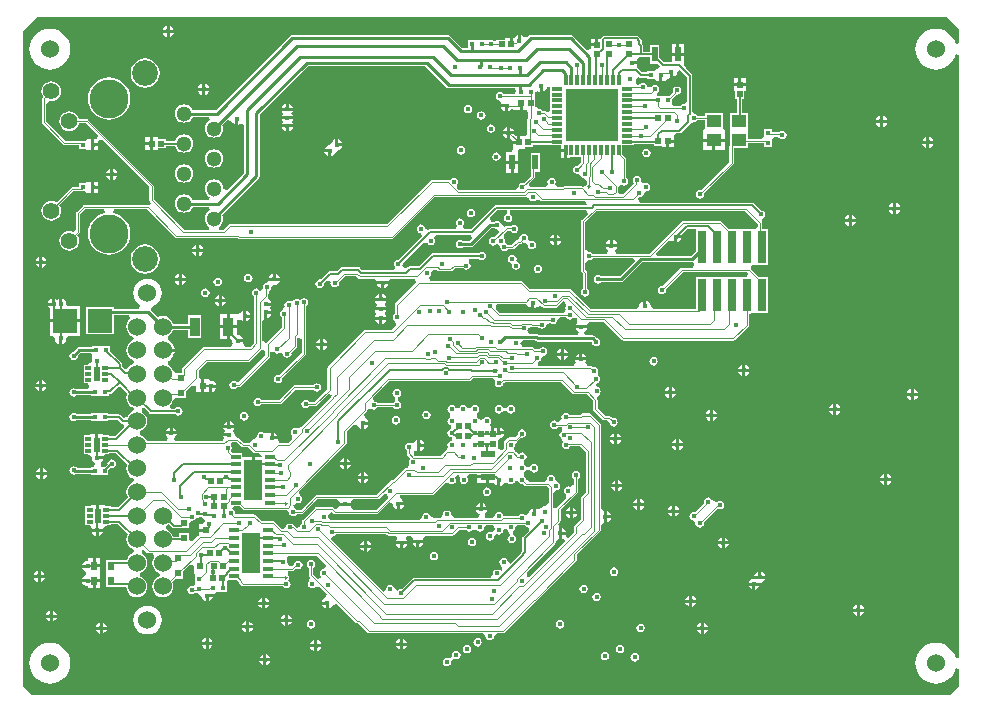
<source format=gbl>
G04*
G04 #@! TF.GenerationSoftware,Altium Limited,Altium Designer,19.0.4 (130)*
G04*
G04 Layer_Physical_Order=4*
G04 Layer_Color=16711680*
%FSLAX25Y25*%
%MOIN*%
G70*
G01*
G75*
%ADD13C,0.00787*%
%ADD15C,0.01000*%
%ADD16C,0.00700*%
%ADD19R,0.01575X0.01772*%
%ADD20R,0.02913X0.10984*%
%ADD21R,0.01968X0.05118*%
%ADD22R,0.02126X0.02126*%
%ADD23R,0.02126X0.02126*%
%ADD27R,0.01772X0.01575*%
%ADD29R,0.01968X0.03150*%
%ADD30R,0.03543X0.06496*%
G04:AMPARAMS|DCode=39|XSize=11.81mil|YSize=11.81mil|CornerRadius=5.91mil|HoleSize=0mil|Usage=FLASHONLY|Rotation=270.000|XOffset=0mil|YOffset=0mil|HoleType=Round|Shape=RoundedRectangle|*
%AMROUNDEDRECTD39*
21,1,0.01181,0.00000,0,0,270.0*
21,1,0.00000,0.01181,0,0,270.0*
1,1,0.01181,0.00000,0.00000*
1,1,0.01181,0.00000,0.00000*
1,1,0.01181,0.00000,0.00000*
1,1,0.01181,0.00000,0.00000*
%
%ADD39ROUNDEDRECTD39*%
%ADD76C,0.00350*%
%ADD77C,0.00400*%
%ADD78C,0.00402*%
%ADD79C,0.00500*%
%ADD82C,0.05118*%
%ADD83C,0.08600*%
%ADD84C,0.12992*%
%ADD85C,0.05543*%
%ADD86C,0.06000*%
%ADD87C,0.01772*%
%ADD88C,0.01968*%
%ADD89R,0.03543X0.01181*%
%ADD90R,0.01181X0.03543*%
%ADD91R,0.17717X0.17717*%
%ADD92R,0.05118X0.04331*%
%ADD93R,0.02362X0.02362*%
%ADD94R,0.08268X0.08071*%
%ADD95R,0.02047X0.01260*%
%ADD96R,0.02402X0.04961*%
%ADD97R,0.06299X0.13386*%
%ADD98R,0.03169X0.01181*%
%ADD99R,0.05118X0.01968*%
%ADD100C,0.01150*%
%ADD101C,0.01150*%
%ADD102C,0.00492*%
G36*
X352249Y231186D02*
Y226316D01*
X351068Y226141D01*
X350800Y227024D01*
X350169Y228205D01*
X349319Y229240D01*
X348284Y230090D01*
X347103Y230721D01*
X345821Y231110D01*
X344488Y231242D01*
X343155Y231110D01*
X341874Y230721D01*
X340692Y230090D01*
X339657Y229240D01*
X338808Y228205D01*
X338176Y227024D01*
X337787Y225742D01*
X337656Y224410D01*
X337787Y223077D01*
X338176Y221795D01*
X338808Y220614D01*
X339657Y219578D01*
X340692Y218729D01*
X341874Y218097D01*
X343155Y217709D01*
X344488Y217577D01*
X345821Y217709D01*
X347103Y218097D01*
X348284Y218729D01*
X349319Y219578D01*
X350169Y220614D01*
X350800Y221795D01*
X351068Y222678D01*
X352249Y222503D01*
Y21591D01*
X351068Y21416D01*
X350800Y22300D01*
X350169Y23481D01*
X349319Y24516D01*
X348284Y25366D01*
X347103Y25997D01*
X345821Y26386D01*
X344488Y26517D01*
X343155Y26386D01*
X341874Y25997D01*
X340692Y25366D01*
X339657Y24516D01*
X338808Y23481D01*
X338176Y22300D01*
X337787Y21018D01*
X337656Y19685D01*
X337787Y18352D01*
X338176Y17071D01*
X338808Y15889D01*
X339657Y14854D01*
X340692Y14004D01*
X341874Y13373D01*
X343155Y12984D01*
X344488Y12853D01*
X345821Y12984D01*
X347103Y13373D01*
X348284Y14004D01*
X349319Y14854D01*
X350169Y15889D01*
X350800Y17071D01*
X351068Y17954D01*
X352249Y17779D01*
Y12160D01*
X352362Y12047D01*
X349410Y9094D01*
X43307D01*
X40354Y12047D01*
Y230315D01*
X45276Y235236D01*
X348199D01*
X352249Y231186D01*
D02*
G37*
%LPC*%
G36*
X89083Y232138D02*
Y230815D01*
X90406D01*
X90359Y231051D01*
X89942Y231675D01*
X89319Y232091D01*
X89083Y232138D01*
D02*
G37*
G36*
X88083D02*
X87847Y232091D01*
X87223Y231675D01*
X86806Y231051D01*
X86759Y230815D01*
X88083D01*
Y232138D01*
D02*
G37*
G36*
X222835Y229049D02*
X209449D01*
X209029Y228965D01*
X208674Y228728D01*
X208446Y228500D01*
X207033Y228537D01*
X206410Y228954D01*
X206174Y229000D01*
Y227177D01*
X205174D01*
Y229000D01*
X204938Y228954D01*
X204314Y228537D01*
X203987Y228047D01*
X203484D01*
Y225984D01*
X202484D01*
Y228047D01*
X200921D01*
Y227547D01*
X198271D01*
Y227547D01*
X197218Y227238D01*
X197090Y227201D01*
X196810Y227388D01*
X196269Y227496D01*
X195729Y227388D01*
X195725Y227386D01*
X194544Y227468D01*
Y227468D01*
X191969D01*
Y227468D01*
X191198D01*
Y227468D01*
X188623D01*
Y224718D01*
X186674D01*
X182665Y228728D01*
X182309Y228965D01*
X181890Y229049D01*
X129921D01*
X129502Y228965D01*
X129146Y228728D01*
X104451Y204032D01*
X96751D01*
X96566Y204479D01*
X96075Y205118D01*
X95436Y205608D01*
X94692Y205917D01*
X93894Y206022D01*
X93095Y205917D01*
X92351Y205608D01*
X91712Y205118D01*
X91221Y204479D01*
X90913Y203735D01*
X90808Y202936D01*
X90913Y202138D01*
X91221Y201394D01*
X91712Y200754D01*
X92351Y200264D01*
X93095Y199956D01*
X93894Y199851D01*
X94692Y199956D01*
X95436Y200264D01*
X96075Y200754D01*
X96566Y201394D01*
X96751Y201840D01*
X102238D01*
X102473Y200659D01*
X102351Y200608D01*
X101712Y200118D01*
X101222Y199479D01*
X100913Y198735D01*
X100808Y197936D01*
X100913Y197138D01*
X101222Y196394D01*
X101712Y195754D01*
X102351Y195264D01*
X103095Y194956D01*
X103894Y194851D01*
X104692Y194956D01*
X105436Y195264D01*
X106075Y195754D01*
X106566Y196394D01*
X106874Y197138D01*
X106979Y197936D01*
X106874Y198735D01*
X106689Y199181D01*
X108383Y200875D01*
X109654Y200476D01*
X109681Y200339D01*
X110098Y199715D01*
X110722Y199298D01*
X110958Y199251D01*
Y201075D01*
X111958D01*
Y199251D01*
X112194Y199298D01*
X112683Y199626D01*
X113272Y199473D01*
X113865Y199157D01*
Y183131D01*
X108095Y177361D01*
X106976Y177913D01*
X106979Y177936D01*
X106874Y178735D01*
X106566Y179479D01*
X106075Y180118D01*
X105436Y180608D01*
X104692Y180917D01*
X103894Y181022D01*
X103095Y180917D01*
X102351Y180608D01*
X101712Y180118D01*
X101222Y179479D01*
X100913Y178735D01*
X100808Y177936D01*
X100913Y177138D01*
X101222Y176393D01*
X101712Y175754D01*
X102351Y175264D01*
X102473Y175213D01*
X102238Y174032D01*
X96751D01*
X96566Y174479D01*
X96075Y175118D01*
X95436Y175608D01*
X94692Y175917D01*
X93894Y176022D01*
X93095Y175917D01*
X92351Y175608D01*
X91712Y175118D01*
X91221Y174479D01*
X90913Y173735D01*
X90808Y172936D01*
X90913Y172138D01*
X91221Y171394D01*
X91712Y170754D01*
X92351Y170264D01*
X93095Y169956D01*
X93894Y169851D01*
X94692Y169956D01*
X95436Y170264D01*
X96075Y170754D01*
X96566Y171394D01*
X96751Y171840D01*
X102238D01*
X102473Y170659D01*
X102351Y170608D01*
X101712Y170118D01*
X101222Y169479D01*
X100913Y168735D01*
X100808Y167936D01*
X100913Y167138D01*
X101222Y166393D01*
X101712Y165754D01*
X102351Y165264D01*
X102372Y165255D01*
X102137Y164074D01*
X93986D01*
X83759Y174301D01*
Y178740D01*
X83759Y178740D01*
X83707Y179004D01*
X83557Y179227D01*
X83557Y179227D01*
X61958Y200827D01*
X61734Y200976D01*
X61471Y201028D01*
X61471Y201028D01*
X58803D01*
X58781Y201194D01*
X58452Y201990D01*
X57927Y202674D01*
X57244Y203198D01*
X56448Y203527D01*
X55594Y203640D01*
X54740Y203527D01*
X53944Y203198D01*
X53261Y202674D01*
X52736Y201990D01*
X52407Y201194D01*
X52294Y200340D01*
X52407Y199486D01*
X52736Y198690D01*
X53261Y198007D01*
X53944Y197482D01*
X54740Y197153D01*
X55594Y197040D01*
X56448Y197153D01*
X57244Y197482D01*
X57927Y198007D01*
X58452Y198690D01*
X58781Y199486D01*
X58803Y199652D01*
X61186D01*
X65251Y195587D01*
X64762Y194405D01*
X64302Y194405D01*
X63984D01*
Y193020D01*
X65272D01*
Y193372D01*
X65272Y193896D01*
X66453Y194385D01*
X82383Y178455D01*
Y174016D01*
X82383Y174016D01*
X82435Y173752D01*
X82584Y173529D01*
X82907Y173206D01*
X82155Y172288D01*
X82153Y172289D01*
X81890Y172342D01*
X81890Y172342D01*
X60630D01*
X60630Y172342D01*
X60366Y172289D01*
X60143Y172140D01*
X60143Y172140D01*
X58175Y170172D01*
X58026Y169948D01*
X57973Y169685D01*
X57973Y169685D01*
Y164315D01*
X57779Y164069D01*
X56947Y163510D01*
X56446Y163717D01*
X55592Y163830D01*
X54738Y163717D01*
X53942Y163387D01*
X53259Y162863D01*
X52734Y162180D01*
X52405Y161384D01*
X52292Y160530D01*
X52405Y159676D01*
X52734Y158880D01*
X53259Y158196D01*
X53942Y157672D01*
X54738Y157342D01*
X55592Y157230D01*
X56446Y157342D01*
X57242Y157672D01*
X57925Y158196D01*
X58450Y158880D01*
X58779Y159676D01*
X58892Y160530D01*
X58779Y161384D01*
X58450Y162180D01*
X58348Y162312D01*
X59148Y163112D01*
X59148Y163112D01*
X59297Y163336D01*
X59350Y163599D01*
X59350Y163599D01*
Y169400D01*
X60915Y170965D01*
X67329D01*
X67522Y169831D01*
X66203Y169431D01*
X64988Y168781D01*
X63923Y167907D01*
X63048Y166842D01*
X62399Y165626D01*
X61999Y164308D01*
X61864Y162936D01*
X61999Y161565D01*
X62399Y160246D01*
X63048Y159031D01*
X63923Y157965D01*
X64988Y157091D01*
X66203Y156441D01*
X67522Y156041D01*
X68893Y155906D01*
X70265Y156041D01*
X71584Y156441D01*
X72799Y157091D01*
X73864Y157965D01*
X74739Y159031D01*
X75388Y160246D01*
X75788Y161565D01*
X75924Y162936D01*
X75788Y164308D01*
X75388Y165626D01*
X74739Y166842D01*
X73864Y167907D01*
X72799Y168781D01*
X71584Y169431D01*
X70265Y169831D01*
X70458Y170965D01*
X81605D01*
X90852Y161718D01*
X90852Y161718D01*
X91075Y161569D01*
X91339Y161516D01*
X91339Y161516D01*
X111536D01*
X111728Y161324D01*
X111728Y161324D01*
X111951Y161175D01*
X112215Y161123D01*
X112215Y161123D01*
X163173D01*
X163173Y161123D01*
X163437Y161175D01*
X163660Y161324D01*
X177583Y175247D01*
X207692D01*
X207692Y175247D01*
X207700Y175249D01*
X207734Y175248D01*
X208902Y174670D01*
X208971Y174596D01*
X209237Y174198D01*
X209696Y173891D01*
X210236Y173784D01*
X210777Y173891D01*
X211235Y174198D01*
X212547Y174120D01*
X212793Y173874D01*
X212793Y173874D01*
X213016Y173725D01*
X213280Y173673D01*
X213280Y173673D01*
X227702D01*
X228333Y172492D01*
X228305Y172449D01*
X198000D01*
X197651Y172380D01*
X197356Y172182D01*
X189583Y164410D01*
X187199D01*
X186851Y165415D01*
X186818Y165591D01*
X187105Y166022D01*
X187213Y166562D01*
X187105Y167103D01*
X186799Y167561D01*
X186341Y167868D01*
X185800Y167975D01*
X185259Y167868D01*
X184801Y167561D01*
X184495Y167103D01*
X184387Y166562D01*
X184495Y166022D01*
X184782Y165591D01*
X184749Y165415D01*
X184401Y164410D01*
X175999D01*
X175650Y164340D01*
X175369Y164153D01*
X175276Y164173D01*
X174680Y164401D01*
X174224Y164683D01*
X174140Y165107D01*
X173833Y165566D01*
X173375Y165872D01*
X172834Y165980D01*
X172294Y165872D01*
X171835Y165566D01*
X171529Y165107D01*
X171421Y164567D01*
X171529Y164026D01*
X171835Y163567D01*
X172294Y163261D01*
X172718Y163177D01*
X172979Y162754D01*
X173242Y162030D01*
X165458Y154247D01*
X165354Y154267D01*
X164814Y154160D01*
X164355Y153853D01*
X164049Y153395D01*
X163941Y152854D01*
X164049Y152314D01*
X164257Y152002D01*
X164090Y151380D01*
X163778Y150821D01*
X153349D01*
X152692Y151478D01*
X152396Y151675D01*
X152048Y151744D01*
X146650D01*
X146302Y151675D01*
X146006Y151478D01*
X144985Y150457D01*
X142459D01*
X142111Y150388D01*
X141815Y150190D01*
X139217Y147592D01*
X139113Y147613D01*
X138572Y147505D01*
X138114Y147199D01*
X137808Y146740D01*
X137700Y146200D01*
X137808Y145659D01*
X138114Y145201D01*
X138572Y144894D01*
X139113Y144787D01*
X139654Y144894D01*
X140112Y145201D01*
X140419Y145659D01*
X140526Y146200D01*
X140506Y146303D01*
X141435Y147233D01*
X142716Y146965D01*
X142769Y146897D01*
X142682Y146457D01*
X142789Y145916D01*
X143095Y145458D01*
X143554Y145151D01*
X144095Y145044D01*
X144635Y145151D01*
X145094Y145458D01*
X145400Y145916D01*
X145508Y146457D01*
X145451Y146738D01*
X147499Y148785D01*
X151199D01*
X151900Y148084D01*
X152147Y147919D01*
X152438Y147861D01*
X157406D01*
X157601Y147728D01*
X158099Y146957D01*
X162213D01*
X162712Y147728D01*
X162906Y147861D01*
X170871D01*
X171360Y146680D01*
X164357Y139678D01*
X164203Y139446D01*
X164148Y139173D01*
Y136131D01*
X163863Y135940D01*
X163557Y135482D01*
X163449Y134941D01*
X163557Y134400D01*
X163863Y133942D01*
X164263Y133675D01*
X164327Y133611D01*
X164629Y132370D01*
X163141Y130883D01*
X154333D01*
X154060Y130828D01*
X153828Y130674D01*
X141895Y118741D01*
X141741Y118509D01*
X141686Y118236D01*
Y111200D01*
X137308Y106821D01*
X135645D01*
X135454Y107107D01*
X134996Y107413D01*
X134455Y107520D01*
X133915Y107413D01*
X133456Y107107D01*
X133150Y106648D01*
X133042Y106107D01*
X133150Y105567D01*
X133456Y105108D01*
X133915Y104802D01*
X134455Y104695D01*
X134996Y104802D01*
X135454Y105108D01*
X135645Y105394D01*
X137604D01*
X137877Y105448D01*
X138108Y105603D01*
X141979Y109474D01*
X143264Y109089D01*
X143267Y109076D01*
X142990Y108799D01*
X142835Y108568D01*
X142782Y108303D01*
X132954Y98474D01*
X132289Y97995D01*
X131348Y98140D01*
X131010Y98207D01*
X130469Y98099D01*
X130011Y97793D01*
X129704Y97334D01*
X129597Y96794D01*
X129704Y96253D01*
X130011Y95795D01*
X129932Y94483D01*
X128683Y93233D01*
X125881D01*
X125602Y93493D01*
X125099Y94254D01*
X125093Y94283D01*
X123228D01*
Y94784D01*
X122728D01*
Y96607D01*
X122493Y96560D01*
X122115Y96308D01*
X121995Y96277D01*
X121039Y96377D01*
X120690Y96476D01*
X120677Y96485D01*
X120232Y96782D01*
X119691Y96890D01*
X119150Y96782D01*
X118692Y96476D01*
X118386Y96018D01*
X118289Y95533D01*
X118278Y95477D01*
X118204Y95341D01*
X117469Y94424D01*
X117384Y94376D01*
X116981Y94296D01*
X116357Y93879D01*
X115940Y93256D01*
X115474Y93233D01*
X113681D01*
X112155Y94760D01*
X111923Y94915D01*
X111650Y94969D01*
X110781Y95866D01*
X110635Y96602D01*
X110239Y97195D01*
X110635Y97788D01*
X110682Y98024D01*
X107035D01*
X107082Y97788D01*
X107478Y97195D01*
X107082Y96602D01*
X107035Y96366D01*
X108858D01*
Y95366D01*
X107035D01*
X107082Y95130D01*
X107343Y94739D01*
X106772Y93745D01*
X106726Y93698D01*
X90959D01*
X90601Y94879D01*
X90926Y95097D01*
X91343Y95721D01*
X91390Y95957D01*
X87744D01*
X87790Y95721D01*
X88207Y95097D01*
X88533Y94879D01*
X88175Y93698D01*
X81450D01*
X81207Y94285D01*
X80646Y95016D01*
X79915Y95577D01*
X79271Y95844D01*
X79159Y96457D01*
X79271Y97070D01*
X79915Y97337D01*
X80646Y97897D01*
X81207Y98629D01*
X81559Y99480D01*
X81680Y100394D01*
X81559Y101307D01*
X81207Y102159D01*
X80646Y102890D01*
X79915Y103451D01*
X79847Y103479D01*
X79864Y104750D01*
X80386Y104950D01*
X82235Y103101D01*
X82483Y102935D01*
X82775Y102877D01*
X82776Y102877D01*
X90872D01*
X91028Y102643D01*
X91487Y102336D01*
X92028Y102229D01*
X92568Y102336D01*
X93027Y102643D01*
X93333Y103101D01*
X93441Y103642D01*
X93333Y104182D01*
X93027Y104641D01*
X92568Y104947D01*
X92028Y105055D01*
X91487Y104947D01*
X91028Y104641D01*
X90872Y104406D01*
X89468D01*
X89067Y105587D01*
X89307Y105772D01*
X89868Y106503D01*
X90213Y107335D01*
X91134Y107965D01*
X94496D01*
Y110317D01*
X96209Y112030D01*
X96236Y112036D01*
X96468Y112191D01*
X96826Y112549D01*
X97918Y112097D01*
Y110024D01*
X99599D01*
Y112205D01*
Y114478D01*
X98745Y114764D01*
Y117224D01*
X101575Y120054D01*
X115157D01*
X115431Y120108D01*
X115662Y120263D01*
X119796Y124397D01*
X120804Y123780D01*
X121038Y123588D01*
Y122343D01*
X112552Y113857D01*
X111432Y113407D01*
X110974Y113714D01*
X110433Y113821D01*
X109892Y113714D01*
X109434Y113407D01*
X109128Y112949D01*
X109020Y112408D01*
X109128Y111868D01*
X109434Y111409D01*
X109892Y111103D01*
X110433Y110995D01*
X110974Y111103D01*
X111432Y111409D01*
X111623Y111695D01*
X112113D01*
X112386Y111749D01*
X112618Y111904D01*
X122257Y121543D01*
X122411Y121774D01*
X122466Y122047D01*
Y123541D01*
X122499Y123584D01*
X123028Y123666D01*
X123810Y123597D01*
X124001Y123312D01*
X124459Y123006D01*
X125000Y122898D01*
X125541Y123006D01*
X125775Y123162D01*
X126310Y123056D01*
X126520Y122970D01*
X126987Y122664D01*
X127041Y122392D01*
X127347Y121934D01*
X127806Y121628D01*
X128347Y121520D01*
X128887Y121628D01*
X129346Y121934D01*
X129652Y122392D01*
X129759Y122933D01*
X129692Y123270D01*
X131410Y124987D01*
X131565Y125219D01*
X131619Y125492D01*
Y127943D01*
X131964Y128260D01*
X133145Y127742D01*
Y123229D01*
X125632Y115716D01*
X125295Y115783D01*
X124755Y115675D01*
X124296Y115369D01*
X123990Y114911D01*
X123882Y114370D01*
X123990Y113829D01*
X124296Y113371D01*
X124755Y113065D01*
X125295Y112957D01*
X125836Y113065D01*
X126294Y113371D01*
X126601Y113829D01*
X126708Y114370D01*
X126641Y114707D01*
X134363Y122428D01*
X134518Y122660D01*
X134572Y122933D01*
Y138771D01*
X134857Y138962D01*
X135164Y139420D01*
X135271Y139961D01*
X135164Y140501D01*
X134857Y140960D01*
X134399Y141266D01*
X133858Y141374D01*
X133318Y141266D01*
X132435Y140703D01*
X131977Y141009D01*
X131436Y141117D01*
X130895Y141009D01*
X130437Y140703D01*
X129913Y140304D01*
X129281Y140479D01*
X128740Y140586D01*
X128199Y140479D01*
X127741Y140172D01*
X127435Y139714D01*
X127327Y139173D01*
X127402Y138798D01*
X127340Y138486D01*
X126735Y137553D01*
X126631Y137532D01*
X126172Y137226D01*
X125866Y136768D01*
X125759Y136227D01*
X125866Y135686D01*
X126172Y135228D01*
X126458Y135037D01*
Y131700D01*
X121247Y126489D01*
X120239Y127106D01*
X120005Y127297D01*
Y133832D01*
X120700Y134339D01*
Y136614D01*
X121200D01*
Y137114D01*
X123023D01*
X122976Y137350D01*
X122559Y137974D01*
Y138011D01*
X122976Y138634D01*
X123023Y138870D01*
X121200D01*
Y139870D01*
X123023D01*
X122976Y140106D01*
X122559Y140730D01*
X122450Y140803D01*
X121920Y141236D01*
X121804Y141874D01*
X121808Y142376D01*
X121863Y142431D01*
X122018Y142663D01*
X122072Y142936D01*
Y143675D01*
X122108Y143682D01*
X122566Y143988D01*
X122872Y144447D01*
X122938Y144777D01*
X123011Y145010D01*
X124013Y145713D01*
X124039Y145720D01*
X124752Y145861D01*
X125375Y146278D01*
X125792Y146902D01*
X125839Y147138D01*
X121941D01*
X121653Y146569D01*
X121239Y146335D01*
X121026Y146293D01*
X120568Y145987D01*
X120262Y145528D01*
X120154Y144987D01*
X120262Y144447D01*
X119275Y143812D01*
X119011Y144208D01*
X118552Y144514D01*
X118012Y144622D01*
X117471Y144514D01*
X117013Y144208D01*
X116706Y143749D01*
X116599Y143209D01*
X116706Y142668D01*
X117013Y142209D01*
X117298Y142019D01*
Y126575D01*
X115846Y125123D01*
X114113D01*
X113504Y126304D01*
X113587Y126429D01*
X113634Y126665D01*
X111811D01*
Y127665D01*
X113634D01*
X113587Y127901D01*
X113171Y128525D01*
X112547Y128942D01*
X111811Y129088D01*
X111433Y129398D01*
Y131390D01*
X109161D01*
Y127642D01*
X109497D01*
X109888Y127165D01*
X110035Y126429D01*
X110118Y126304D01*
X109509Y125123D01*
X100492D01*
X100219Y125069D01*
X99988Y124914D01*
X93291Y118218D01*
X93136Y117986D01*
X93082Y117713D01*
Y116445D01*
X91134D01*
X90213Y117074D01*
X89868Y117907D01*
X89307Y118638D01*
X88627Y119160D01*
X88589Y119415D01*
X88649Y120447D01*
X88828Y120522D01*
X89664Y121163D01*
X90305Y121999D01*
X90708Y122971D01*
X90780Y123516D01*
X86811D01*
Y124516D01*
X90780D01*
X90708Y125060D01*
X90305Y126033D01*
X89664Y126869D01*
X88828Y127510D01*
X88649Y127584D01*
X88589Y128617D01*
X88627Y128872D01*
X89307Y129393D01*
X89868Y130125D01*
X90177Y130870D01*
X95169D01*
Y128142D01*
X99713D01*
Y135638D01*
X95169D01*
Y132909D01*
X90177D01*
X89868Y133655D01*
X89307Y134386D01*
X88576Y134947D01*
X87725Y135300D01*
X86811Y135420D01*
X85897Y135300D01*
X85152Y134991D01*
X82845Y137297D01*
X82895Y138023D01*
X82935Y138175D01*
X83153Y138593D01*
X84079Y138977D01*
X85068Y139735D01*
X85826Y140724D01*
X86303Y141875D01*
X86466Y143110D01*
X86303Y144346D01*
X85826Y145497D01*
X85068Y146485D01*
X84079Y147244D01*
X82928Y147721D01*
X81693Y147883D01*
X80458Y147721D01*
X79306Y147244D01*
X78318Y146485D01*
X77559Y145497D01*
X77082Y144346D01*
X76920Y143110D01*
X77082Y141875D01*
X77559Y140724D01*
X78318Y139735D01*
X79252Y139018D01*
X79261Y138898D01*
X78817Y137837D01*
X70480D01*
Y138394D01*
X61213D01*
Y129323D01*
X70480D01*
Y135798D01*
X75553D01*
X75954Y134617D01*
X75653Y134386D01*
X75092Y133655D01*
X74740Y132803D01*
X74619Y131890D01*
X74740Y130976D01*
X75092Y130125D01*
X75653Y129393D01*
X76384Y128832D01*
X77028Y128566D01*
X77140Y127953D01*
X77028Y127340D01*
X76384Y127073D01*
X75653Y126512D01*
X75092Y125781D01*
X74740Y124929D01*
X74619Y124016D01*
X74740Y123102D01*
X75092Y122251D01*
X75653Y121519D01*
X76384Y120958D01*
X77028Y120692D01*
X77140Y120079D01*
X77028Y119466D01*
X76384Y119199D01*
X75653Y118638D01*
X75287Y118160D01*
X74341Y117930D01*
X73830Y117947D01*
X73308Y118469D01*
Y119291D01*
X73242Y119623D01*
X73054Y119904D01*
X69102Y123855D01*
Y125402D01*
X65756Y125402D01*
X65346Y125402D01*
X63181D01*
Y125035D01*
X58952D01*
X58562Y124958D01*
X58231Y124737D01*
X57051Y123556D01*
X56546Y123456D01*
X56087Y123150D01*
X55781Y122691D01*
X55674Y122150D01*
X55781Y121610D01*
X56087Y121151D01*
X56546Y120845D01*
X57087Y120738D01*
X57627Y120845D01*
X58086Y121151D01*
X58392Y121610D01*
X58492Y122114D01*
X59374Y122996D01*
X62815D01*
X63181Y122630D01*
X63345Y121449D01*
X63184Y121208D01*
X63060Y120581D01*
X62524Y119622D01*
X61501Y119240D01*
X60484D01*
Y116980D01*
Y113043D01*
X61834D01*
X62327Y111986D01*
X62217Y111607D01*
X61903Y111130D01*
X61859Y111108D01*
X57834D01*
X57627Y111246D01*
X57087Y111354D01*
X56546Y111246D01*
X56087Y110940D01*
X55781Y110482D01*
X55674Y109941D01*
X55781Y109400D01*
X56087Y108942D01*
X56546Y108635D01*
X57087Y108528D01*
X57627Y108635D01*
X58086Y108942D01*
X58171Y109069D01*
X62886D01*
Y108850D01*
X66232Y108850D01*
X66642Y108850D01*
X68807D01*
Y109435D01*
X69357D01*
X69689Y109501D01*
X69970Y109689D01*
X72441Y112160D01*
X74939Y109662D01*
X74740Y109181D01*
X74619Y108268D01*
X74740Y107354D01*
X75092Y106503D01*
X75653Y105772D01*
X76384Y105210D01*
X77028Y104944D01*
X77140Y104331D01*
X77028Y103718D01*
X76384Y103451D01*
X75653Y102890D01*
X75092Y102159D01*
X74941Y101794D01*
X73653Y101594D01*
X73646Y101595D01*
X72857Y102384D01*
X72576Y102572D01*
X72244Y102638D01*
X68709D01*
Y103157D01*
X65362Y103157D01*
X64953Y103157D01*
X62787D01*
Y102791D01*
X58055D01*
X57627Y103077D01*
X57087Y103185D01*
X56546Y103077D01*
X56087Y102771D01*
X55781Y102312D01*
X55674Y101772D01*
X55781Y101231D01*
X56087Y100773D01*
X56546Y100466D01*
X57087Y100359D01*
X57627Y100466D01*
X58055Y100752D01*
X62787D01*
Y100386D01*
X66134Y100386D01*
X66543Y100386D01*
X68709D01*
Y100905D01*
X71885D01*
X73009Y99781D01*
X73290Y99593D01*
X73439Y99563D01*
X73731Y99050D01*
X73892Y98346D01*
X70901Y95355D01*
X68964D01*
Y95618D01*
X66925D01*
Y96000D01*
X65224D01*
Y92520D01*
X64224D01*
Y96000D01*
X62524D01*
Y95618D01*
X60484D01*
Y93358D01*
Y89421D01*
X61501D01*
X62524Y89039D01*
X63060Y88080D01*
X63184Y87453D01*
X63601Y86829D01*
X64225Y86413D01*
X64045Y85244D01*
X62787D01*
Y84927D01*
X58105D01*
X58086Y84956D01*
X57627Y85262D01*
X57087Y85370D01*
X56546Y85262D01*
X56087Y84956D01*
X55781Y84497D01*
X55674Y83957D01*
X55781Y83416D01*
X56087Y82958D01*
X56546Y82651D01*
X57087Y82544D01*
X57627Y82651D01*
X57981Y82888D01*
X62787D01*
Y82472D01*
X66134Y82472D01*
X66543Y82472D01*
X68709D01*
Y84018D01*
X69545Y84855D01*
X69784Y84807D01*
X70324Y84915D01*
X70783Y85221D01*
X71089Y85680D01*
X71196Y86221D01*
X71089Y86761D01*
X70783Y87220D01*
X70324Y87526D01*
X69784Y87633D01*
X69243Y87526D01*
X68784Y87220D01*
X68478Y86761D01*
X68370Y86221D01*
X68385Y86146D01*
X67483Y85244D01*
X66249Y85244D01*
X66124Y85385D01*
X66216Y86760D01*
X66320Y86829D01*
X66737Y87453D01*
X66784Y87689D01*
X64961D01*
Y88689D01*
X67181D01*
X67699Y89396D01*
X67751Y89421D01*
X68964D01*
Y89684D01*
X71295D01*
X74939Y86040D01*
X74740Y85559D01*
X74619Y84646D01*
X74740Y83732D01*
X75092Y82881D01*
X75653Y82149D01*
X76384Y81588D01*
X77028Y81322D01*
X77140Y80709D01*
X77028Y80096D01*
X76384Y79829D01*
X75653Y79268D01*
X75092Y78537D01*
X74740Y77685D01*
X74619Y76772D01*
X74740Y75858D01*
X75092Y75007D01*
X75121Y74969D01*
X71885Y71733D01*
X69437D01*
Y71996D01*
X67398D01*
Y72378D01*
X65697D01*
Y68898D01*
X64697D01*
Y72378D01*
X62996D01*
Y71996D01*
X60957D01*
Y69736D01*
Y65799D01*
X62490D01*
X63033Y64949D01*
X63070Y64476D01*
X66947D01*
X67398Y65417D01*
X68420Y65799D01*
X69437D01*
Y66018D01*
X71867D01*
X75094Y62791D01*
X75092Y62789D01*
X74740Y61937D01*
X74619Y61024D01*
X74740Y60110D01*
X75092Y59259D01*
X75653Y58527D01*
X76384Y57966D01*
X77028Y57700D01*
X77140Y57087D01*
X77028Y56473D01*
X76384Y56207D01*
X75653Y55646D01*
X75092Y54915D01*
X74740Y54063D01*
X74733Y54016D01*
X70933D01*
Y54240D01*
X67965D01*
Y50500D01*
X67965Y49319D01*
X67965Y48909D01*
Y45169D01*
X69999D01*
X70083Y45153D01*
X74635D01*
X74740Y44362D01*
X75092Y43510D01*
X75653Y42779D01*
X76384Y42218D01*
X77236Y41866D01*
X78149Y41745D01*
X79063Y41866D01*
X79915Y42218D01*
X80646Y42779D01*
X81207Y43510D01*
X81559Y44362D01*
X81680Y45276D01*
X81559Y46189D01*
X81207Y47041D01*
X80646Y47772D01*
X79915Y48333D01*
X79271Y48599D01*
X79159Y49213D01*
X79271Y49826D01*
X79915Y50092D01*
X80646Y50653D01*
X81207Y51385D01*
X81559Y52236D01*
X81680Y53150D01*
X81559Y54063D01*
X81207Y54915D01*
X80646Y55646D01*
X79915Y56207D01*
X79740Y56279D01*
X79750Y57554D01*
X80366Y57798D01*
X81582Y56582D01*
X81813Y56427D01*
X82086Y56373D01*
X83392D01*
X83966Y55192D01*
X83754Y54915D01*
X83401Y54063D01*
X83281Y53150D01*
X83401Y52236D01*
X83754Y51385D01*
X84315Y50653D01*
X85046Y50092D01*
X85690Y49826D01*
X85801Y49213D01*
X85690Y48599D01*
X85046Y48333D01*
X84315Y47772D01*
X83754Y47041D01*
X83401Y46189D01*
X83281Y45276D01*
X83401Y44362D01*
X83754Y43510D01*
X84315Y42779D01*
X85046Y42218D01*
X85897Y41866D01*
X86811Y41745D01*
X87725Y41866D01*
X88576Y42218D01*
X89307Y42779D01*
X89868Y43510D01*
X90221Y44362D01*
X90341Y45276D01*
X90221Y46189D01*
X90045Y46615D01*
X91356Y47925D01*
X93708D01*
Y50278D01*
X96039Y52609D01*
X97130Y52157D01*
Y49984D01*
X97130Y49984D01*
X97130Y49984D01*
X97433Y48929D01*
Y46449D01*
X97433D01*
Y45677D01*
X96457Y45507D01*
X95916Y45400D01*
X95458Y45094D01*
X95151Y44635D01*
X95044Y44094D01*
X95151Y43554D01*
X95458Y43095D01*
X95916Y42789D01*
X96457Y42682D01*
X96997Y42789D01*
X97456Y43095D01*
X97461Y43102D01*
X98647D01*
X99652Y42126D01*
X99798Y41390D01*
X100215Y40766D01*
X100839Y40350D01*
X101075Y40303D01*
Y42126D01*
X101575D01*
Y42626D01*
X103665D01*
X103817Y42855D01*
X104732Y43496D01*
X105504D01*
Y43496D01*
X108079D01*
Y45317D01*
X108256Y46468D01*
D01*
X108540Y47532D01*
X111686D01*
X112286Y46932D01*
Y46654D01*
X112341Y46380D01*
X112495Y46149D01*
X113086Y45558D01*
X113317Y45404D01*
X113591Y45349D01*
X126810D01*
X127001Y45064D01*
X127459Y44758D01*
X128000Y44650D01*
X128541Y44758D01*
X128999Y45064D01*
X129305Y45522D01*
X129413Y46063D01*
X129305Y46604D01*
X128999Y47062D01*
X128927Y47111D01*
X128679Y47442D01*
X128920Y47803D01*
X129005Y48228D01*
X128920Y48654D01*
X128680Y49013D01*
X128679Y49015D01*
X128679Y49015D01*
X128600Y49068D01*
X128536Y50100D01*
X128614Y50403D01*
X128693Y50468D01*
X130020D01*
X130293Y50522D01*
X130525Y50677D01*
X131209Y51362D01*
X131459Y51195D01*
X132000Y51087D01*
X132541Y51195D01*
X132999Y51501D01*
X133305Y51959D01*
X133413Y52500D01*
X133305Y53041D01*
X132999Y53499D01*
X132541Y53805D01*
X132000Y53913D01*
X131459Y53805D01*
X131001Y53499D01*
X130695Y53041D01*
X130651Y52822D01*
X130007Y52177D01*
X129047Y52258D01*
X128328Y53312D01*
X128374Y53543D01*
X128266Y54084D01*
X128052Y54405D01*
X128209Y55004D01*
X128524Y55586D01*
X138095D01*
X141309Y52372D01*
X141266Y52145D01*
X140574Y51095D01*
X140033Y50988D01*
X139575Y50681D01*
X139268Y50223D01*
X139161Y49682D01*
X139268Y49142D01*
X139575Y48683D01*
X139499Y47965D01*
X138343Y47903D01*
X136934Y49311D01*
Y51540D01*
X137258Y51757D01*
X137564Y52215D01*
X137672Y52756D01*
X137564Y53297D01*
X137258Y53755D01*
X136800Y54061D01*
X136259Y54169D01*
X135718Y54061D01*
X135260Y53755D01*
X134953Y53297D01*
X134846Y52756D01*
X134953Y52215D01*
X135260Y51757D01*
X135507Y51592D01*
Y49016D01*
X135561Y48743D01*
X135716Y48511D01*
X135757Y48469D01*
X135790Y48354D01*
X135615Y47062D01*
X135309Y46604D01*
X135201Y46063D01*
X135309Y45522D01*
X135615Y45064D01*
X136074Y44758D01*
X136614Y44650D01*
X137155Y44758D01*
X137613Y45064D01*
X138905Y45239D01*
X139021Y45206D01*
X141392Y42835D01*
X141003Y41553D01*
X140936Y41540D01*
X140313Y41123D01*
X139896Y40500D01*
X139849Y40264D01*
X141672D01*
Y39764D01*
X142172D01*
Y37940D01*
X142408Y37987D01*
X143032Y38404D01*
X143449Y39028D01*
X143462Y39095D01*
X144744Y39483D01*
X151005Y33222D01*
X151237Y33067D01*
X151510Y33013D01*
X151796D01*
X154987Y29821D01*
X155219Y29667D01*
X155492Y29612D01*
X193392D01*
X194375Y28740D01*
X194483Y28199D01*
X194789Y27741D01*
X195247Y27435D01*
X195788Y27327D01*
X196329Y27435D01*
X196787Y27741D01*
X197094Y28199D01*
X197201Y28740D01*
X198185Y29612D01*
X200139D01*
X200412Y29667D01*
X200643Y29821D01*
X211011Y40189D01*
X211149Y40216D01*
X211380Y40371D01*
X224530Y53520D01*
X224684Y53752D01*
X224739Y54025D01*
Y55780D01*
X232676Y63717D01*
X232830Y63948D01*
X232885Y64221D01*
Y65853D01*
X233055Y66066D01*
X233860Y66564D01*
Y68555D01*
Y70547D01*
X233055Y71045D01*
X232885Y71258D01*
Y99227D01*
X232830Y99500D01*
X232676Y99731D01*
X229639Y102769D01*
X229407Y102923D01*
X229134Y102978D01*
X226575D01*
X226302Y102923D01*
X226070Y102769D01*
X225792Y102490D01*
X222264D01*
X222073Y102776D01*
X221615Y103082D01*
X221074Y103190D01*
X220533Y103082D01*
X220075Y102776D01*
X219768Y102317D01*
X219661Y101777D01*
X219734Y101409D01*
X219097Y100277D01*
X218408Y100198D01*
X218321Y100212D01*
X217863Y100518D01*
X217322Y100625D01*
X216782Y100518D01*
X216323Y100212D01*
X216017Y99753D01*
X215909Y99212D01*
X216017Y98672D01*
X216323Y98213D01*
X216782Y97907D01*
X217322Y97799D01*
X217863Y97907D01*
X218321Y98213D01*
X218512Y98499D01*
X219822D01*
X219884Y98388D01*
X219844Y97176D01*
X219386Y96870D01*
X219079Y96412D01*
X218972Y95871D01*
X219079Y95330D01*
X219386Y94872D01*
X219844Y94565D01*
X219873Y94493D01*
X220119Y93306D01*
X219955Y93061D01*
X219847Y92520D01*
X219955Y91979D01*
X220261Y91521D01*
X220720Y91215D01*
X221260Y91107D01*
X221801Y91215D01*
X222259Y91521D01*
X222566Y91979D01*
X222609Y92200D01*
X225787D01*
X227852Y90135D01*
Y76597D01*
X226365Y75111D01*
X226211Y74879D01*
X226156Y74606D01*
Y67619D01*
X224003Y65465D01*
X223849Y65234D01*
X223794Y64961D01*
Y63270D01*
X221901Y61377D01*
X220983Y62130D01*
X221068Y62256D01*
X221115Y62492D01*
X219791D01*
Y61169D01*
X220027Y61216D01*
X220153Y61300D01*
X220906Y60383D01*
X208845Y48322D01*
X208422Y48296D01*
X208130Y48589D01*
X208140Y50083D01*
X217530Y59473D01*
X217685Y59705D01*
X217739Y59978D01*
Y60341D01*
X217963Y60580D01*
X218791Y61068D01*
Y62992D01*
Y65280D01*
X218434Y65949D01*
X219202Y66717D01*
X219357Y66948D01*
X219411Y67221D01*
Y70820D01*
X224998Y76407D01*
X225153Y76639D01*
X225207Y76912D01*
Y81183D01*
X225507Y81383D01*
X225813Y81841D01*
X225921Y82382D01*
X225813Y82923D01*
X225507Y83381D01*
X225049Y83687D01*
X224508Y83795D01*
X223967Y83687D01*
X223509Y83381D01*
X223202Y82923D01*
X223095Y82382D01*
X223202Y81841D01*
X223509Y81383D01*
X223780Y81201D01*
Y79019D01*
X223705Y78951D01*
X222599Y78496D01*
X222490Y78569D01*
X221949Y78677D01*
X221408Y78569D01*
X220950Y78263D01*
X220643Y77804D01*
X220536Y77264D01*
X220643Y76723D01*
X220950Y76265D01*
X221080Y76178D01*
X221358Y75077D01*
X221340Y74768D01*
X218193Y71620D01*
X218038Y71389D01*
X218020Y71298D01*
X216839Y71414D01*
Y76486D01*
X216878Y76562D01*
X217900Y77387D01*
X218441Y77495D01*
X218899Y77801D01*
X219205Y78259D01*
X219313Y78800D01*
X219205Y79341D01*
X218899Y79799D01*
X218441Y80105D01*
X218338Y80144D01*
X217641Y80992D01*
X217534Y81533D01*
X217228Y81991D01*
X216769Y82298D01*
X216228Y82405D01*
X215688Y82298D01*
X215229Y81991D01*
X214923Y81533D01*
X214815Y80992D01*
X213832Y80120D01*
X209183D01*
X208106Y80709D01*
X207998Y81249D01*
X207692Y81708D01*
X207274Y81987D01*
X207148Y82677D01*
X207274Y83367D01*
X207692Y83647D01*
X207971Y84063D01*
X208662Y84190D01*
X209353Y84063D01*
X209631Y83646D01*
X210090Y83340D01*
X210630Y83232D01*
X211171Y83340D01*
X211630Y83646D01*
X211936Y84104D01*
X212043Y84645D01*
X211936Y85186D01*
X211630Y85644D01*
X211171Y85950D01*
X210630Y86058D01*
X210090Y85950D01*
X209631Y85644D01*
X209353Y85227D01*
X208662Y85101D01*
X207971Y85228D01*
X207692Y85645D01*
X207274Y85924D01*
X207148Y86614D01*
X207274Y87304D01*
X207692Y87584D01*
X207998Y88042D01*
X208106Y88583D01*
X207998Y89123D01*
X207692Y89582D01*
X207234Y89888D01*
X206693Y89996D01*
X206152Y89888D01*
X205694Y89582D01*
X204570Y90026D01*
X204198Y90397D01*
X203836Y91317D01*
X204022Y91921D01*
X204061Y91980D01*
X204169Y92521D01*
X204799Y93592D01*
X205030Y93747D01*
X206198Y94914D01*
X206534Y94847D01*
X207075Y94954D01*
X207534Y95261D01*
X207840Y95719D01*
X207947Y96260D01*
X207840Y96801D01*
X207534Y97259D01*
X207075Y97565D01*
X206534Y97673D01*
X205994Y97565D01*
X205535Y97259D01*
X205229Y96801D01*
X205121Y96260D01*
X205188Y95923D01*
X204230Y94965D01*
X202244D01*
X201971Y94911D01*
X201739Y94756D01*
X200665Y93682D01*
X200511Y93451D01*
X200456Y93177D01*
Y91864D01*
X200492Y91687D01*
Y91357D01*
X199979Y90845D01*
X198546Y91082D01*
X198413Y91350D01*
X198413Y91350D01*
X198413D01*
Y94000D01*
X198913D01*
Y94553D01*
X199555Y94681D01*
X200179Y95098D01*
X200596Y95722D01*
X200643Y95957D01*
X198819D01*
Y96457D01*
X198319D01*
Y98281D01*
X198084Y98234D01*
X197923Y98126D01*
X197350D01*
Y96063D01*
X196350D01*
Y98343D01*
X195822Y99188D01*
X195863Y99382D01*
X195882Y99395D01*
X196188Y99853D01*
X196296Y100394D01*
X196188Y100934D01*
X195882Y101393D01*
X195424Y101699D01*
X194883Y101807D01*
X194342Y101699D01*
X193884Y101393D01*
X193606Y100977D01*
X192914Y100849D01*
X192222Y100977D01*
X191944Y101393D01*
X191526Y101672D01*
X191400Y102362D01*
X191526Y103052D01*
X191944Y103332D01*
X192250Y103790D01*
X192358Y104331D01*
X192250Y104871D01*
X191944Y105330D01*
X191486Y105636D01*
X190945Y105744D01*
X190404Y105636D01*
X189946Y105330D01*
X189666Y104911D01*
X188976Y104785D01*
X188286Y104911D01*
X188007Y105330D01*
X187549Y105636D01*
X187008Y105744D01*
X186467Y105636D01*
X186009Y105330D01*
X185729Y104911D01*
X185039Y104785D01*
X184350Y104911D01*
X184070Y105330D01*
X183612Y105636D01*
X183071Y105744D01*
X182530Y105636D01*
X182072Y105330D01*
X181765Y104871D01*
X181658Y104331D01*
X181765Y103790D01*
X182072Y103332D01*
X182490Y103052D01*
X182616Y102362D01*
X182490Y101672D01*
X182072Y101393D01*
X181765Y100934D01*
X181658Y100394D01*
X181765Y99853D01*
X182072Y99395D01*
X182530Y99088D01*
X182837Y99027D01*
Y97823D01*
X182530Y97762D01*
X182072Y97456D01*
X181765Y96997D01*
X181658Y96457D01*
X181765Y95916D01*
X182072Y95458D01*
X182530Y95151D01*
X183071Y95044D01*
X183086Y93928D01*
X182568Y93825D01*
X182109Y93519D01*
X181803Y93060D01*
X181696Y92519D01*
X181787Y92063D01*
X181777Y91885D01*
X181448Y90882D01*
X181306Y90745D01*
X181199Y90673D01*
X179440Y88914D01*
X170766D01*
X170582Y89185D01*
X170682Y90446D01*
X170988Y90730D01*
X171104Y90720D01*
X171386Y90532D01*
X171621Y90485D01*
Y92308D01*
Y94131D01*
X171386Y94084D01*
X170762Y93668D01*
X170684Y93551D01*
X170227Y93179D01*
X169442Y93141D01*
X169166Y93171D01*
X168799Y93244D01*
X168259Y93136D01*
X167800Y92830D01*
X167494Y92371D01*
X167386Y91831D01*
X167494Y91290D01*
X167800Y90832D01*
X168086Y90641D01*
Y89665D01*
X168140Y89392D01*
X168295Y89161D01*
X169238Y88218D01*
X169178Y87613D01*
X168872Y87155D01*
X168764Y86614D01*
X168872Y86073D01*
X168947Y85961D01*
X168497Y84861D01*
X168424Y84780D01*
X167826D01*
X167553Y84725D01*
X167321Y84571D01*
X163681Y80930D01*
X163505D01*
X163232Y80876D01*
X163001Y80721D01*
X157993Y75714D01*
X137992D01*
X137719Y75659D01*
X137487Y75505D01*
X132775Y70792D01*
X131505D01*
X131314Y71078D01*
X130856Y71384D01*
X130721Y71475D01*
X130412Y71809D01*
X130354Y72294D01*
X130396Y72490D01*
X131349Y73203D01*
X131890Y73095D01*
X132431Y73203D01*
X132889Y73509D01*
X133195Y73967D01*
X133303Y74508D01*
X133195Y75049D01*
X132889Y75507D01*
X132653Y75664D01*
X132380Y76600D01*
X132352Y77033D01*
X147866Y92547D01*
X148021Y92779D01*
X148075Y93052D01*
Y96919D01*
X150474Y99317D01*
X151755Y98928D01*
X151767Y98870D01*
X152184Y98247D01*
X152807Y97830D01*
X153043Y97783D01*
Y99606D01*
X153543D01*
Y100106D01*
X155367D01*
X155320Y100342D01*
X154903Y100966D01*
X154279Y101383D01*
X154221Y101394D01*
X153832Y102676D01*
X154705Y103548D01*
X154859Y103780D01*
X154914Y104053D01*
Y104242D01*
X156088Y104611D01*
X156546Y104305D01*
X157087Y104197D01*
X157627Y104305D01*
X158086Y104611D01*
X158342Y104995D01*
X163640D01*
X163765Y104808D01*
X164223Y104502D01*
X164764Y104394D01*
X165305Y104502D01*
X165763Y104808D01*
X166069Y105266D01*
X166177Y105807D01*
X166069Y106348D01*
X165763Y106806D01*
X165425Y107032D01*
X165305Y107113D01*
X165245Y107139D01*
Y108314D01*
X165305Y108340D01*
X165420Y108418D01*
X165763Y108647D01*
X166069Y109105D01*
X166177Y109646D01*
X166069Y110186D01*
X165763Y110645D01*
X165305Y110951D01*
X164764Y111059D01*
X164223Y110951D01*
X163765Y110645D01*
X163458Y110186D01*
X163351Y109646D01*
X163458Y109105D01*
X163765Y108647D01*
X164102Y108421D01*
X164136Y108398D01*
X164221Y107272D01*
X164221Y107224D01*
X163843Y106859D01*
X163765Y106806D01*
X163720Y106740D01*
X163392Y106422D01*
X158211D01*
X158086Y106609D01*
X157627Y106916D01*
X157350Y106971D01*
X156964Y107727D01*
X156885Y108176D01*
X162360Y113651D01*
X188853D01*
X189126Y113705D01*
X189357Y113860D01*
X190236Y114739D01*
X196839D01*
X197504Y113668D01*
X197508Y113558D01*
X197416Y113096D01*
X197523Y112555D01*
X197829Y112097D01*
X198288Y111791D01*
X198829Y111683D01*
X199369Y111791D01*
X199828Y112097D01*
X200134Y112555D01*
X200242Y113096D01*
X201367Y113460D01*
X219488D01*
X223413Y109535D01*
X223644Y109380D01*
X223917Y109326D01*
X228149D01*
X230291Y107184D01*
Y104422D01*
X230345Y104149D01*
X230500Y103917D01*
X233311Y101106D01*
X233312Y101105D01*
X233466Y100873D01*
X233698Y100719D01*
X233971Y100664D01*
X234628D01*
X235650Y99993D01*
X235758Y99452D01*
X236064Y98994D01*
X236522Y98688D01*
X237063Y98580D01*
X237604Y98688D01*
X238062Y98994D01*
X238368Y99452D01*
X238476Y99993D01*
X238368Y100534D01*
X238062Y100992D01*
X237604Y101298D01*
X237063Y101406D01*
X236726Y101339D01*
X236183Y101883D01*
X235951Y102037D01*
X235678Y102092D01*
X234344D01*
X231718Y104718D01*
Y107480D01*
X231664Y107753D01*
X231655Y107765D01*
X231864Y108758D01*
X232058Y109106D01*
X232397Y109332D01*
X232703Y109791D01*
X232811Y110331D01*
X232703Y110872D01*
X232397Y111331D01*
X231938Y111637D01*
X231920Y111641D01*
X231278Y112513D01*
X231219Y112892D01*
X231390Y113145D01*
X231436Y113181D01*
X231840Y113261D01*
X232298Y113568D01*
X232605Y114026D01*
X232712Y114567D01*
X232605Y115108D01*
X232298Y115566D01*
X231840Y115872D01*
X231719Y116487D01*
X231826Y117027D01*
X231719Y117568D01*
X231413Y118027D01*
X230954Y118333D01*
X230413Y118440D01*
X230077Y118374D01*
X229731Y118719D01*
X229500Y118874D01*
X229226Y118928D01*
X228211D01*
X228147Y118999D01*
X227688Y120109D01*
X227870Y120381D01*
X227917Y120617D01*
X224270D01*
X224317Y120381D01*
X224499Y120109D01*
X224040Y118999D01*
X223976Y118928D01*
X211863D01*
X211747Y120109D01*
X211958Y120151D01*
X212416Y120458D01*
X212723Y120916D01*
X212790Y121254D01*
X212840Y121467D01*
X213573Y122199D01*
X213785Y122249D01*
X214123Y122317D01*
X214582Y122623D01*
X214888Y123081D01*
X214996Y123622D01*
X214888Y124163D01*
X214582Y124621D01*
X214123Y124927D01*
X213583Y125035D01*
X213042Y124927D01*
X212584Y124621D01*
X212393Y124336D01*
X211008D01*
X210312Y125031D01*
X210081Y125186D01*
X209808Y125240D01*
X206739D01*
X206512Y125439D01*
X205922Y126421D01*
X205950Y126565D01*
X206905Y127480D01*
X210931D01*
X211179Y127232D01*
X211510Y127011D01*
X211900Y126933D01*
X229725D01*
X229894Y126764D01*
X229995Y126259D01*
X230301Y125801D01*
X230759Y125495D01*
X231300Y125387D01*
X231841Y125495D01*
X232299Y125801D01*
X232605Y126259D01*
X232713Y126800D01*
X232605Y127341D01*
X232299Y127799D01*
X231841Y128105D01*
X231336Y128206D01*
X230868Y128674D01*
X230537Y128895D01*
X230147Y128972D01*
X227637D01*
X227159Y130066D01*
X227174Y130153D01*
X227738Y130530D01*
X228154Y131154D01*
X228201Y131390D01*
X224555D01*
X224602Y131154D01*
X225018Y130530D01*
X225582Y130153D01*
X225597Y130066D01*
X225118Y128972D01*
X212323D01*
X212074Y129221D01*
X211743Y129442D01*
X211353Y129520D01*
X208882D01*
X208353Y130701D01*
X208392Y130759D01*
X208484Y131220D01*
X208596Y131341D01*
X208990Y131602D01*
X209504Y131919D01*
X209777Y131865D01*
X211999D01*
X212190Y131580D01*
X212648Y131273D01*
X213189Y131166D01*
X213730Y131273D01*
X214188Y131580D01*
X214494Y132038D01*
X214602Y132579D01*
X214785Y132741D01*
X215930Y133154D01*
X216388Y132848D01*
X216929Y132741D01*
X217470Y132848D01*
X217928Y133154D01*
X218234Y133613D01*
X218342Y134153D01*
X219325Y135026D01*
X221178D01*
X221442Y134631D01*
X221900Y134325D01*
X222441Y134217D01*
X222982Y134325D01*
X223440Y134631D01*
X224779Y134686D01*
X224884Y134580D01*
X225018Y133249D01*
X224602Y132626D01*
X224555Y132390D01*
X228201D01*
X228199Y132402D01*
X228625Y133202D01*
X228935Y133583D01*
X233734D01*
X239868Y127448D01*
X240100Y127293D01*
X240373Y127239D01*
X277028D01*
X277301Y127293D01*
X277532Y127448D01*
X282158Y132074D01*
X282313Y132306D01*
X282367Y132579D01*
Y136235D01*
X283548Y136313D01*
X283610Y136313D01*
X284697D01*
X284791Y136313D01*
X288610D01*
Y148297D01*
X285706D01*
X282847Y151156D01*
X282939Y151715D01*
X283274Y152337D01*
X283516D01*
X283610Y152337D01*
X284697D01*
X284791Y152337D01*
X288610D01*
Y164321D01*
X286541D01*
Y166535D01*
X286486Y166808D01*
X286548Y167133D01*
X286717Y167752D01*
X286918Y168124D01*
X287170Y168292D01*
X287476Y168751D01*
X287584Y169291D01*
X287476Y169832D01*
X287170Y170291D01*
X286711Y170597D01*
X286171Y170704D01*
X286067Y170684D01*
X283770Y172981D01*
X283474Y173178D01*
X283125Y173248D01*
X245752D01*
X245213Y174429D01*
X245669Y174965D01*
X246210Y175073D01*
X246668Y175379D01*
X246975Y175837D01*
X246994Y175936D01*
X247068Y176199D01*
X247572Y176674D01*
X248075Y176979D01*
X248387Y177041D01*
X248845Y177347D01*
X249152Y177806D01*
X249259Y178347D01*
X249152Y178887D01*
X248845Y179346D01*
X248387Y179652D01*
X247846Y179759D01*
X247305Y179652D01*
X247180Y179568D01*
X246644Y179891D01*
X246223Y180349D01*
X246242Y180447D01*
X246294Y180708D01*
X246187Y181249D01*
X245881Y181707D01*
X245422Y182014D01*
X244881Y182121D01*
X244341Y182014D01*
X243882Y181707D01*
X243576Y181249D01*
X243468Y180708D01*
X243576Y180168D01*
X243882Y179709D01*
X243884Y179695D01*
X240270Y176082D01*
X239031Y176200D01*
X238484Y176848D01*
X238484Y176848D01*
Y178074D01*
X238484Y178399D01*
X239056Y178956D01*
X239830Y179121D01*
X239920Y179070D01*
X240010Y179010D01*
X240010Y179009D01*
X240030Y179006D01*
X240551Y178902D01*
X241092Y179009D01*
X241550Y179316D01*
X241857Y179774D01*
X241964Y180315D01*
X241857Y180856D01*
X241550Y181314D01*
X241239Y181522D01*
Y187795D01*
X241239Y187795D01*
X241187Y188059D01*
X241038Y188282D01*
X241038Y188282D01*
X239870Y189450D01*
Y192413D01*
X243807D01*
Y192691D01*
X250406D01*
Y192138D01*
X253055D01*
Y191638D01*
X254618D01*
Y193701D01*
X255118D01*
Y194201D01*
X257181D01*
Y195764D01*
X258126Y196333D01*
X259042D01*
X259390Y196402D01*
X259686Y196600D01*
X262644Y199558D01*
X262842Y199854D01*
X263779Y200152D01*
X264320Y200260D01*
X264779Y200566D01*
X264986Y200877D01*
X267452D01*
X267452Y198135D01*
X266952Y197161D01*
X266952Y196853D01*
Y194496D01*
X270511D01*
X274070D01*
Y196853D01*
X274070Y197161D01*
X273570Y198135D01*
X273570Y198343D01*
Y203157D01*
X267452D01*
Y202254D01*
X264986D01*
X264779Y202565D01*
X264320Y202871D01*
X263779Y202978D01*
X263321Y203355D01*
Y215551D01*
X263251Y215900D01*
X263054Y216196D01*
X261088Y218161D01*
X260497Y219079D01*
X260497D01*
X260497Y219079D01*
Y222138D01*
X258513D01*
X256529D01*
Y220028D01*
X253800D01*
X252320Y221508D01*
Y225697D01*
X249352D01*
Y223593D01*
X246974D01*
Y225581D01*
X246905Y225930D01*
X246707Y226225D01*
X246581Y226352D01*
Y227165D01*
X246511Y227514D01*
X246314Y227810D01*
X245538Y228585D01*
X245242Y228783D01*
X244894Y228852D01*
X234000D01*
X233651Y228783D01*
X233356Y228585D01*
X232820Y228050D01*
X232681Y227842D01*
X231996D01*
Y225779D01*
X231496D01*
Y225279D01*
X229433D01*
Y224575D01*
X228252Y224085D01*
X223610Y228728D01*
X223254Y228965D01*
X222835Y229049D01*
D02*
G37*
G36*
X90406Y229815D02*
X89083D01*
Y228492D01*
X89319Y228538D01*
X89942Y228955D01*
X90359Y229579D01*
X90406Y229815D01*
D02*
G37*
G36*
X88083D02*
X86759D01*
X86806Y229579D01*
X87223Y228955D01*
X87847Y228538D01*
X88083Y228492D01*
Y229815D01*
D02*
G37*
G36*
X230996Y227842D02*
X229433D01*
Y226279D01*
X230996D01*
Y227842D01*
D02*
G37*
G36*
X260497Y226197D02*
X259013D01*
Y223138D01*
X260497D01*
Y226197D01*
D02*
G37*
G36*
X258013D02*
X256529D01*
Y223138D01*
X258013D01*
Y226197D01*
D02*
G37*
G36*
X49213Y231242D02*
X47880Y231110D01*
X46598Y230721D01*
X45417Y230090D01*
X44382Y229240D01*
X43532Y228205D01*
X42900Y227024D01*
X42512Y225742D01*
X42380Y224410D01*
X42512Y223077D01*
X42900Y221795D01*
X43532Y220614D01*
X44382Y219578D01*
X45417Y218729D01*
X46598Y218097D01*
X47880Y217709D01*
X49213Y217577D01*
X50546Y217709D01*
X51827Y218097D01*
X53008Y218729D01*
X54044Y219578D01*
X54893Y220614D01*
X55525Y221795D01*
X55913Y223077D01*
X56045Y224410D01*
X55913Y225742D01*
X55525Y227024D01*
X54893Y228205D01*
X54044Y229240D01*
X53008Y230090D01*
X51827Y230721D01*
X50546Y231110D01*
X49213Y231242D01*
D02*
G37*
G36*
X281197Y214661D02*
X279634D01*
Y213098D01*
X281197D01*
Y214661D01*
D02*
G37*
G36*
X278634D02*
X277071D01*
Y213098D01*
X278634D01*
Y214661D01*
D02*
G37*
G36*
X80901Y221282D02*
X79648Y221117D01*
X78481Y220633D01*
X77478Y219864D01*
X76709Y218861D01*
X76225Y217693D01*
X76060Y216440D01*
X76225Y215187D01*
X76709Y214019D01*
X77478Y213017D01*
X78481Y212247D01*
X79648Y211764D01*
X80901Y211599D01*
X82155Y211764D01*
X83322Y212247D01*
X84325Y213017D01*
X85094Y214019D01*
X85578Y215187D01*
X85743Y216440D01*
X85578Y217693D01*
X85094Y218861D01*
X84325Y219864D01*
X83322Y220633D01*
X82155Y221117D01*
X80901Y221282D01*
D02*
G37*
G36*
X100894Y212847D02*
Y211524D01*
X102217D01*
X102170Y211759D01*
X101753Y212383D01*
X101129Y212800D01*
X100894Y212847D01*
D02*
G37*
G36*
X99894D02*
X99658Y212800D01*
X99034Y212383D01*
X98617Y211759D01*
X98570Y211524D01*
X99894D01*
Y212847D01*
D02*
G37*
G36*
X102217Y210524D02*
X100894D01*
Y209200D01*
X101129Y209247D01*
X101753Y209664D01*
X102170Y210288D01*
X102217Y210524D01*
D02*
G37*
G36*
X99894D02*
X98570D01*
X98617Y210288D01*
X99034Y209664D01*
X99658Y209247D01*
X99894Y209200D01*
Y210524D01*
D02*
G37*
G36*
X49608Y213633D02*
X48754Y213520D01*
X47958Y213191D01*
X47274Y212666D01*
X46750Y211983D01*
X46420Y211187D01*
X46308Y210333D01*
X46420Y209479D01*
X46750Y208683D01*
X46852Y208550D01*
X46757Y208456D01*
X46608Y208232D01*
X46556Y207969D01*
X46556Y207969D01*
Y200000D01*
X46556Y200000D01*
X46608Y199737D01*
X46757Y199513D01*
X53527Y192744D01*
X53527Y192744D01*
X53750Y192595D01*
X54014Y192542D01*
X58850D01*
Y191134D01*
X60723D01*
X61697Y190634D01*
X62399Y190634D01*
X62984D01*
Y192520D01*
Y194405D01*
X61697D01*
X60723Y193905D01*
X59592D01*
X59525Y193919D01*
X59525Y193919D01*
X54299D01*
X47932Y200285D01*
Y206207D01*
X48227Y206544D01*
X49113Y207098D01*
X49608Y207033D01*
X50462Y207145D01*
X51258Y207475D01*
X51941Y207999D01*
X52465Y208683D01*
X52795Y209479D01*
X52908Y210333D01*
X52795Y211187D01*
X52465Y211983D01*
X51941Y212666D01*
X51258Y213191D01*
X50462Y213520D01*
X49608Y213633D01*
D02*
G37*
G36*
X68893Y214966D02*
X67522Y214831D01*
X66203Y214431D01*
X64988Y213781D01*
X63923Y212907D01*
X63048Y211842D01*
X62399Y210626D01*
X61999Y209308D01*
X61864Y207936D01*
X61999Y206565D01*
X62399Y205246D01*
X63048Y204031D01*
X63923Y202965D01*
X64988Y202091D01*
X66203Y201441D01*
X67522Y201041D01*
X68893Y200906D01*
X70265Y201041D01*
X71584Y201441D01*
X72799Y202091D01*
X73864Y202965D01*
X74739Y204031D01*
X75388Y205246D01*
X75788Y206565D01*
X75924Y207936D01*
X75788Y209308D01*
X75388Y210626D01*
X74739Y211842D01*
X73864Y212907D01*
X72799Y213781D01*
X71584Y214431D01*
X70265Y214831D01*
X68893Y214966D01*
D02*
G37*
G36*
X326878Y202163D02*
Y200840D01*
X328201D01*
X328154Y201076D01*
X327738Y201700D01*
X327114Y202116D01*
X326878Y202163D01*
D02*
G37*
G36*
X325878D02*
X325642Y202116D01*
X325018Y201700D01*
X324602Y201076D01*
X324555Y200840D01*
X325878D01*
Y202163D01*
D02*
G37*
G36*
X328201Y199840D02*
X326878D01*
Y198517D01*
X327114Y198564D01*
X327738Y198980D01*
X328154Y199604D01*
X328201Y199840D01*
D02*
G37*
G36*
X325878D02*
X324555D01*
X324602Y199604D01*
X325018Y198980D01*
X325642Y198564D01*
X325878Y198517D01*
Y199840D01*
D02*
G37*
G36*
X281197Y212098D02*
X277071D01*
Y210535D01*
X277571D01*
Y207886D01*
X278223D01*
Y203157D01*
X275720D01*
Y197843D01*
X275720Y197827D01*
Y196661D01*
X275720Y196646D01*
Y192072D01*
X275707Y192006D01*
X275707Y192006D01*
Y186750D01*
X266281Y177324D01*
X265914Y177397D01*
X265374Y177290D01*
X264915Y176983D01*
X264609Y176525D01*
X264501Y175984D01*
X264609Y175443D01*
X264915Y174985D01*
X265374Y174679D01*
X265914Y174571D01*
X266455Y174679D01*
X266914Y174985D01*
X267220Y175443D01*
X267327Y175984D01*
X267254Y176351D01*
X276881Y185978D01*
X276881Y185978D01*
X277030Y186201D01*
X277083Y186465D01*
X277083Y186465D01*
Y191331D01*
X281838D01*
Y193082D01*
X287197D01*
Y191921D01*
X289968D01*
Y194073D01*
X289968Y194496D01*
X290835Y195255D01*
X291992D01*
X292002Y195207D01*
X292308Y194749D01*
X292766Y194443D01*
X293307Y194335D01*
X293848Y194443D01*
X294306Y194749D01*
X294613Y195207D01*
X294720Y195748D01*
X294613Y196289D01*
X294306Y196747D01*
X293848Y197054D01*
X293307Y197161D01*
X292766Y197054D01*
X292308Y196747D01*
X292230Y196631D01*
X289968D01*
Y197843D01*
X287197D01*
Y195691D01*
X287197Y195268D01*
X286330Y194510D01*
X281838D01*
Y196646D01*
X281838Y196661D01*
Y197827D01*
X281838Y197843D01*
Y203157D01*
X280045D01*
Y207886D01*
X280697D01*
Y210535D01*
X281197D01*
Y212098D01*
D02*
G37*
G36*
X93894Y196022D02*
X93095Y195916D01*
X92351Y195608D01*
X91712Y195118D01*
X91221Y194479D01*
X90960Y193847D01*
X87783D01*
Y194499D01*
X85134D01*
Y194999D01*
X83571D01*
Y192936D01*
Y190873D01*
X85134D01*
Y191373D01*
X87783D01*
Y192025D01*
X90960D01*
X91221Y191393D01*
X91712Y190754D01*
X92351Y190264D01*
X93095Y189956D01*
X93894Y189851D01*
X94692Y189956D01*
X95436Y190264D01*
X96075Y190754D01*
X96566Y191393D01*
X96874Y192138D01*
X96979Y192936D01*
X96874Y193735D01*
X96566Y194479D01*
X96075Y195118D01*
X95436Y195608D01*
X94692Y195916D01*
X93894Y196022D01*
D02*
G37*
G36*
X342331Y195130D02*
Y193807D01*
X343654D01*
X343607Y194043D01*
X343190Y194667D01*
X342566Y195083D01*
X342331Y195130D01*
D02*
G37*
G36*
X341331D02*
X341095Y195083D01*
X340471Y194667D01*
X340054Y194043D01*
X340007Y193807D01*
X341331D01*
Y195130D01*
D02*
G37*
G36*
X82571Y194999D02*
X81008D01*
Y193436D01*
X82571D01*
Y194999D01*
D02*
G37*
G36*
X257181Y193201D02*
X255618D01*
Y191638D01*
X257181D01*
Y193201D01*
D02*
G37*
G36*
X343654Y192807D02*
X342331D01*
Y191484D01*
X342566Y191531D01*
X343190Y191947D01*
X343607Y192571D01*
X343654Y192807D01*
D02*
G37*
G36*
X341331D02*
X340007D01*
X340054Y192571D01*
X340471Y191947D01*
X341095Y191531D01*
X341331Y191484D01*
Y192807D01*
D02*
G37*
G36*
X82571Y192436D02*
X81008D01*
Y190873D01*
X82571D01*
Y192436D01*
D02*
G37*
G36*
X274070Y193496D02*
X271011D01*
Y190831D01*
X274070D01*
Y193496D01*
D02*
G37*
G36*
X270011D02*
X266952D01*
Y190831D01*
X270011D01*
Y193496D01*
D02*
G37*
G36*
X65272Y192020D02*
X63984D01*
Y190634D01*
X65272D01*
Y192020D01*
D02*
G37*
G36*
X248031Y191177D02*
X247491Y191069D01*
X247032Y190763D01*
X246726Y190305D01*
X246619Y189764D01*
X246726Y189223D01*
X247032Y188765D01*
X247491Y188458D01*
X248031Y188351D01*
X248572Y188458D01*
X249031Y188765D01*
X249337Y189223D01*
X249445Y189764D01*
X249337Y190305D01*
X249031Y190763D01*
X248572Y191069D01*
X248031Y191177D01*
D02*
G37*
G36*
X103894Y191022D02*
X103095Y190917D01*
X102351Y190608D01*
X101712Y190118D01*
X101222Y189479D01*
X100913Y188735D01*
X100808Y187936D01*
X100913Y187138D01*
X101222Y186393D01*
X101712Y185754D01*
X102351Y185264D01*
X103095Y184956D01*
X103894Y184851D01*
X104692Y184956D01*
X105436Y185264D01*
X106075Y185754D01*
X106566Y186393D01*
X106874Y187138D01*
X106979Y187936D01*
X106874Y188735D01*
X106566Y189479D01*
X106075Y190118D01*
X105436Y190608D01*
X104692Y190917D01*
X103894Y191022D01*
D02*
G37*
G36*
X70284Y184501D02*
Y183177D01*
X71607D01*
X71560Y183413D01*
X71143Y184037D01*
X70519Y184454D01*
X70284Y184501D01*
D02*
G37*
G36*
X69283D02*
X69048Y184454D01*
X68424Y184037D01*
X68007Y183413D01*
X67960Y183177D01*
X69283D01*
Y184501D01*
D02*
G37*
G36*
X71607Y182177D02*
X70284D01*
Y180854D01*
X70519Y180901D01*
X71143Y181318D01*
X71560Y181941D01*
X71607Y182177D01*
D02*
G37*
G36*
X69283D02*
X67960D01*
X68007Y181941D01*
X68424Y181318D01*
X69048Y180901D01*
X69283Y180854D01*
Y182177D01*
D02*
G37*
G36*
X93894Y186022D02*
X93095Y185916D01*
X92351Y185608D01*
X91712Y185118D01*
X91221Y184479D01*
X90913Y183735D01*
X90808Y182936D01*
X90913Y182138D01*
X91221Y181394D01*
X91712Y180754D01*
X92351Y180264D01*
X93095Y179956D01*
X93894Y179851D01*
X94692Y179956D01*
X95436Y180264D01*
X96075Y180754D01*
X96566Y181394D01*
X96874Y182138D01*
X96979Y182936D01*
X96874Y183735D01*
X96566Y184479D01*
X96075Y185118D01*
X95436Y185608D01*
X94692Y185916D01*
X93894Y186022D01*
D02*
G37*
G36*
X63984Y180232D02*
Y178847D01*
X65272D01*
Y180232D01*
X63984D01*
D02*
G37*
G36*
X61697Y180232D02*
X60723Y179732D01*
X58850D01*
Y178324D01*
X56709D01*
X56708Y178324D01*
X56445Y178271D01*
X56222Y178122D01*
X56222Y178122D01*
X51392Y173293D01*
X51260Y173395D01*
X50464Y173724D01*
X49610Y173837D01*
X48756Y173724D01*
X47960Y173395D01*
X47276Y172870D01*
X46752Y172187D01*
X46422Y171391D01*
X46310Y170537D01*
X46422Y169683D01*
X46752Y168887D01*
X47276Y168204D01*
X47960Y167679D01*
X48756Y167350D01*
X49610Y167237D01*
X50464Y167350D01*
X51260Y167679D01*
X51943Y168204D01*
X52468Y168887D01*
X52797Y169683D01*
X52910Y170537D01*
X52797Y171391D01*
X52468Y172187D01*
X52366Y172320D01*
X56994Y176947D01*
X59525D01*
X59525Y176947D01*
X59592Y176961D01*
X60723D01*
X61697Y176461D01*
X62399Y176461D01*
X62984D01*
Y178347D01*
Y180232D01*
X61978Y180232D01*
X61697D01*
D02*
G37*
G36*
X65272Y177847D02*
X63984D01*
Y176461D01*
X65272D01*
Y177847D01*
D02*
G37*
G36*
X331209Y173083D02*
Y171760D01*
X332532D01*
X332485Y171996D01*
X332068Y172619D01*
X331445Y173036D01*
X331209Y173083D01*
D02*
G37*
G36*
X330209D02*
X329973Y173036D01*
X329349Y172619D01*
X328932Y171996D01*
X328885Y171760D01*
X330209D01*
Y173083D01*
D02*
G37*
G36*
X332532Y170760D02*
X331209D01*
Y169437D01*
X331445Y169483D01*
X332068Y169900D01*
X332485Y170524D01*
X332532Y170760D01*
D02*
G37*
G36*
X330209D02*
X328885D01*
X328932Y170524D01*
X329349Y169900D01*
X329973Y169483D01*
X330209Y169437D01*
Y170760D01*
D02*
G37*
G36*
X189469Y171113D02*
X188928Y171005D01*
X188469Y170699D01*
X188163Y170241D01*
X188056Y169700D01*
X188163Y169159D01*
X188469Y168701D01*
X188928Y168395D01*
X189469Y168287D01*
X190009Y168395D01*
X190468Y168701D01*
X190774Y169159D01*
X190882Y169700D01*
X190774Y170241D01*
X190468Y170699D01*
X190009Y171005D01*
X189469Y171113D01*
D02*
G37*
G36*
X316445Y169146D02*
Y167823D01*
X317768D01*
X317721Y168059D01*
X317304Y168682D01*
X316681Y169099D01*
X316445Y169146D01*
D02*
G37*
G36*
X315445D02*
X315209Y169099D01*
X314585Y168682D01*
X314169Y168059D01*
X314122Y167823D01*
X315445D01*
Y169146D01*
D02*
G37*
G36*
X317768Y166823D02*
X316445D01*
Y165499D01*
X316681Y165546D01*
X317304Y165963D01*
X317721Y166587D01*
X317768Y166823D01*
D02*
G37*
G36*
X315445D02*
X314122D01*
X314169Y166587D01*
X314585Y165963D01*
X315209Y165546D01*
X315445Y165499D01*
Y166823D01*
D02*
G37*
G36*
X98925Y159166D02*
Y157842D01*
X100249D01*
X100202Y158078D01*
X99785Y158702D01*
X99161Y159119D01*
X98925Y159166D01*
D02*
G37*
G36*
X97925D02*
X97689Y159119D01*
X97066Y158702D01*
X96649Y158078D01*
X96602Y157842D01*
X97925D01*
Y159166D01*
D02*
G37*
G36*
X100249Y156842D02*
X98925D01*
Y155519D01*
X99161Y155566D01*
X99785Y155983D01*
X100202Y156606D01*
X100249Y156842D01*
D02*
G37*
G36*
X97925D02*
X96602D01*
X96649Y156606D01*
X97066Y155983D01*
X97689Y155566D01*
X97925Y155519D01*
Y156842D01*
D02*
G37*
G36*
X46700Y155223D02*
Y153900D01*
X48023D01*
X47976Y154136D01*
X47560Y154760D01*
X46936Y155176D01*
X46700Y155223D01*
D02*
G37*
G36*
X45700D02*
X45464Y155176D01*
X44840Y154760D01*
X44424Y154136D01*
X44377Y153900D01*
X45700D01*
Y155223D01*
D02*
G37*
G36*
X48023Y152900D02*
X46700D01*
Y151577D01*
X46936Y151624D01*
X47560Y152040D01*
X47976Y152664D01*
X48023Y152900D01*
D02*
G37*
G36*
X45700D02*
X44377D01*
X44424Y152664D01*
X44840Y152040D01*
X45464Y151624D01*
X45700Y151577D01*
Y152900D01*
D02*
G37*
G36*
X80901Y159274D02*
X79648Y159109D01*
X78481Y158625D01*
X77478Y157856D01*
X76709Y156853D01*
X76225Y155685D01*
X76060Y154432D01*
X76225Y153179D01*
X76709Y152012D01*
X77478Y151009D01*
X78481Y150240D01*
X79648Y149756D01*
X80901Y149591D01*
X82155Y149756D01*
X83322Y150240D01*
X84325Y151009D01*
X85094Y152012D01*
X85578Y153179D01*
X85743Y154432D01*
X85578Y155685D01*
X85094Y156853D01*
X84325Y157856D01*
X83322Y158625D01*
X82155Y159109D01*
X80901Y159274D01*
D02*
G37*
G36*
X124516Y149461D02*
Y148138D01*
X125839D01*
X125792Y148374D01*
X125375Y148997D01*
X124752Y149414D01*
X124516Y149461D01*
D02*
G37*
G36*
X123516D02*
X123280Y149414D01*
X122656Y148997D01*
X122239Y148374D01*
X122192Y148138D01*
X123516D01*
Y149461D01*
D02*
G37*
G36*
X93182D02*
Y148138D01*
X94505D01*
X94458Y148374D01*
X94041Y148997D01*
X93417Y149414D01*
X93182Y149461D01*
D02*
G37*
G36*
X92182D02*
X91946Y149414D01*
X91322Y148997D01*
X90905Y148374D01*
X90858Y148138D01*
X92182D01*
Y149461D01*
D02*
G37*
G36*
X115354Y149444D02*
X114814Y149337D01*
X114355Y149031D01*
X114049Y148572D01*
X113941Y148031D01*
X114049Y147491D01*
X114355Y147032D01*
X114814Y146726D01*
X115354Y146618D01*
X115895Y146726D01*
X116353Y147032D01*
X116660Y147491D01*
X116767Y148031D01*
X116660Y148572D01*
X116353Y149031D01*
X115895Y149337D01*
X115354Y149444D01*
D02*
G37*
G36*
X94505Y147138D02*
X93182D01*
Y145815D01*
X93417Y145861D01*
X94041Y146278D01*
X94458Y146902D01*
X94505Y147138D01*
D02*
G37*
G36*
X92182D02*
X90858D01*
X90905Y146902D01*
X91322Y146278D01*
X91946Y145861D01*
X92182Y145815D01*
Y147138D01*
D02*
G37*
G36*
X105118Y148263D02*
X104577Y148156D01*
X104119Y147850D01*
X103813Y147391D01*
X103705Y146850D01*
X103813Y146310D01*
X104119Y145851D01*
X104577Y145545D01*
X105118Y145437D01*
X105659Y145545D01*
X106117Y145851D01*
X106423Y146310D01*
X106531Y146850D01*
X106423Y147391D01*
X106117Y147850D01*
X105659Y148156D01*
X105118Y148263D01*
D02*
G37*
G36*
X161980Y145957D02*
X160656D01*
Y144633D01*
X160892Y144680D01*
X161516Y145097D01*
X161933Y145721D01*
X161980Y145957D01*
D02*
G37*
G36*
X159656D02*
X158333D01*
X158380Y145721D01*
X158797Y145097D01*
X159421Y144680D01*
X159656Y144633D01*
Y145957D01*
D02*
G37*
G36*
X101000Y144622D02*
X100459Y144514D01*
X100001Y144208D01*
X99695Y143749D01*
X99587Y143209D01*
X99695Y142668D01*
X100001Y142209D01*
X100459Y141903D01*
X101000Y141796D01*
X101541Y141903D01*
X101999Y142209D01*
X102305Y142668D01*
X102413Y143209D01*
X102305Y143749D01*
X101999Y144208D01*
X101541Y144514D01*
X101000Y144622D01*
D02*
G37*
G36*
X159949Y142768D02*
Y141445D01*
X161272D01*
X161225Y141681D01*
X160808Y142305D01*
X160185Y142721D01*
X159949Y142768D01*
D02*
G37*
G36*
X158949D02*
X158713Y142721D01*
X158089Y142305D01*
X157672Y141681D01*
X157625Y141445D01*
X158949D01*
Y142768D01*
D02*
G37*
G36*
X106405Y142375D02*
Y141051D01*
X107729D01*
X107682Y141287D01*
X107265Y141911D01*
X106641Y142328D01*
X106405Y142375D01*
D02*
G37*
G36*
X105405D02*
X105170Y142328D01*
X104546Y141911D01*
X104129Y141287D01*
X104082Y141051D01*
X105405D01*
Y142375D01*
D02*
G37*
G36*
X49894Y141193D02*
X49658Y141147D01*
X49034Y140730D01*
X48617Y140106D01*
X48570Y139870D01*
X49894D01*
Y141193D01*
D02*
G37*
G36*
X53256D02*
Y139370D01*
X52256D01*
Y141193D01*
X52020Y141147D01*
X51575Y140849D01*
X51130Y141147D01*
X50894Y141193D01*
Y139370D01*
X50394D01*
Y138870D01*
X48570D01*
X48617Y138634D01*
X49034Y138011D01*
X49098Y137968D01*
Y134358D01*
X54232D01*
X59366D01*
Y138894D01*
X55070D01*
X54679Y139370D01*
X54532Y140106D01*
X54115Y140730D01*
X53492Y141147D01*
X53256Y141193D01*
D02*
G37*
G36*
X107729Y140051D02*
X106405D01*
Y138728D01*
X106641Y138775D01*
X107265Y139192D01*
X107682Y139815D01*
X107729Y140051D01*
D02*
G37*
G36*
X105405D02*
X104082D01*
X104129Y139815D01*
X104546Y139192D01*
X105170Y138775D01*
X105405Y138728D01*
Y140051D01*
D02*
G37*
G36*
X161272Y140445D02*
X157625D01*
X157672Y140209D01*
X158089Y139585D01*
Y139155D01*
X157672Y138531D01*
X157625Y138295D01*
X161272D01*
X161225Y138531D01*
X160808Y139155D01*
Y139585D01*
X161225Y140209D01*
X161272Y140445D01*
D02*
G37*
G36*
X114673Y137256D02*
Y135933D01*
X115997D01*
X115950Y136169D01*
X115533Y136793D01*
X114909Y137209D01*
X114673Y137256D01*
D02*
G37*
G36*
X161272Y137295D02*
X157625D01*
X157672Y137059D01*
X158004Y136221D01*
X157672Y135381D01*
X157625Y135146D01*
X161272D01*
X161225Y135381D01*
X160893Y136221D01*
X161225Y137059D01*
X161272Y137295D01*
D02*
G37*
G36*
X123023Y136114D02*
X121700D01*
Y134791D01*
X121936Y134838D01*
X122559Y135255D01*
X122976Y135878D01*
X123023Y136114D01*
D02*
G37*
G36*
X115997Y134933D02*
X114673D01*
Y133610D01*
X114909Y133657D01*
X115533Y134073D01*
X115950Y134697D01*
X115997Y134933D01*
D02*
G37*
G36*
X113673Y137256D02*
X113437Y137209D01*
X112814Y136793D01*
X112523Y136358D01*
X111458Y136143D01*
X111278Y136138D01*
X111186Y136138D01*
X109161D01*
Y132390D01*
X111433D01*
Y134014D01*
X112614Y134372D01*
X112814Y134073D01*
X113437Y133657D01*
X113673Y133610D01*
Y135433D01*
Y137256D01*
D02*
G37*
G36*
X161272Y134146D02*
X159949D01*
Y132822D01*
X160185Y132869D01*
X160808Y133286D01*
X161225Y133910D01*
X161272Y134146D01*
D02*
G37*
G36*
X158949D02*
X157625D01*
X157672Y133910D01*
X158089Y133286D01*
X158713Y132869D01*
X158949Y132822D01*
Y134146D01*
D02*
G37*
G36*
X108161Y136138D02*
X105890D01*
Y132390D01*
X108161D01*
Y136138D01*
D02*
G37*
G36*
Y131390D02*
X105890D01*
Y127642D01*
X108161D01*
Y131390D01*
D02*
G37*
G36*
X140264Y127808D02*
Y126484D01*
X141587D01*
X141540Y126720D01*
X141123Y127344D01*
X140500Y127761D01*
X140264Y127808D01*
D02*
G37*
G36*
X139264D02*
X139028Y127761D01*
X138404Y127344D01*
X137987Y126720D01*
X137941Y126484D01*
X139264D01*
Y127808D01*
D02*
G37*
G36*
X59366Y133358D02*
X54232D01*
X49098D01*
Y128823D01*
X49802D01*
X50833Y127953D01*
X50980Y127217D01*
X51396Y126593D01*
X52020Y126176D01*
X52256Y126129D01*
Y127953D01*
X53256D01*
Y126129D01*
X53492Y126176D01*
X54115Y126593D01*
X54532Y127217D01*
X54679Y127953D01*
X55710Y128823D01*
X59366D01*
Y133358D01*
D02*
G37*
G36*
X141587Y125484D02*
X140264D01*
Y124161D01*
X140500Y124208D01*
X141123Y124625D01*
X141540Y125248D01*
X141587Y125484D01*
D02*
G37*
G36*
X139264D02*
X137941D01*
X137987Y125248D01*
X138404Y124625D01*
X139028Y124208D01*
X139264Y124161D01*
Y125484D01*
D02*
G37*
G36*
X220502Y124559D02*
Y123236D01*
X221825D01*
X221778Y123472D01*
X221362Y124096D01*
X220738Y124513D01*
X220502Y124559D01*
D02*
G37*
G36*
X219502D02*
X219266Y124513D01*
X218642Y124096D01*
X218226Y123472D01*
X218179Y123236D01*
X219502D01*
Y124559D01*
D02*
G37*
G36*
X226594Y122940D02*
Y121617D01*
X227917D01*
X227870Y121853D01*
X227453Y122477D01*
X226830Y122894D01*
X226594Y122940D01*
D02*
G37*
G36*
X225594D02*
X225358Y122894D01*
X224734Y122477D01*
X224317Y121853D01*
X224270Y121617D01*
X225594D01*
Y122940D01*
D02*
G37*
G36*
X221825Y122236D02*
X220502D01*
Y120913D01*
X220738Y120960D01*
X221362Y121377D01*
X221778Y122000D01*
X221825Y122236D01*
D02*
G37*
G36*
X219502D02*
X218179D01*
X218226Y122000D01*
X218642Y121377D01*
X219266Y120960D01*
X219502Y120913D01*
Y122236D01*
D02*
G37*
G36*
X250394Y121747D02*
X249853Y121640D01*
X249395Y121334D01*
X249088Y120875D01*
X248981Y120334D01*
X249088Y119794D01*
X249395Y119335D01*
X249853Y119029D01*
X250394Y118921D01*
X250934Y119029D01*
X251393Y119335D01*
X251699Y119794D01*
X251807Y120334D01*
X251699Y120875D01*
X251393Y121334D01*
X250934Y121640D01*
X250394Y121747D01*
D02*
G37*
G36*
X280933Y119147D02*
Y117823D01*
X282256D01*
X282209Y118059D01*
X281793Y118683D01*
X281169Y119100D01*
X280933Y119147D01*
D02*
G37*
G36*
X279933D02*
X279697Y119100D01*
X279074Y118683D01*
X278657Y118059D01*
X278610Y117823D01*
X279933D01*
Y119147D01*
D02*
G37*
G36*
X282256Y116823D02*
X280933D01*
Y115500D01*
X281169Y115547D01*
X281793Y115964D01*
X282209Y116587D01*
X282256Y116823D01*
D02*
G37*
G36*
X279933D02*
X278610D01*
X278657Y116587D01*
X279074Y115964D01*
X279697Y115547D01*
X279933Y115500D01*
Y116823D01*
D02*
G37*
G36*
X46700Y114023D02*
Y112700D01*
X48023D01*
X47976Y112936D01*
X47560Y113560D01*
X46936Y113976D01*
X46700Y114023D01*
D02*
G37*
G36*
X45700D02*
X45464Y113976D01*
X44840Y113560D01*
X44424Y112936D01*
X44377Y112700D01*
X45700D01*
Y114023D01*
D02*
G37*
G36*
X256405Y111764D02*
Y110441D01*
X257729D01*
X257682Y110677D01*
X257265Y111301D01*
X256641Y111717D01*
X256405Y111764D01*
D02*
G37*
G36*
X255405D02*
X255170Y111717D01*
X254546Y111301D01*
X254129Y110677D01*
X254082Y110441D01*
X255405D01*
Y111764D01*
D02*
G37*
G36*
X48023Y111700D02*
X46700D01*
Y110377D01*
X46936Y110424D01*
X47560Y110840D01*
X47976Y111464D01*
X48023Y111700D01*
D02*
G37*
G36*
X45700D02*
X44377D01*
X44424Y111464D01*
X44840Y110840D01*
X45464Y110424D01*
X45700Y110377D01*
Y111700D01*
D02*
G37*
G36*
X138091Y113027D02*
X137550Y112920D01*
X137091Y112613D01*
X136901Y112328D01*
X130709D01*
X130436Y112274D01*
X130204Y112119D01*
X125492Y107407D01*
X119595D01*
X119405Y107692D01*
X118946Y107998D01*
X118405Y108106D01*
X117865Y107998D01*
X117406Y107692D01*
X117100Y107234D01*
X116992Y106693D01*
X117100Y106152D01*
X117406Y105694D01*
X117865Y105387D01*
X118405Y105280D01*
X118946Y105387D01*
X119405Y105694D01*
X119595Y105979D01*
X125787D01*
X126060Y106034D01*
X126292Y106188D01*
X131004Y110900D01*
X136901D01*
X137091Y110615D01*
X137550Y110309D01*
X138091Y110201D01*
X138631Y110309D01*
X139090Y110615D01*
X139396Y111074D01*
X139504Y111614D01*
X139396Y112155D01*
X139090Y112613D01*
X138631Y112920D01*
X138091Y113027D01*
D02*
G37*
G36*
X104579Y111508D02*
X103256D01*
Y110185D01*
X103492Y110231D01*
X104115Y110648D01*
X104532Y111272D01*
X104579Y111508D01*
D02*
G37*
G36*
X102280Y114386D02*
X100599D01*
Y112205D01*
Y110024D01*
X102256D01*
Y112008D01*
X102756D01*
Y112508D01*
X104579D01*
X104532Y112744D01*
X104115Y113367D01*
X103492Y113784D01*
X102756Y113931D01*
X102280Y114321D01*
Y114386D01*
D02*
G37*
G36*
X337114Y111075D02*
Y109752D01*
X338438D01*
X338391Y109988D01*
X337974Y110612D01*
X337350Y111028D01*
X337114Y111075D01*
D02*
G37*
G36*
X336114D02*
X335878Y111028D01*
X335255Y110612D01*
X334838Y109988D01*
X334791Y109752D01*
X336114D01*
Y111075D01*
D02*
G37*
G36*
X257729Y109441D02*
X256405D01*
Y108118D01*
X256641Y108165D01*
X257265Y108581D01*
X257682Y109205D01*
X257729Y109441D01*
D02*
G37*
G36*
X255405D02*
X254082D01*
X254129Y109205D01*
X254546Y108581D01*
X255170Y108165D01*
X255405Y108118D01*
Y109441D01*
D02*
G37*
G36*
X338438Y108752D02*
X337114D01*
Y107429D01*
X337350Y107476D01*
X337974Y107892D01*
X338391Y108516D01*
X338438Y108752D01*
D02*
G37*
G36*
X336114D02*
X334791D01*
X334838Y108516D01*
X335255Y107892D01*
X335878Y107476D01*
X336114Y107429D01*
Y108752D01*
D02*
G37*
G36*
X311277Y106154D02*
Y104831D01*
X312600D01*
X312553Y105067D01*
X312137Y105690D01*
X311513Y106107D01*
X311277Y106154D01*
D02*
G37*
G36*
X310277D02*
X310041Y106107D01*
X309417Y105690D01*
X309000Y105067D01*
X308954Y104831D01*
X310277D01*
Y106154D01*
D02*
G37*
G36*
X202757Y105744D02*
X202216Y105636D01*
X201758Y105330D01*
X201478Y104911D01*
X200788Y104785D01*
X200098Y104911D01*
X199819Y105330D01*
X199361Y105636D01*
X198820Y105744D01*
X198279Y105636D01*
X197821Y105330D01*
X197514Y104871D01*
X197407Y104331D01*
X197514Y103790D01*
X197821Y103332D01*
X198279Y103025D01*
X198820Y102918D01*
X199361Y103025D01*
X199819Y103332D01*
X200098Y103750D01*
X200788Y103876D01*
X201478Y103750D01*
X201758Y103332D01*
X202216Y103025D01*
X202757Y102918D01*
X203298Y103025D01*
X203756Y103332D01*
X204062Y103790D01*
X204170Y104331D01*
X204062Y104871D01*
X203756Y105330D01*
X203298Y105636D01*
X202757Y105744D01*
D02*
G37*
G36*
X270183Y104185D02*
Y102862D01*
X271507D01*
X271460Y103098D01*
X271043Y103722D01*
X270419Y104139D01*
X270183Y104185D01*
D02*
G37*
G36*
X269183D02*
X268948Y104139D01*
X268324Y103722D01*
X267907Y103098D01*
X267860Y102862D01*
X269183D01*
Y104185D01*
D02*
G37*
G36*
X312600Y103831D02*
X311277D01*
Y102507D01*
X311513Y102554D01*
X312137Y102971D01*
X312553Y103595D01*
X312600Y103831D01*
D02*
G37*
G36*
X310277D02*
X308954D01*
X309000Y103595D01*
X309417Y102971D01*
X310041Y102554D01*
X310277Y102507D01*
Y103831D01*
D02*
G37*
G36*
X174705Y103874D02*
X174164Y103766D01*
X173706Y103460D01*
X173399Y103001D01*
X173292Y102461D01*
X173399Y101920D01*
X173706Y101462D01*
X174164Y101155D01*
X174705Y101048D01*
X175245Y101155D01*
X175704Y101462D01*
X176010Y101920D01*
X176118Y102461D01*
X176010Y103001D01*
X175704Y103460D01*
X175245Y103766D01*
X174705Y103874D01*
D02*
G37*
G36*
X113976Y103382D02*
X113436Y103274D01*
X112977Y102968D01*
X112671Y102509D01*
X112563Y101969D01*
X112671Y101428D01*
X112977Y100969D01*
X113436Y100663D01*
X113976Y100556D01*
X114517Y100663D01*
X114976Y100969D01*
X115282Y101428D01*
X115389Y101969D01*
X115282Y102509D01*
X114976Y102968D01*
X114517Y103274D01*
X113976Y103382D01*
D02*
G37*
G36*
X271507Y101862D02*
X270183D01*
Y100539D01*
X270419Y100586D01*
X271043Y101003D01*
X271460Y101626D01*
X271507Y101862D01*
D02*
G37*
G36*
X269183D02*
X267860D01*
X267907Y101626D01*
X268324Y101003D01*
X268948Y100586D01*
X269183Y100539D01*
Y101862D01*
D02*
G37*
G36*
X164507Y102063D02*
X163967Y101956D01*
X163508Y101649D01*
X163202Y101191D01*
X163094Y100650D01*
X163202Y100110D01*
X163508Y99651D01*
X163967Y99345D01*
X164507Y99237D01*
X165048Y99345D01*
X165506Y99651D01*
X165813Y100110D01*
X165920Y100650D01*
X165813Y101191D01*
X165506Y101649D01*
X165048Y101956D01*
X164507Y102063D01*
D02*
G37*
G36*
X109358Y100347D02*
Y99024D01*
X110682D01*
X110635Y99259D01*
X110218Y99883D01*
X109594Y100300D01*
X109358Y100347D01*
D02*
G37*
G36*
X108358D02*
X108123Y100300D01*
X107499Y99883D01*
X107082Y99259D01*
X107035Y99024D01*
X108358D01*
Y100347D01*
D02*
G37*
G36*
X155367Y99106D02*
X154043D01*
Y97783D01*
X154279Y97830D01*
X154903Y98247D01*
X155320Y98870D01*
X155367Y99106D01*
D02*
G37*
G36*
X199320Y98281D02*
Y96957D01*
X200643D01*
X200596Y97193D01*
X200179Y97817D01*
X199555Y98234D01*
X199320Y98281D01*
D02*
G37*
G36*
X90067Y98280D02*
Y96957D01*
X91390D01*
X91343Y97193D01*
X90926Y97816D01*
X90303Y98233D01*
X90067Y98280D01*
D02*
G37*
G36*
X89067D02*
X88831Y98233D01*
X88207Y97816D01*
X87790Y97193D01*
X87744Y96957D01*
X89067D01*
Y98280D01*
D02*
G37*
G36*
X123728Y96607D02*
Y95284D01*
X125052D01*
X125005Y95519D01*
X124588Y96143D01*
X123964Y96560D01*
X123728Y96607D01*
D02*
G37*
G36*
X238210Y96311D02*
Y94988D01*
X239533D01*
X239486Y95224D01*
X239070Y95848D01*
X238446Y96265D01*
X238210Y96311D01*
D02*
G37*
G36*
X237210D02*
X236974Y96265D01*
X236350Y95848D01*
X235933Y95224D01*
X235887Y94988D01*
X237210D01*
Y96311D01*
D02*
G37*
G36*
X258874Y94343D02*
Y93019D01*
X260197D01*
X260150Y93255D01*
X259734Y93879D01*
X259110Y94296D01*
X258874Y94343D01*
D02*
G37*
G36*
X257874D02*
X257638Y94296D01*
X257014Y93879D01*
X256598Y93255D01*
X256551Y93019D01*
X257874D01*
Y94343D01*
D02*
G37*
G36*
X172621Y94131D02*
Y92808D01*
X173945D01*
X173898Y93044D01*
X173481Y93668D01*
X172857Y94084D01*
X172621Y94131D01*
D02*
G37*
G36*
X239533Y93988D02*
X238210D01*
Y92665D01*
X238446Y92712D01*
X239070Y93129D01*
X239486Y93752D01*
X239533Y93988D01*
D02*
G37*
G36*
X237210D02*
X235887D01*
X235933Y93752D01*
X236350Y93129D01*
X236974Y92712D01*
X237210Y92665D01*
Y93988D01*
D02*
G37*
G36*
X260197Y92019D02*
X258874D01*
Y90696D01*
X259110Y90743D01*
X259734Y91160D01*
X260150Y91784D01*
X260197Y92019D01*
D02*
G37*
G36*
X257874D02*
X256551D01*
X256598Y91784D01*
X257014Y91160D01*
X257638Y90743D01*
X257874Y90696D01*
Y92019D01*
D02*
G37*
G36*
X173945Y91808D02*
X172621D01*
Y90485D01*
X172857Y90532D01*
X173481Y90948D01*
X173898Y91572D01*
X173945Y91808D01*
D02*
G37*
G36*
X148100Y88023D02*
Y86700D01*
X149423D01*
X149376Y86936D01*
X148960Y87560D01*
X148336Y87976D01*
X148100Y88023D01*
D02*
G37*
G36*
X147100D02*
X146864Y87976D01*
X146240Y87560D01*
X145824Y86936D01*
X145777Y86700D01*
X147100D01*
Y88023D01*
D02*
G37*
G36*
X149423Y85700D02*
X148100D01*
Y84377D01*
X148336Y84424D01*
X148960Y84840D01*
X149376Y85464D01*
X149423Y85700D01*
D02*
G37*
G36*
X147100D02*
X145777D01*
X145824Y85464D01*
X146240Y84840D01*
X146864Y84424D01*
X147100Y84377D01*
Y85700D01*
D02*
G37*
G36*
X46900Y84652D02*
Y83329D01*
X48223D01*
X48176Y83565D01*
X47760Y84188D01*
X47136Y84605D01*
X46900Y84652D01*
D02*
G37*
G36*
X45900D02*
X45664Y84605D01*
X45040Y84188D01*
X44624Y83565D01*
X44577Y83329D01*
X45900D01*
Y84652D01*
D02*
G37*
G36*
X154043Y83319D02*
Y81996D01*
X155367D01*
X155320Y82232D01*
X154903Y82856D01*
X154279Y83272D01*
X154043Y83319D01*
D02*
G37*
G36*
X153043D02*
X152807Y83272D01*
X152184Y82856D01*
X151767Y82232D01*
X151720Y81996D01*
X153043D01*
Y83319D01*
D02*
G37*
G36*
X328256Y82815D02*
Y81492D01*
X329579D01*
X329532Y81728D01*
X329116Y82352D01*
X328492Y82769D01*
X328256Y82815D01*
D02*
G37*
G36*
X327256D02*
X327020Y82769D01*
X326396Y82352D01*
X325979Y81728D01*
X325933Y81492D01*
X327256D01*
Y82815D01*
D02*
G37*
G36*
X48223Y82329D02*
X46900D01*
Y81005D01*
X47136Y81052D01*
X47760Y81469D01*
X48176Y82093D01*
X48223Y82329D01*
D02*
G37*
G36*
X45900D02*
X44577D01*
X44624Y82093D01*
X45040Y81469D01*
X45664Y81052D01*
X45900Y81005D01*
Y82329D01*
D02*
G37*
G36*
X155367Y80996D02*
X154043D01*
Y79673D01*
X154279Y79720D01*
X154903Y80137D01*
X155320Y80760D01*
X155367Y80996D01*
D02*
G37*
G36*
X153043D02*
X151720D01*
X151767Y80760D01*
X152184Y80137D01*
X152807Y79720D01*
X153043Y79673D01*
Y80996D01*
D02*
G37*
G36*
X238704Y80686D02*
Y79363D01*
X240027D01*
X239980Y79599D01*
X239563Y80222D01*
X238940Y80639D01*
X238704Y80686D01*
D02*
G37*
G36*
X237704D02*
X237468Y80639D01*
X236844Y80222D01*
X236427Y79599D01*
X236381Y79363D01*
X237704D01*
Y80686D01*
D02*
G37*
G36*
X329579Y80492D02*
X328256D01*
Y79169D01*
X328492Y79216D01*
X329116Y79633D01*
X329532Y80256D01*
X329579Y80492D01*
D02*
G37*
G36*
X327256D02*
X325933D01*
X325979Y80256D01*
X326396Y79633D01*
X327020Y79216D01*
X327256Y79169D01*
Y80492D01*
D02*
G37*
G36*
X240027Y78363D02*
X238704D01*
Y77039D01*
X238940Y77086D01*
X239563Y77503D01*
X239980Y78127D01*
X240027Y78363D01*
D02*
G37*
G36*
X237704D02*
X236381D01*
X236427Y78127D01*
X236844Y77503D01*
X237468Y77086D01*
X237704Y77039D01*
Y78363D01*
D02*
G37*
G36*
X245976Y74471D02*
Y73148D01*
X247300D01*
X247253Y73383D01*
X246836Y74007D01*
X246212Y74424D01*
X245976Y74471D01*
D02*
G37*
G36*
X244976D02*
X244741Y74424D01*
X244117Y74007D01*
X243700Y73383D01*
X243653Y73148D01*
X244976D01*
Y74471D01*
D02*
G37*
G36*
X268686Y74984D02*
X268145Y74876D01*
X267686Y74570D01*
X267380Y74111D01*
X267273Y73571D01*
X267334Y73264D01*
X264116Y70047D01*
X263779Y70114D01*
X263239Y70006D01*
X262780Y69700D01*
X262474Y69241D01*
X262367Y68701D01*
X262474Y68160D01*
X262780Y67702D01*
X263239Y67395D01*
X263434Y67357D01*
X263866Y67134D01*
X264335Y66296D01*
X264335Y66296D01*
X264354Y66198D01*
X264443Y65755D01*
X264749Y65297D01*
X265207Y64991D01*
X265748Y64883D01*
X266289Y64991D01*
X266747Y65297D01*
X267053Y65755D01*
X267161Y66296D01*
X267094Y66632D01*
X271771Y71309D01*
X272060Y71116D01*
X272601Y71008D01*
X273141Y71116D01*
X273600Y71422D01*
X273906Y71881D01*
X274014Y72421D01*
X273906Y72962D01*
X273600Y73421D01*
X273141Y73727D01*
X272601Y73834D01*
X272060Y73727D01*
X271602Y73421D01*
X271600Y73419D01*
X271256Y73345D01*
X271082Y73379D01*
X269991Y74111D01*
X269685Y74570D01*
X269226Y74876D01*
X268686Y74984D01*
D02*
G37*
G36*
X257535Y72252D02*
Y70929D01*
X258858D01*
X258811Y71165D01*
X258394Y71789D01*
X257770Y72206D01*
X257535Y72252D01*
D02*
G37*
G36*
X256535D02*
X256299Y72206D01*
X255675Y71789D01*
X255258Y71165D01*
X255211Y70929D01*
X256535D01*
Y72252D01*
D02*
G37*
G36*
X247300Y72148D02*
X245976D01*
Y70824D01*
X246212Y70871D01*
X246836Y71288D01*
X247253Y71912D01*
X247300Y72148D01*
D02*
G37*
G36*
X244976D02*
X243653D01*
X243700Y71912D01*
X244117Y71288D01*
X244741Y70871D01*
X244976Y70824D01*
Y72148D01*
D02*
G37*
G36*
X223481Y71685D02*
Y70362D01*
X224804D01*
X224758Y70597D01*
X224341Y71221D01*
X223717Y71638D01*
X223481Y71685D01*
D02*
G37*
G36*
X222481D02*
X222245Y71638D01*
X221622Y71221D01*
X221205Y70597D01*
X221158Y70362D01*
X222481D01*
Y71685D01*
D02*
G37*
G36*
X234860Y70379D02*
Y69055D01*
X236183D01*
X236137Y69291D01*
X235720Y69915D01*
X235096Y70332D01*
X234860Y70379D01*
D02*
G37*
G36*
X258858Y69929D02*
X257535D01*
Y68606D01*
X257770Y68653D01*
X258394Y69069D01*
X258811Y69693D01*
X258858Y69929D01*
D02*
G37*
G36*
X256535D02*
X255211D01*
X255258Y69693D01*
X255675Y69069D01*
X256299Y68653D01*
X256535Y68606D01*
Y69929D01*
D02*
G37*
G36*
X224804Y69362D02*
X223481D01*
Y68038D01*
X223717Y68085D01*
X224341Y68502D01*
X224758Y69126D01*
X224804Y69362D01*
D02*
G37*
G36*
X222481D02*
X221158D01*
X221205Y69126D01*
X221622Y68502D01*
X222245Y68085D01*
X222481Y68038D01*
Y69362D01*
D02*
G37*
G36*
X236183Y68055D02*
X234860D01*
Y66732D01*
X235096Y66779D01*
X235720Y67196D01*
X236137Y67820D01*
X236183Y68055D01*
D02*
G37*
G36*
X219791Y64815D02*
Y63492D01*
X221115D01*
X221068Y63728D01*
X220651Y64352D01*
X220027Y64768D01*
X219791Y64815D01*
D02*
G37*
G36*
X66784Y63476D02*
X65461D01*
Y62153D01*
X65696Y62200D01*
X66320Y62617D01*
X66737Y63241D01*
X66784Y63476D01*
D02*
G37*
G36*
X64461D02*
X63137D01*
X63184Y63241D01*
X63601Y62617D01*
X64225Y62200D01*
X64461Y62153D01*
Y63476D01*
D02*
G37*
G36*
X274100Y61623D02*
Y60300D01*
X275423D01*
X275376Y60536D01*
X274959Y61160D01*
X274336Y61576D01*
X274100Y61623D01*
D02*
G37*
G36*
X273100D02*
X272864Y61576D01*
X272240Y61160D01*
X271823Y60536D01*
X271777Y60300D01*
X273100D01*
Y61623D01*
D02*
G37*
G36*
X275423Y59300D02*
X274100D01*
Y57977D01*
X274336Y58024D01*
X274959Y58440D01*
X275376Y59064D01*
X275423Y59300D01*
D02*
G37*
G36*
X273100D02*
X271777D01*
X271823Y59064D01*
X272240Y58440D01*
X272864Y58024D01*
X273100Y57977D01*
Y59300D01*
D02*
G37*
G36*
X66000Y54740D02*
X64516D01*
Y52665D01*
X66000D01*
Y54740D01*
D02*
G37*
G36*
X46100Y50475D02*
Y49152D01*
X47423D01*
X47376Y49387D01*
X46960Y50011D01*
X46336Y50428D01*
X46100Y50475D01*
D02*
G37*
G36*
X45100D02*
X44864Y50428D01*
X44240Y50011D01*
X43824Y49387D01*
X43777Y49152D01*
X45100D01*
Y50475D01*
D02*
G37*
G36*
X286327Y50248D02*
Y48925D01*
X287650D01*
X287603Y49161D01*
X287186Y49785D01*
X286563Y50202D01*
X286327Y50248D01*
D02*
G37*
G36*
X285327D02*
X285091Y50202D01*
X284467Y49785D01*
X284050Y49161D01*
X284003Y48925D01*
X285327D01*
Y50248D01*
D02*
G37*
G36*
X237205Y51610D02*
X236664Y51502D01*
X236206Y51196D01*
X235899Y50738D01*
X235792Y50197D01*
X235899Y49656D01*
X236206Y49198D01*
X236664Y48891D01*
X237205Y48784D01*
X237745Y48891D01*
X238204Y49198D01*
X238510Y49656D01*
X238618Y50197D01*
X238510Y50738D01*
X238204Y51196D01*
X237745Y51502D01*
X237205Y51610D01*
D02*
G37*
G36*
X47423Y48152D02*
X46100D01*
Y46828D01*
X46336Y46875D01*
X46960Y47292D01*
X47376Y47916D01*
X47423Y48152D01*
D02*
G37*
G36*
X45100D02*
X43777D01*
X43824Y47916D01*
X44240Y47292D01*
X44864Y46875D01*
X45100Y46828D01*
Y48152D01*
D02*
G37*
G36*
X287650Y47925D02*
X283554D01*
X283122Y47839D01*
X282499Y47423D01*
X282082Y46799D01*
X282035Y46563D01*
X286131D01*
X286563Y46649D01*
X287186Y47066D01*
X287603Y47689D01*
X287650Y47925D01*
D02*
G37*
G36*
X66000Y46744D02*
X64516D01*
Y44669D01*
X66000D01*
Y46744D01*
D02*
G37*
G36*
X63516Y54740D02*
X62031D01*
Y54072D01*
X61811Y53891D01*
X61075Y53745D01*
X60451Y53328D01*
X60035Y52704D01*
X59988Y52469D01*
X61811D01*
Y51468D01*
X59988D01*
X60035Y51233D01*
X60451Y50609D01*
X61037Y50217D01*
X61075Y49981D01*
Y49232D01*
X61037Y48995D01*
X60451Y48604D01*
X60035Y47980D01*
X59988Y47744D01*
X61811D01*
Y46744D01*
X59988D01*
X60035Y46508D01*
X60451Y45884D01*
X61075Y45468D01*
X61811Y45321D01*
X62031Y45140D01*
Y44669D01*
X63516D01*
Y47244D01*
X64016D01*
Y47744D01*
X66000D01*
Y49591D01*
Y51665D01*
X64016D01*
Y52165D01*
X63516D01*
Y54740D01*
D02*
G37*
G36*
X285682Y45563D02*
X284358D01*
Y44240D01*
X284594Y44287D01*
X285218Y44703D01*
X285635Y45327D01*
X285682Y45563D01*
D02*
G37*
G36*
X283358D02*
X282035D01*
X282082Y45327D01*
X282499Y44703D01*
X283122Y44287D01*
X283358Y44240D01*
Y45563D01*
D02*
G37*
G36*
X227067Y45901D02*
X226526Y45794D01*
X226068Y45487D01*
X225762Y45029D01*
X225654Y44488D01*
X225762Y43947D01*
X226068Y43489D01*
X226526Y43183D01*
X227067Y43075D01*
X227608Y43183D01*
X228066Y43489D01*
X228372Y43947D01*
X228480Y44488D01*
X228372Y45029D01*
X228066Y45487D01*
X227608Y45794D01*
X227067Y45901D01*
D02*
G37*
G36*
X263295Y42250D02*
Y40927D01*
X264619D01*
X264572Y41163D01*
X264155Y41787D01*
X263531Y42203D01*
X263295Y42250D01*
D02*
G37*
G36*
X262295D02*
X262059Y42203D01*
X261436Y41787D01*
X261019Y41163D01*
X260972Y40927D01*
X262295D01*
Y42250D01*
D02*
G37*
G36*
X231398Y43145D02*
X230857Y43038D01*
X230399Y42731D01*
X230092Y42273D01*
X229985Y41732D01*
X230092Y41192D01*
X230399Y40733D01*
X230857Y40427D01*
X231398Y40319D01*
X231938Y40427D01*
X232397Y40733D01*
X232703Y41192D01*
X232811Y41732D01*
X232703Y42273D01*
X232397Y42731D01*
X231938Y43038D01*
X231398Y43145D01*
D02*
G37*
G36*
X103398Y41626D02*
X102075D01*
Y40303D01*
X102311Y40350D01*
X102934Y40766D01*
X103351Y41390D01*
X103398Y41626D01*
D02*
G37*
G36*
X120972Y41587D02*
Y40264D01*
X122296D01*
X122249Y40500D01*
X121832Y41123D01*
X121208Y41540D01*
X120972Y41587D01*
D02*
G37*
G36*
X119972D02*
X119737Y41540D01*
X119113Y41123D01*
X118696Y40500D01*
X118649Y40264D01*
X119972D01*
Y41587D01*
D02*
G37*
G36*
X264619Y39927D02*
X263295D01*
Y38604D01*
X263531Y38651D01*
X264155Y39067D01*
X264572Y39691D01*
X264619Y39927D01*
D02*
G37*
G36*
X262295D02*
X260972D01*
X261019Y39691D01*
X261436Y39067D01*
X262059Y38651D01*
X262295Y38604D01*
Y39927D01*
D02*
G37*
G36*
X141172Y39264D02*
X139849D01*
X139896Y39028D01*
X140313Y38404D01*
X140936Y37987D01*
X141172Y37940D01*
Y39264D01*
D02*
G37*
G36*
X122296D02*
X120972D01*
Y37940D01*
X121208Y37987D01*
X121832Y38404D01*
X122249Y39028D01*
X122296Y39264D01*
D02*
G37*
G36*
X119972D02*
X118649D01*
X118696Y39028D01*
X119113Y38404D01*
X119737Y37987D01*
X119972Y37940D01*
Y39264D01*
D02*
G37*
G36*
X319201Y39225D02*
Y37902D01*
X320524D01*
X320477Y38137D01*
X320060Y38761D01*
X319437Y39178D01*
X319201Y39225D01*
D02*
G37*
G36*
X318201D02*
X317965Y39178D01*
X317341Y38761D01*
X316924Y38137D01*
X316878Y37902D01*
X318201D01*
Y39225D01*
D02*
G37*
G36*
X50110Y37256D02*
Y35933D01*
X51433D01*
X51386Y36169D01*
X50969Y36793D01*
X50345Y37209D01*
X50110Y37256D01*
D02*
G37*
G36*
X49110D02*
X48874Y37209D01*
X48250Y36793D01*
X47833Y36169D01*
X47786Y35933D01*
X49110D01*
Y37256D01*
D02*
G37*
G36*
X320524Y36902D02*
X319201D01*
Y35578D01*
X319437Y35625D01*
X320060Y36042D01*
X320477Y36666D01*
X320524Y36902D01*
D02*
G37*
G36*
X318201D02*
X316878D01*
X316924Y36666D01*
X317341Y36042D01*
X317965Y35625D01*
X318201Y35578D01*
Y36902D01*
D02*
G37*
G36*
X128442Y35878D02*
Y34555D01*
X129765D01*
X129718Y34791D01*
X129301Y35415D01*
X128677Y35831D01*
X128442Y35878D01*
D02*
G37*
G36*
X127442D02*
X127206Y35831D01*
X126582Y35415D01*
X126165Y34791D01*
X126118Y34555D01*
X127442D01*
Y35878D01*
D02*
G37*
G36*
X51433Y34933D02*
X50110D01*
Y33610D01*
X50345Y33657D01*
X50969Y34073D01*
X51386Y34697D01*
X51433Y34933D01*
D02*
G37*
G36*
X49110D02*
X47786D01*
X47833Y34697D01*
X48250Y34073D01*
X48874Y33657D01*
X49110Y33610D01*
Y34933D01*
D02*
G37*
G36*
X115461Y33713D02*
Y32390D01*
X116784D01*
X116737Y32626D01*
X116320Y33249D01*
X115696Y33666D01*
X115461Y33713D01*
D02*
G37*
G36*
X114461D02*
X114225Y33666D01*
X113601Y33249D01*
X113184Y32626D01*
X113137Y32390D01*
X114461D01*
Y33713D01*
D02*
G37*
G36*
X129765Y33555D02*
X128442D01*
Y32232D01*
X128677Y32279D01*
X129301Y32695D01*
X129718Y33319D01*
X129765Y33555D01*
D02*
G37*
G36*
X127442D02*
X126118D01*
X126165Y33319D01*
X126582Y32695D01*
X127206Y32279D01*
X127442Y32232D01*
Y33555D01*
D02*
G37*
G36*
X267154Y33223D02*
Y31900D01*
X268477D01*
X268430Y32136D01*
X268013Y32760D01*
X267389Y33176D01*
X267154Y33223D01*
D02*
G37*
G36*
X266154D02*
X265918Y33176D01*
X265294Y32760D01*
X264877Y32136D01*
X264830Y31900D01*
X266154D01*
Y33223D01*
D02*
G37*
G36*
X66800D02*
Y31900D01*
X68123D01*
X68076Y32136D01*
X67660Y32760D01*
X67036Y33176D01*
X66800Y33223D01*
D02*
G37*
G36*
X65800D02*
X65564Y33176D01*
X64940Y32760D01*
X64524Y32136D01*
X64477Y31900D01*
X65800D01*
Y33223D01*
D02*
G37*
G36*
X219291Y34090D02*
X218751Y33983D01*
X218292Y33676D01*
X217986Y33218D01*
X217878Y32677D01*
X217986Y32136D01*
X218292Y31678D01*
X218751Y31372D01*
X219291Y31264D01*
X219832Y31372D01*
X220290Y31678D01*
X220597Y32136D01*
X220704Y32677D01*
X220597Y33218D01*
X220290Y33676D01*
X219832Y33983D01*
X219291Y34090D01*
D02*
G37*
G36*
X136259D02*
X135718Y33983D01*
X135260Y33676D01*
X134953Y33218D01*
X134846Y32677D01*
X134953Y32136D01*
X135260Y31678D01*
X135718Y31372D01*
X136259Y31264D01*
X136800Y31372D01*
X137258Y31678D01*
X137564Y32136D01*
X137672Y32677D01*
X137564Y33218D01*
X137258Y33676D01*
X136800Y33983D01*
X136259Y34090D01*
D02*
G37*
G36*
X116784Y31390D02*
X115461D01*
Y30066D01*
X115696Y30113D01*
X116320Y30530D01*
X116737Y31154D01*
X116784Y31390D01*
D02*
G37*
G36*
X114461D02*
X113137D01*
X113184Y31154D01*
X113601Y30530D01*
X114225Y30113D01*
X114461Y30066D01*
Y31390D01*
D02*
G37*
G36*
X246063Y32813D02*
X245522Y32705D01*
X245064Y32399D01*
X244758Y31941D01*
X244650Y31400D01*
X244758Y30859D01*
X245064Y30401D01*
X245522Y30095D01*
X246063Y29987D01*
X246604Y30095D01*
X247062Y30401D01*
X247368Y30859D01*
X247476Y31400D01*
X247368Y31941D01*
X247062Y32399D01*
X246604Y32705D01*
X246063Y32813D01*
D02*
G37*
G36*
X268477Y30900D02*
X267154D01*
Y29577D01*
X267389Y29624D01*
X268013Y30040D01*
X268430Y30664D01*
X268477Y30900D01*
D02*
G37*
G36*
X266154D02*
X264830D01*
X264877Y30664D01*
X265294Y30040D01*
X265918Y29624D01*
X266154Y29577D01*
Y30900D01*
D02*
G37*
G36*
X68123D02*
X66800D01*
Y29577D01*
X67036Y29624D01*
X67660Y30040D01*
X68076Y30664D01*
X68123Y30900D01*
D02*
G37*
G36*
X65800D02*
X64477D01*
X64524Y30664D01*
X64940Y30040D01*
X65564Y29624D01*
X65800Y29577D01*
Y30900D01*
D02*
G37*
G36*
X81693Y38828D02*
X80458Y38666D01*
X79306Y38189D01*
X78318Y37430D01*
X77559Y36442D01*
X77082Y35291D01*
X76920Y34055D01*
X77082Y32820D01*
X77559Y31669D01*
X78318Y30680D01*
X79306Y29921D01*
X80458Y29445D01*
X81693Y29282D01*
X82928Y29445D01*
X84079Y29921D01*
X85068Y30680D01*
X85826Y31669D01*
X86303Y32820D01*
X86466Y34055D01*
X86303Y35291D01*
X85826Y36442D01*
X85068Y37430D01*
X84079Y38189D01*
X82928Y38666D01*
X81693Y38828D01*
D02*
G37*
G36*
X102075Y28201D02*
Y26878D01*
X103398D01*
X103351Y27114D01*
X102934Y27738D01*
X102311Y28154D01*
X102075Y28201D01*
D02*
G37*
G36*
X101075D02*
X100839Y28154D01*
X100215Y27738D01*
X99798Y27114D01*
X99752Y26878D01*
X101075D01*
Y28201D01*
D02*
G37*
G36*
X166839Y27923D02*
Y26600D01*
X168162D01*
X168115Y26836D01*
X167698Y27460D01*
X167074Y27876D01*
X166839Y27923D01*
D02*
G37*
G36*
X165839D02*
X165603Y27876D01*
X164979Y27460D01*
X164562Y26836D01*
X164515Y26600D01*
X165839D01*
Y27923D01*
D02*
G37*
G36*
X138295Y27423D02*
Y26100D01*
X139619D01*
X139572Y26336D01*
X139155Y26960D01*
X138531Y27376D01*
X138295Y27423D01*
D02*
G37*
G36*
X137295D02*
X137059Y27376D01*
X136436Y26960D01*
X136019Y26336D01*
X135972Y26100D01*
X137295D01*
Y27423D01*
D02*
G37*
G36*
X191732Y28094D02*
X191192Y27986D01*
X190733Y27680D01*
X190427Y27222D01*
X190319Y26681D01*
X190427Y26140D01*
X190733Y25682D01*
X191192Y25376D01*
X191732Y25268D01*
X192273Y25376D01*
X192731Y25682D01*
X193038Y26140D01*
X193145Y26681D01*
X193038Y27222D01*
X192731Y27680D01*
X192273Y27986D01*
X191732Y28094D01*
D02*
G37*
G36*
X103398Y25878D02*
X102075D01*
Y24555D01*
X102311Y24601D01*
X102934Y25018D01*
X103351Y25642D01*
X103398Y25878D01*
D02*
G37*
G36*
X101075D02*
X99752D01*
X99798Y25642D01*
X100215Y25018D01*
X100839Y24601D01*
X101075Y24555D01*
Y25878D01*
D02*
G37*
G36*
X168162Y25600D02*
X166839D01*
Y24277D01*
X167074Y24324D01*
X167698Y24740D01*
X168115Y25364D01*
X168162Y25600D01*
D02*
G37*
G36*
X165839D02*
X164515D01*
X164562Y25364D01*
X164979Y24740D01*
X165603Y24324D01*
X165839Y24277D01*
Y25600D01*
D02*
G37*
G36*
X139619Y25100D02*
X138295D01*
Y23777D01*
X138531Y23824D01*
X139155Y24240D01*
X139572Y24864D01*
X139619Y25100D01*
D02*
G37*
G36*
X137295D02*
X135972D01*
X136019Y24864D01*
X136436Y24240D01*
X137059Y23824D01*
X137295Y23777D01*
Y25100D01*
D02*
G37*
G36*
X239272Y25822D02*
X238731Y25715D01*
X238273Y25409D01*
X237966Y24950D01*
X237859Y24409D01*
X237966Y23869D01*
X238273Y23410D01*
X238731Y23104D01*
X239272Y22997D01*
X239812Y23104D01*
X240271Y23410D01*
X240577Y23869D01*
X240685Y24409D01*
X240577Y24950D01*
X240271Y25409D01*
X239812Y25715D01*
X239272Y25822D01*
D02*
G37*
G36*
X188189D02*
X187648Y25715D01*
X187190Y25409D01*
X186884Y24950D01*
X186776Y24409D01*
X186884Y23869D01*
X187190Y23410D01*
X187648Y23104D01*
X188189Y22997D01*
X188730Y23104D01*
X189188Y23410D01*
X189494Y23869D01*
X189602Y24409D01*
X189494Y24950D01*
X189188Y25409D01*
X188730Y25715D01*
X188189Y25822D01*
D02*
G37*
G36*
X121366Y22689D02*
Y21366D01*
X122689D01*
X122643Y21602D01*
X122226Y22226D01*
X121602Y22643D01*
X121366Y22689D01*
D02*
G37*
G36*
X120366D02*
X120130Y22643D01*
X119507Y22226D01*
X119090Y21602D01*
X119043Y21366D01*
X120366D01*
Y22689D01*
D02*
G37*
G36*
X184646Y23854D02*
X184105Y23746D01*
X183647Y23440D01*
X183340Y22982D01*
X183238Y22465D01*
X183233Y22441D01*
X183233Y22441D01*
X183302Y22092D01*
X182476Y21288D01*
X182381Y21285D01*
X182128Y21358D01*
X182037Y21384D01*
X181873Y21417D01*
X181496Y21492D01*
X180955Y21384D01*
X180497Y21078D01*
X180191Y20619D01*
X180083Y20079D01*
X180191Y19538D01*
X180497Y19080D01*
X180955Y18773D01*
X181496Y18666D01*
X182037Y18773D01*
X182495Y19080D01*
X182801Y19538D01*
X182904Y20055D01*
X182909Y20079D01*
X182909Y20079D01*
X182840Y20428D01*
X183665Y21232D01*
X183760Y21235D01*
X184014Y21162D01*
X184105Y21136D01*
X184269Y21103D01*
X184646Y21028D01*
X185186Y21136D01*
X185645Y21442D01*
X185951Y21900D01*
X186059Y22441D01*
X185951Y22982D01*
X185645Y23440D01*
X185186Y23746D01*
X184646Y23854D01*
D02*
G37*
G36*
X234164Y23460D02*
X233623Y23353D01*
X233165Y23046D01*
X232858Y22588D01*
X232751Y22047D01*
X232858Y21507D01*
X233165Y21048D01*
X233623Y20742D01*
X234164Y20634D01*
X234704Y20742D01*
X235163Y21048D01*
X235469Y21507D01*
X235577Y22047D01*
X235469Y22588D01*
X235163Y23046D01*
X234704Y23353D01*
X234164Y23460D01*
D02*
G37*
G36*
X244094Y23066D02*
X243554Y22959D01*
X243095Y22653D01*
X242789Y22194D01*
X242682Y21654D01*
X242789Y21113D01*
X243095Y20654D01*
X243554Y20348D01*
X244094Y20241D01*
X244635Y20348D01*
X245094Y20654D01*
X245400Y21113D01*
X245508Y21654D01*
X245400Y22194D01*
X245094Y22653D01*
X244635Y22959D01*
X244094Y23066D01*
D02*
G37*
G36*
X122689Y20366D02*
X121366D01*
Y19043D01*
X121602Y19090D01*
X122226Y19507D01*
X122643Y20130D01*
X122689Y20366D01*
D02*
G37*
G36*
X120366D02*
X119043D01*
X119090Y20130D01*
X119507Y19507D01*
X120130Y19090D01*
X120366Y19043D01*
Y20366D01*
D02*
G37*
G36*
X49213Y26517D02*
X47880Y26386D01*
X46598Y25997D01*
X45417Y25366D01*
X44382Y24516D01*
X43532Y23481D01*
X42900Y22300D01*
X42512Y21018D01*
X42380Y19685D01*
X42512Y18352D01*
X42900Y17071D01*
X43532Y15889D01*
X44382Y14854D01*
X45417Y14004D01*
X46598Y13373D01*
X47880Y12984D01*
X49213Y12853D01*
X50546Y12984D01*
X51827Y13373D01*
X53008Y14004D01*
X54044Y14854D01*
X54893Y15889D01*
X55525Y17071D01*
X55913Y18352D01*
X56045Y19685D01*
X55913Y21018D01*
X55525Y22300D01*
X54893Y23481D01*
X54044Y24516D01*
X53008Y25366D01*
X51827Y25997D01*
X50546Y26386D01*
X49213Y26517D01*
D02*
G37*
%LPD*%
G36*
X249352Y219579D02*
X251656D01*
X252386Y218693D01*
X251951Y217634D01*
X251067D01*
X250795Y217134D01*
X248220D01*
Y216659D01*
X246628D01*
X245132Y218155D01*
X244837Y218352D01*
X244947Y219382D01*
X243110D01*
Y220382D01*
X244934D01*
X244892Y220590D01*
X244887Y220619D01*
X245536Y221771D01*
X249352D01*
Y219579D01*
D02*
G37*
G36*
X261498Y215174D02*
Y207123D01*
X260630Y206137D01*
X260089Y206030D01*
X259631Y205724D01*
X259423Y205413D01*
X257484D01*
X256504Y205898D01*
X256504Y206594D01*
Y207696D01*
X257967Y209159D01*
X257967Y209159D01*
X258036Y209263D01*
X258268Y209217D01*
X258808Y209325D01*
X259267Y209631D01*
X259573Y210089D01*
X259681Y210630D01*
X259573Y211171D01*
X259267Y211629D01*
X258808Y211935D01*
X258268Y212043D01*
X257727Y211935D01*
X257269Y211629D01*
X256962Y211171D01*
X256876Y210735D01*
X256844Y210688D01*
X256792Y210425D01*
Y209931D01*
X255531Y208669D01*
X253157Y208669D01*
X252748Y208669D01*
X251722D01*
X251620Y208942D01*
X251526Y209850D01*
X251786Y210024D01*
X252093Y210483D01*
X252200Y211024D01*
X252093Y211564D01*
X251786Y212023D01*
X251328Y212329D01*
X250787Y212437D01*
X250247Y212329D01*
X249788Y212023D01*
X249536Y211645D01*
X249154Y211616D01*
X248263Y211811D01*
X248156Y212352D01*
X247849Y212810D01*
X247391Y213116D01*
X246850Y213224D01*
X246310Y213116D01*
X245851Y212810D01*
X245748Y212655D01*
X245163Y212581D01*
X244834Y212627D01*
X244555Y213168D01*
X244387Y213808D01*
X244402Y213831D01*
X244536Y214503D01*
X244909Y214750D01*
X245442Y215020D01*
X245652Y215073D01*
X245902Y214906D01*
X246250Y214837D01*
X248220D01*
Y214362D01*
X250795D01*
X251067Y213862D01*
X252354D01*
Y215748D01*
X253354D01*
Y213862D01*
X254642D01*
Y214170D01*
X254978Y214461D01*
X255804Y214910D01*
Y216748D01*
X256804D01*
Y214925D01*
X257039Y214972D01*
X257663Y215388D01*
X258080Y216012D01*
X258226Y216748D01*
X258220Y216782D01*
X259308Y217364D01*
X261498Y215174D01*
D02*
G37*
G36*
X213457Y210220D02*
X213693Y210266D01*
X214316Y210683D01*
X214733Y211307D01*
X214854Y211916D01*
X216035Y211800D01*
Y208161D01*
Y203776D01*
X214854Y203287D01*
X214505Y203636D01*
X214282Y203785D01*
X214018Y203838D01*
X214018Y203838D01*
X213412D01*
X213204Y204149D01*
X212745Y204455D01*
X212205Y204563D01*
X212060Y204534D01*
X211126Y205184D01*
X210962Y205407D01*
Y207743D01*
X210962Y207862D01*
X210962D01*
X210785Y208850D01*
X210825Y209951D01*
X211966Y210437D01*
X212221Y210266D01*
X212457Y210220D01*
Y212043D01*
X213457D01*
Y210220D01*
D02*
G37*
G36*
X181329Y211806D02*
X181685Y211568D01*
X182104Y211485D01*
X204331D01*
X204701Y210303D01*
X204125Y209350D01*
X200419D01*
X200212Y209661D01*
X199753Y209967D01*
X199213Y210074D01*
X198672Y209967D01*
X198214Y209661D01*
X197907Y209202D01*
X197800Y208661D01*
X197907Y208121D01*
X198214Y207662D01*
X198672Y207356D01*
X198920Y207307D01*
X199489Y206461D01*
X199608Y206123D01*
X199586Y206012D01*
X201409D01*
Y205512D01*
X201909D01*
Y203689D01*
X202145Y203735D01*
X202769Y204152D01*
X203006Y204507D01*
X204187Y204236D01*
Y204236D01*
X205750D01*
Y206299D01*
X206750D01*
Y204236D01*
X208313D01*
X208711Y203220D01*
Y201878D01*
X208583Y201750D01*
X208434Y201527D01*
X208381Y201263D01*
X208381Y201263D01*
Y196217D01*
X207575Y195370D01*
X206012D01*
Y193307D01*
X205512D01*
Y192807D01*
X203449D01*
Y191354D01*
X203449Y191244D01*
X203183Y190173D01*
X201264D01*
Y187114D01*
X203248D01*
X205232D01*
Y190063D01*
X205232Y190173D01*
X205498Y191244D01*
X207575D01*
Y191744D01*
X210224D01*
Y192494D01*
X216035D01*
Y192413D01*
X219472D01*
Y191248D01*
X221063D01*
Y190748D01*
X221563D01*
Y187976D01*
X222654D01*
Y188476D01*
X226254D01*
Y186713D01*
X225139Y185598D01*
X224803Y185665D01*
X224262Y185557D01*
X223804Y185251D01*
X223498Y184793D01*
X223390Y184252D01*
X223498Y183711D01*
X223804Y183253D01*
X224262Y182947D01*
X224803Y182839D01*
X224994Y182877D01*
X225526Y182785D01*
X226254Y182136D01*
X226560Y181678D01*
X227018Y181372D01*
X227559Y181264D01*
X228177Y180183D01*
Y179437D01*
X228079Y179372D01*
X227893Y179094D01*
X227690Y178929D01*
X226665Y178592D01*
X226640Y178591D01*
X226391Y178641D01*
X226391Y178641D01*
X220542D01*
X220542Y178641D01*
X220278Y178588D01*
X220055Y178439D01*
X220055Y178439D01*
X219912Y178296D01*
X218167D01*
X218121Y178346D01*
X217644Y179477D01*
X217707Y179572D01*
X217815Y180113D01*
X217707Y180653D01*
X217401Y181112D01*
X216943Y181418D01*
X216402Y181526D01*
X215861Y181418D01*
X215403Y181112D01*
X215096Y180653D01*
X214989Y180113D01*
X215096Y179572D01*
X215160Y179477D01*
X214683Y178346D01*
X214637Y178296D01*
X209286D01*
X208797Y179477D01*
X210603Y181283D01*
X210603Y181283D01*
X210752Y181506D01*
X210804Y181770D01*
X210804Y181770D01*
Y183555D01*
X212409D01*
Y189673D01*
X209441D01*
Y185871D01*
X209428Y185805D01*
X209428Y185805D01*
Y182054D01*
X207060Y179686D01*
X206693Y179759D01*
X206152Y179652D01*
X205694Y179346D01*
X205387Y178887D01*
X205280Y178347D01*
X204297Y177474D01*
X185465D01*
X185045Y177894D01*
X184967Y179206D01*
X185273Y179665D01*
X185381Y180206D01*
X185273Y180746D01*
X184967Y181205D01*
X184508Y181511D01*
X183968Y181618D01*
X183427Y181511D01*
X182969Y181205D01*
X182504Y180757D01*
X181853Y180801D01*
X181853Y180801D01*
X176465D01*
X176465Y180801D01*
X176202Y180748D01*
X175979Y180599D01*
X175979Y180599D01*
X161422Y166043D01*
X109055D01*
X109055Y166043D01*
X108792Y165990D01*
X108569Y165841D01*
X108568Y165841D01*
X106801Y164074D01*
X105650D01*
X105415Y165255D01*
X105436Y165264D01*
X106075Y165754D01*
X106566Y166393D01*
X106874Y167138D01*
X106979Y167936D01*
X106874Y168735D01*
X106689Y169181D01*
X118787Y181279D01*
X119024Y181635D01*
X119108Y182054D01*
Y202696D01*
X135198Y218786D01*
X174349D01*
X181329Y211806D01*
D02*
G37*
G36*
X228436Y169536D02*
X226488Y167587D01*
X226333Y167356D01*
X226279Y167083D01*
Y150518D01*
X226333Y150245D01*
X226488Y150014D01*
X226922Y149580D01*
Y144497D01*
X226637Y144306D01*
X226330Y143848D01*
X226223Y143307D01*
X226330Y142766D01*
X226637Y142308D01*
X227095Y142002D01*
X227636Y141894D01*
X228177Y142002D01*
X228635Y142308D01*
X228941Y142766D01*
X229049Y143307D01*
X228941Y143848D01*
X228635Y144306D01*
X228350Y144497D01*
Y149875D01*
X228295Y150148D01*
X228141Y150380D01*
X227707Y150814D01*
Y153247D01*
X227850Y153446D01*
X228888Y154109D01*
X228937Y154099D01*
X229478Y154206D01*
X229936Y154513D01*
X230127Y154798D01*
X243699D01*
X244151Y153707D01*
X239102Y148657D01*
X232858D01*
X232431Y148943D01*
X231890Y149051D01*
X231349Y148943D01*
X230891Y148637D01*
X230584Y148179D01*
X230477Y147638D01*
X230584Y147097D01*
X230891Y146639D01*
X231349Y146332D01*
X231890Y146225D01*
X232431Y146332D01*
X232858Y146618D01*
X239524D01*
X239914Y146696D01*
X240245Y146917D01*
X246620Y153292D01*
X263316D01*
X263516Y153332D01*
X263857Y153167D01*
X264042Y152608D01*
X263449Y151501D01*
X259842D01*
X259569Y151447D01*
X259338Y151292D01*
X253486Y145440D01*
X253150Y145508D01*
X252609Y145400D01*
X252151Y145094D01*
X251844Y144635D01*
X251737Y144095D01*
X251844Y143554D01*
X252151Y143095D01*
X252609Y142789D01*
X253150Y142682D01*
X253690Y142789D01*
X254149Y143095D01*
X254455Y143554D01*
X254563Y144095D01*
X254496Y144431D01*
X260138Y150074D01*
X281559D01*
X282022Y149476D01*
X281490Y148297D01*
X279697D01*
Y148297D01*
X278610D01*
Y148297D01*
X274791D01*
X274697Y148297D01*
Y148297D01*
X273610D01*
Y148297D01*
X269791D01*
X269697Y148297D01*
Y148297D01*
X268610D01*
Y148297D01*
X264697D01*
Y137966D01*
X264683Y137897D01*
Y137726D01*
X250352D01*
X249389Y138766D01*
X249243Y139502D01*
X248826Y140126D01*
X248202Y140542D01*
X247967Y140589D01*
Y138766D01*
X246967D01*
Y140589D01*
X246731Y140542D01*
X246107Y140126D01*
X245690Y139502D01*
X245544Y138766D01*
X244581Y137726D01*
X229356D01*
X222778Y144305D01*
X222546Y144460D01*
X222273Y144514D01*
X209234D01*
X206689Y147060D01*
X206458Y147214D01*
X206184Y147269D01*
X175763D01*
X175740Y147327D01*
X175567Y148450D01*
X175802Y148607D01*
X176109Y149066D01*
X176216Y149606D01*
X176195Y149714D01*
X176813Y150719D01*
X177029Y150895D01*
X178091D01*
X178449Y150537D01*
X178696Y150372D01*
X178987Y150314D01*
X182664D01*
X182955Y150372D01*
X183202Y150537D01*
X184176Y151511D01*
X186834D01*
X186993Y151272D01*
X187451Y150966D01*
X187992Y150858D01*
X188533Y150966D01*
X188991Y151272D01*
X189297Y151731D01*
X189405Y152271D01*
X189297Y152812D01*
X188991Y153270D01*
X188768Y153419D01*
X188978Y154601D01*
X192093D01*
X192151Y154513D01*
X192610Y154206D01*
X193150Y154099D01*
X193691Y154206D01*
X194150Y154513D01*
X194456Y154971D01*
X194563Y155512D01*
X194456Y156052D01*
X194150Y156511D01*
X193691Y156817D01*
X193150Y156925D01*
X192610Y156817D01*
X192151Y156511D01*
X192093Y156423D01*
X176789D01*
X176440Y156354D01*
X176145Y156156D01*
X172168Y152180D01*
X169185D01*
X168836Y152110D01*
X168541Y151913D01*
X167969Y151341D01*
X167441Y151356D01*
X167024Y151867D01*
X166682Y152426D01*
X166767Y152854D01*
X166747Y152958D01*
X173688Y159899D01*
X173983Y159921D01*
X175104Y159645D01*
X175180Y159530D01*
X175638Y159224D01*
X176179Y159117D01*
X176720Y159224D01*
X177178Y159530D01*
X177485Y159989D01*
X177592Y160530D01*
X177485Y161070D01*
X177260Y161406D01*
X177401Y161963D01*
X177720Y162587D01*
X189454D01*
X189943Y161406D01*
X189005Y160468D01*
X186869D01*
X186441Y160754D01*
X185900Y160862D01*
X185359Y160754D01*
X184901Y160448D01*
X184595Y159990D01*
X184487Y159449D01*
X184595Y158908D01*
X184901Y158450D01*
X185359Y158143D01*
X185900Y158036D01*
X186441Y158143D01*
X186869Y158429D01*
X189428D01*
X189818Y158507D01*
X190149Y158728D01*
X196201Y164780D01*
X197373D01*
X197801Y164495D01*
X198342Y164387D01*
X198898Y163294D01*
X197285Y161681D01*
X196949Y161748D01*
X196408Y161640D01*
X195950Y161334D01*
X195643Y160875D01*
X195536Y160335D01*
X195643Y159794D01*
X195950Y159335D01*
X196408Y159029D01*
X196949Y158922D01*
X197490Y159029D01*
X197948Y159335D01*
X198470Y159496D01*
X199362Y158758D01*
X199286Y158374D01*
X199393Y157833D01*
X199700Y157375D01*
X200158Y157069D01*
X200699Y156961D01*
X201239Y157069D01*
X201698Y157375D01*
X201889Y157660D01*
X203346D01*
X203620Y157714D01*
X203851Y157869D01*
X205517Y159535D01*
X205918D01*
X206191Y159589D01*
X206423Y159744D01*
X206708Y160030D01*
X207602Y159916D01*
X208430Y159031D01*
X208537Y158491D01*
X208843Y158032D01*
X209302Y157726D01*
X209842Y157618D01*
X210383Y157726D01*
X210842Y158032D01*
X211148Y158491D01*
X211256Y159031D01*
X211148Y159572D01*
X210842Y160030D01*
X210383Y160337D01*
X209842Y160444D01*
X209401Y160357D01*
X209214Y160453D01*
X209092Y160548D01*
X208455Y161191D01*
X208500Y161417D01*
X208392Y161958D01*
X208086Y162416D01*
X207627Y162723D01*
X207087Y162830D01*
X206546Y162723D01*
X206087Y162416D01*
X205781Y161958D01*
X205674Y161417D01*
X204948Y160908D01*
X204717Y160754D01*
X203051Y159088D01*
X201889D01*
X201698Y159373D01*
X200891Y159991D01*
X200998Y160531D01*
X200891Y161072D01*
X200584Y161531D01*
X200500Y162854D01*
X200514Y162890D01*
X201464Y163840D01*
X201804Y163894D01*
X202774Y163812D01*
X202938Y163567D01*
X203396Y163261D01*
X203937Y163154D01*
X204477Y163261D01*
X204936Y163567D01*
X205242Y164026D01*
X205350Y164567D01*
X205242Y165107D01*
X204936Y165566D01*
X204477Y165872D01*
X203937Y165980D01*
X203396Y165872D01*
X202938Y165566D01*
X202899Y165509D01*
X201409D01*
X201136Y165454D01*
X200904Y165300D01*
X200848Y165243D01*
X199755Y165800D01*
X199647Y166341D01*
X199341Y166799D01*
X198882Y167105D01*
X198342Y167213D01*
X197801Y167105D01*
X197373Y166820D01*
X196240D01*
X195732Y167981D01*
X198377Y170627D01*
X201431D01*
X201473Y169446D01*
X201417Y169405D01*
X201241Y169287D01*
X200958Y169098D01*
X200652Y168640D01*
X200545Y168099D01*
X200652Y167559D01*
X200958Y167100D01*
X201417Y166794D01*
X201958Y166686D01*
X202498Y166794D01*
X202957Y167100D01*
X203263Y167559D01*
X203370Y168099D01*
X203263Y168640D01*
X202957Y169098D01*
X202709Y169264D01*
X202498Y169405D01*
X202442Y169446D01*
X202484Y170627D01*
X227984D01*
X228436Y169536D01*
D02*
G37*
G36*
X285113Y166240D02*
Y165369D01*
X284697Y164321D01*
X283610D01*
X283516Y164321D01*
X279791D01*
X279697Y164321D01*
X278610D01*
X278516Y164321D01*
X275706D01*
X273096Y166931D01*
X272865Y167085D01*
X272592Y167140D01*
X260246D01*
X259973Y167085D01*
X259742Y166931D01*
X249037Y156226D01*
X237875D01*
X237517Y157407D01*
X237739Y157555D01*
X238156Y158179D01*
X238203Y158415D01*
X234556D01*
X234603Y158179D01*
X235020Y157555D01*
X235242Y157407D01*
X234883Y156226D01*
X230127D01*
X229936Y156511D01*
X229478Y156817D01*
X228937Y156925D01*
X228888Y156915D01*
X227850Y157577D01*
X227707Y157777D01*
Y166787D01*
X231449Y170529D01*
X280824D01*
X285113Y166240D01*
D02*
G37*
G36*
X264697Y164321D02*
Y157135D01*
X262894Y155331D01*
X251704D01*
X251252Y156423D01*
X255169Y160339D01*
X256514Y160451D01*
X257138Y160035D01*
X257374Y159988D01*
Y161811D01*
X257874D01*
Y162311D01*
X259697D01*
X259692Y162340D01*
X261773Y164421D01*
X263558D01*
X264697Y164321D01*
D02*
G37*
G36*
X220950Y140172D02*
X221279Y138945D01*
X221135Y138729D01*
X221027Y138189D01*
X221135Y137648D01*
X221144Y137634D01*
X220580Y136453D01*
X199202D01*
X197936Y137719D01*
X198005Y139238D01*
X198361Y139553D01*
X207825D01*
X208372Y139133D01*
X208788Y138509D01*
X209412Y138093D01*
X209648Y138046D01*
Y139869D01*
X210648D01*
Y138046D01*
X210884Y138093D01*
X211508Y138509D01*
X212957Y138730D01*
X213219Y138468D01*
X213451Y138313D01*
X213724Y138259D01*
X217803D01*
X218076Y138313D01*
X218307Y138468D01*
X220188Y140349D01*
X220950Y140172D01*
D02*
G37*
G36*
X112881Y92015D02*
X113113Y91860D01*
X113386Y91806D01*
X115178D01*
X116938Y90047D01*
X117169Y89892D01*
X117442Y89837D01*
X118670D01*
X119777Y88788D01*
X119763Y88599D01*
X117438D01*
Y80906D01*
X116438D01*
Y88599D01*
X113305D01*
Y89673D01*
X110273D01*
X109540Y90604D01*
X109710Y90858D01*
X109818Y91399D01*
X109710Y91939D01*
X109428Y92361D01*
X109472Y92586D01*
X109817Y93542D01*
X111354D01*
X112881Y92015D01*
D02*
G37*
G36*
X191520Y82291D02*
X195079D01*
Y81791D01*
X195579D01*
Y79807D01*
X197153D01*
X197460Y79348D01*
X198084Y78932D01*
X198319Y78885D01*
Y80708D01*
X199320D01*
Y78885D01*
X199555Y78932D01*
X200179Y79348D01*
X200427Y79720D01*
X201397Y79802D01*
X201745Y79728D01*
X201757Y79710D01*
X202215Y79403D01*
X202756Y79296D01*
X203297Y79403D01*
X203755Y79710D01*
X204061Y80168D01*
X204122Y80475D01*
X205327D01*
X205387Y80168D01*
X205694Y79710D01*
X206152Y79403D01*
X206693Y79296D01*
X207030Y79363D01*
X207490Y78902D01*
X207722Y78747D01*
X207995Y78693D01*
X214939D01*
X215411Y78220D01*
Y73058D01*
X214364Y72100D01*
X213628Y71954D01*
X213004Y71537D01*
X212888Y71363D01*
X212352Y70938D01*
X211408Y71039D01*
X211366Y71068D01*
X211130Y71115D01*
Y69291D01*
X210130D01*
Y71115D01*
X209894Y71068D01*
X209270Y70651D01*
X208854Y70027D01*
X208772Y69619D01*
X208093Y69298D01*
X207793Y69208D01*
X207574Y69188D01*
X207234Y69416D01*
X206694Y69523D01*
X206153Y69416D01*
X205694Y69109D01*
X205504Y68824D01*
X201348D01*
X200221Y68898D01*
X200113Y69438D01*
X199807Y69897D01*
X199349Y70203D01*
X198808Y70311D01*
X198267Y70203D01*
X197809Y69897D01*
X197503Y69438D01*
X197395Y68898D01*
X196412Y68025D01*
X194650D01*
X194272Y68375D01*
X194381Y69802D01*
X194798Y70426D01*
X194844Y70661D01*
X191198D01*
X191245Y70426D01*
X191662Y69802D01*
X192285Y69385D01*
X192375Y69367D01*
X192417Y69359D01*
X192379Y68970D01*
X192379D01*
X192357Y68750D01*
X191413Y68178D01*
X183898D01*
X183775Y68248D01*
X183008Y69295D01*
X182900Y69836D01*
X182594Y70294D01*
X182135Y70600D01*
X181595Y70708D01*
X181054Y70600D01*
X180595Y70294D01*
X180289Y69836D01*
X180182Y69295D01*
X179414Y68248D01*
X179291Y68178D01*
X178171D01*
X177898Y68123D01*
X177666Y67969D01*
X176358Y68289D01*
X176118Y68588D01*
X176010Y69128D01*
X175704Y69587D01*
X175245Y69893D01*
X174705Y70000D01*
X174164Y69893D01*
X173706Y69587D01*
X173399Y69128D01*
X173292Y68588D01*
X172467Y67565D01*
X172390Y67526D01*
X142896D01*
X141913Y68398D01*
X141846Y68732D01*
X142478Y69896D01*
X143059Y70000D01*
X143296Y69966D01*
X143688Y69574D01*
X143920Y69419D01*
X144193Y69365D01*
X158093D01*
X158366Y69419D01*
X158598Y69574D01*
X162319Y73295D01*
X163129Y72960D01*
X163448Y72754D01*
X163578Y72099D01*
X163995Y71475D01*
X164619Y71058D01*
X164854Y71011D01*
Y72835D01*
X165354D01*
Y73335D01*
X167178D01*
X167131Y73571D01*
X166714Y74194D01*
X166090Y74611D01*
X165799Y74669D01*
X165915Y75850D01*
X176683D01*
X176956Y75904D01*
X177188Y76059D01*
X180779Y79650D01*
X182091Y79728D01*
X182549Y79422D01*
X183090Y79315D01*
X183631Y79422D01*
X184089Y79728D01*
X184395Y80187D01*
X184503Y80727D01*
X184395Y81268D01*
X184290Y81425D01*
X184761Y82545D01*
X185427Y82570D01*
X185906Y81493D01*
X185826Y81373D01*
X185718Y80832D01*
X185826Y80291D01*
X186132Y79833D01*
X186590Y79526D01*
X187131Y79419D01*
X187672Y79526D01*
X188130Y79833D01*
X188436Y80291D01*
X188544Y80832D01*
X188436Y81373D01*
X188254Y81646D01*
X188463Y82353D01*
X188766Y82827D01*
X191520D01*
Y82291D01*
D02*
G37*
G36*
X161816Y74853D02*
X161794Y74789D01*
X157797Y70792D01*
X150087D01*
X149424Y71896D01*
X149426Y71974D01*
X149461Y72148D01*
X145668D01*
X145036Y71226D01*
X144138Y71143D01*
X143812Y71469D01*
X143580Y71624D01*
X143307Y71678D01*
X137948D01*
X137675Y71624D01*
X137444Y71469D01*
X133490Y67516D01*
X133336Y67284D01*
X133281Y67011D01*
Y66446D01*
X132996Y66255D01*
X132690Y65797D01*
X132598Y65335D01*
X132285Y65132D01*
X131470Y64792D01*
X130797Y65465D01*
X130581Y65610D01*
X130347Y65960D01*
X129889Y66266D01*
X129348Y66374D01*
X128807Y66266D01*
X128349Y65960D01*
X128043Y65501D01*
X127935Y64961D01*
X126846Y64384D01*
X126488D01*
X124028Y66843D01*
X123797Y66998D01*
X123524Y67052D01*
X119735D01*
X117680Y69107D01*
X117448Y69262D01*
X117175Y69316D01*
X111173D01*
X110867Y69688D01*
X110760Y70229D01*
X110453Y70688D01*
X110050Y70957D01*
X110034Y71045D01*
X110449Y72138D01*
X112296D01*
X113458Y70976D01*
X113690Y70821D01*
X113963Y70767D01*
X127835D01*
X128881Y70092D01*
X128965Y69762D01*
X129009Y69538D01*
X129316Y69080D01*
X129774Y68773D01*
X130315Y68666D01*
X130856Y68773D01*
X131314Y69080D01*
X131505Y69365D01*
X133071D01*
X133344Y69419D01*
X133575Y69574D01*
X138288Y74286D01*
X145044D01*
X145323Y73979D01*
X145783Y73148D01*
X149493D01*
X149953Y73979D01*
X150231Y74286D01*
X158289D01*
X158562Y74341D01*
X158793Y74495D01*
X160386Y76087D01*
X161698Y76166D01*
X161816Y74853D01*
D02*
G37*
G36*
X100304Y68130D02*
X100773Y67036D01*
X100252Y66157D01*
X98902D01*
Y64476D01*
X101083D01*
Y63476D01*
X98902D01*
Y62403D01*
X98854Y62393D01*
X98622Y62239D01*
X96661Y60277D01*
X95480Y60767D01*
Y63098D01*
X92118D01*
Y61788D01*
X90241D01*
X90221Y61937D01*
X89868Y62789D01*
X89307Y63520D01*
X88576Y64081D01*
X87932Y64348D01*
X87821Y64961D01*
X87919Y65501D01*
X88964Y65967D01*
X89867Y65064D01*
X90115Y64898D01*
X90408Y64840D01*
X92868D01*
X92942Y64854D01*
X95480D01*
Y66291D01*
X95526Y66378D01*
X96555Y67189D01*
X97096Y67297D01*
X97554Y67603D01*
X97874Y68066D01*
X98267Y68186D01*
X99402Y68299D01*
X99402Y68299D01*
X100304Y68130D01*
D02*
G37*
G36*
X207663Y65501D02*
X208121Y65195D01*
X208442Y65131D01*
X208795Y64479D01*
X208915Y63933D01*
X206866Y61884D01*
X206700Y61636D01*
X206642Y61344D01*
Y57017D01*
X206223Y56597D01*
X206057Y56349D01*
X205999Y56057D01*
Y56017D01*
X202908Y52926D01*
X201981Y53363D01*
X201798Y53487D01*
X201699Y53986D01*
X201393Y54444D01*
X200934Y54750D01*
X200394Y54858D01*
X199853Y54750D01*
X199395Y54444D01*
X199088Y53986D01*
X198981Y53445D01*
X199088Y52904D01*
X199395Y52446D01*
X199573Y52327D01*
X199972Y51262D01*
X200021Y50902D01*
X199783Y50559D01*
X199139Y50608D01*
X198680Y50914D01*
X198140Y51022D01*
X197599Y50914D01*
X197141Y50608D01*
X196834Y50149D01*
X196727Y49609D01*
X196763Y49426D01*
X196206Y48474D01*
X195964Y48245D01*
X170708D01*
X170416Y48186D01*
X170168Y48021D01*
X170168Y48021D01*
X166615Y44468D01*
X166339Y44523D01*
X165798Y44416D01*
X165340Y44109D01*
X165168Y43853D01*
X164056Y44314D01*
X164110Y44587D01*
X164002Y45127D01*
X163696Y45586D01*
X163238Y45892D01*
X162697Y46000D01*
X162156Y45892D01*
X161698Y45586D01*
X161391Y45127D01*
X161284Y44587D01*
X161343Y44289D01*
X160568Y43681D01*
X160369Y43593D01*
X142973Y60989D01*
X143158Y61619D01*
X143472Y62160D01*
X143848Y62235D01*
X144306Y62541D01*
X144497Y62826D01*
X161183D01*
X161564Y62445D01*
X161796Y62290D01*
X162069Y62236D01*
X164525D01*
X164850Y61558D01*
X164971Y61055D01*
X164624Y60536D01*
X164577Y60300D01*
X168223D01*
X168176Y60536D01*
X167830Y61055D01*
X167950Y61558D01*
X168274Y62236D01*
X169572D01*
X170186Y61055D01*
X170107Y60936D01*
X170060Y60700D01*
X173706D01*
X173660Y60936D01*
X173580Y61055D01*
X174195Y62236D01*
X183323D01*
X183596Y62290D01*
X183828Y62445D01*
X185629Y64247D01*
X187786D01*
X187977Y63961D01*
X188435Y63655D01*
X188976Y63547D01*
X189517Y63655D01*
X189975Y63961D01*
X190090Y64134D01*
X190449Y64218D01*
X191096Y64212D01*
X191403Y64134D01*
X191532Y63941D01*
X191990Y63635D01*
X192531Y63527D01*
X193071Y63635D01*
X193530Y63941D01*
X193836Y64400D01*
X193944Y64940D01*
X194997Y65698D01*
X196937D01*
X197513Y64517D01*
X197513Y64517D01*
X197406Y63976D01*
X196406Y63313D01*
X195866Y63421D01*
X195325Y63313D01*
X194867Y63007D01*
X194560Y62549D01*
X194453Y62008D01*
X194560Y61467D01*
X194867Y61009D01*
X195325Y60702D01*
X195866Y60595D01*
X196406Y60702D01*
X196865Y61009D01*
X197171Y61467D01*
X197279Y62008D01*
X198278Y62671D01*
X198819Y62563D01*
X199359Y62671D01*
X199818Y62977D01*
X200124Y63436D01*
X200232Y63976D01*
X200213Y64072D01*
X200708Y64539D01*
X201503Y64400D01*
X201809Y63941D01*
X202035Y63749D01*
X202311Y63514D01*
X202411Y62507D01*
X202101Y62199D01*
X201795Y61741D01*
X201795Y61741D01*
X201765Y61593D01*
X201687Y61200D01*
X201795Y60659D01*
X202101Y60201D01*
X202559Y59895D01*
X203100Y59787D01*
X203641Y59895D01*
X204099Y60201D01*
X204405Y60659D01*
X204513Y61200D01*
X204405Y61741D01*
X204099Y62199D01*
X203873Y62392D01*
X203598Y62626D01*
X203498Y63633D01*
X203807Y63941D01*
X204114Y64400D01*
X204114Y64400D01*
X204143Y64547D01*
X204221Y64940D01*
X205222Y65786D01*
X207472D01*
X207663Y65501D01*
D02*
G37*
%LPC*%
G36*
X128847Y206154D02*
Y204831D01*
X130170D01*
X130123Y205066D01*
X129706Y205690D01*
X129082Y206107D01*
X128847Y206154D01*
D02*
G37*
G36*
X127847D02*
X127611Y206107D01*
X126987Y205690D01*
X126570Y205066D01*
X126523Y204831D01*
X127847D01*
Y206154D01*
D02*
G37*
G36*
X200909Y205012D02*
X199586D01*
X199633Y204776D01*
X200049Y204152D01*
X200673Y203735D01*
X200909Y203689D01*
Y205012D01*
D02*
G37*
G36*
X188583Y205802D02*
X188042Y205695D01*
X187584Y205389D01*
X187277Y204930D01*
X187170Y204390D01*
X187277Y203849D01*
X187584Y203390D01*
X188042Y203084D01*
X188583Y202976D01*
X189123Y203084D01*
X189582Y203390D01*
X189888Y203849D01*
X189996Y204390D01*
X189888Y204930D01*
X189582Y205389D01*
X189123Y205695D01*
X188583Y205802D01*
D02*
G37*
G36*
X130170Y203831D02*
X126523D01*
X126570Y203595D01*
X126987Y202971D01*
Y202934D01*
X126570Y202311D01*
X126523Y202075D01*
X130170D01*
X130123Y202311D01*
X129706Y202934D01*
Y202971D01*
X130123Y203595D01*
X130170Y203831D01*
D02*
G37*
G36*
X192997Y203692D02*
X192456Y203585D01*
X191997Y203278D01*
X191691Y202820D01*
X191584Y202279D01*
X191691Y201738D01*
X191997Y201280D01*
X192456Y200974D01*
X192997Y200866D01*
X193537Y200974D01*
X193996Y201280D01*
X194302Y201738D01*
X194409Y202279D01*
X194302Y202820D01*
X193996Y203278D01*
X193537Y203585D01*
X192997Y203692D01*
D02*
G37*
G36*
X130170Y201075D02*
X126523D01*
X126570Y200839D01*
X126975Y200197D01*
X126570Y199555D01*
X126523Y199319D01*
X130170D01*
X130123Y199555D01*
X129718Y200197D01*
X130123Y200839D01*
X130170Y201075D01*
D02*
G37*
G36*
X202457Y198378D02*
Y197055D01*
X203781D01*
X203734Y197291D01*
X203317Y197915D01*
X202693Y198331D01*
X202457Y198378D01*
D02*
G37*
G36*
X201458D02*
X201222Y198331D01*
X200598Y197915D01*
X200181Y197291D01*
X200134Y197055D01*
X201458D01*
Y198378D01*
D02*
G37*
G36*
X130170Y198319D02*
X128847D01*
Y196996D01*
X129082Y197043D01*
X129706Y197459D01*
X130123Y198083D01*
X130170Y198319D01*
D02*
G37*
G36*
X127847D02*
X126523D01*
X126570Y198083D01*
X126987Y197459D01*
X127611Y197043D01*
X127847Y196996D01*
Y198319D01*
D02*
G37*
G36*
X196161Y199346D02*
X195621Y199239D01*
X195162Y198932D01*
X194856Y198474D01*
X194748Y197933D01*
X194856Y197392D01*
X195162Y196934D01*
X195621Y196628D01*
X196161Y196520D01*
X196702Y196628D01*
X197160Y196934D01*
X197467Y197392D01*
X197574Y197933D01*
X197467Y198474D01*
X197160Y198932D01*
X196702Y199239D01*
X196161Y199346D01*
D02*
G37*
G36*
X201458Y196055D02*
X200134D01*
X200181Y195819D01*
X200598Y195195D01*
X201222Y194779D01*
X201458Y194732D01*
Y196055D01*
D02*
G37*
G36*
X204051D02*
X202457D01*
Y194681D01*
X203231Y194127D01*
X203449Y193863D01*
Y193807D01*
X205012D01*
Y195370D01*
X204653D01*
X204051Y196055D01*
D02*
G37*
G36*
X145283Y194343D02*
Y193020D01*
X146607D01*
X146560Y193255D01*
X146143Y193879D01*
X145519Y194296D01*
X145283Y194343D01*
D02*
G37*
G36*
X186221Y192063D02*
X185680Y191955D01*
X185221Y191649D01*
X184915Y191190D01*
X184808Y190650D01*
X184915Y190109D01*
X185221Y189650D01*
X185680Y189344D01*
X186221Y189237D01*
X186761Y189344D01*
X187220Y189650D01*
X187526Y190109D01*
X187633Y190650D01*
X187526Y191190D01*
X187220Y191649D01*
X186761Y191955D01*
X186221Y192063D01*
D02*
G37*
G36*
X144283Y194343D02*
X144048Y194296D01*
X143424Y193879D01*
X143007Y193255D01*
X142520Y192474D01*
X141784Y192328D01*
X141160Y191911D01*
X140743Y191287D01*
X140696Y191051D01*
X142520D01*
Y190551D01*
X143020D01*
Y188728D01*
X143255Y188775D01*
X143879Y189192D01*
X144296Y189815D01*
X144783Y190597D01*
X145519Y190743D01*
X146143Y191160D01*
X146560Y191784D01*
X146607Y192020D01*
X144783D01*
Y192520D01*
X144283D01*
Y194343D01*
D02*
G37*
G36*
X142020Y190051D02*
X140696D01*
X140743Y189815D01*
X141160Y189192D01*
X141784Y188775D01*
X142020Y188728D01*
Y190051D01*
D02*
G37*
G36*
X220563Y190248D02*
X219472D01*
Y187976D01*
X220563D01*
Y190248D01*
D02*
G37*
G36*
X198041Y189996D02*
X197501Y189888D01*
X197042Y189582D01*
X196736Y189123D01*
X196628Y188583D01*
X196736Y188042D01*
X197042Y187584D01*
X197501Y187277D01*
X198041Y187170D01*
X198582Y187277D01*
X199040Y187584D01*
X199347Y188042D01*
X199454Y188583D01*
X199347Y189123D01*
X199040Y189582D01*
X198582Y189888D01*
X198041Y189996D01*
D02*
G37*
G36*
X205232Y186114D02*
X203748D01*
Y183055D01*
X205232D01*
Y186114D01*
D02*
G37*
G36*
X202748D02*
X201264D01*
Y183055D01*
X202748D01*
Y186114D01*
D02*
G37*
G36*
X218152Y162611D02*
Y161288D01*
X219475D01*
X219428Y161524D01*
X219012Y162147D01*
X218388Y162564D01*
X218152Y162611D01*
D02*
G37*
G36*
X217152D02*
X216916Y162564D01*
X216292Y162147D01*
X215876Y161524D01*
X215829Y161288D01*
X217152D01*
Y162611D01*
D02*
G37*
G36*
X219475Y160288D02*
X218152D01*
Y158965D01*
X218388Y159011D01*
X219012Y159428D01*
X219428Y160052D01*
X219475Y160288D01*
D02*
G37*
G36*
X217152D02*
X215829D01*
X215876Y160052D01*
X216292Y159428D01*
X216916Y159011D01*
X217152Y158965D01*
Y160288D01*
D02*
G37*
G36*
X203346Y155842D02*
X202806Y155735D01*
X202347Y155428D01*
X202041Y154970D01*
X201934Y154429D01*
X202041Y153888D01*
X202347Y153430D01*
X203232Y152812D01*
X203125Y152271D01*
X203232Y151731D01*
X203538Y151272D01*
X203997Y150966D01*
X204538Y150858D01*
X205078Y150966D01*
X205537Y151272D01*
X205843Y151731D01*
X205950Y152271D01*
X205843Y152812D01*
X205537Y153270D01*
X204652Y153888D01*
X204759Y154429D01*
X204652Y154970D01*
X204346Y155428D01*
X203887Y155735D01*
X203346Y155842D01*
D02*
G37*
G36*
X211811Y152594D02*
X211270Y152487D01*
X210812Y152180D01*
X210506Y151722D01*
X210398Y151181D01*
X210506Y150640D01*
X210812Y150182D01*
X211270Y149876D01*
X211811Y149768D01*
X212352Y149876D01*
X212810Y150182D01*
X213116Y150640D01*
X213224Y151181D01*
X213116Y151722D01*
X212810Y152180D01*
X212352Y152487D01*
X211811Y152594D01*
D02*
G37*
G36*
X236879Y160738D02*
Y159415D01*
X238203D01*
X238156Y159650D01*
X237739Y160274D01*
X237115Y160691D01*
X236879Y160738D01*
D02*
G37*
G36*
X235879D02*
X235644Y160691D01*
X235020Y160274D01*
X234603Y159650D01*
X234556Y159415D01*
X235879D01*
Y160738D01*
D02*
G37*
G36*
X259697Y161311D02*
X258374D01*
Y159988D01*
X258610Y160035D01*
X259234Y160451D01*
X259650Y161075D01*
X259697Y161311D01*
D02*
G37*
G36*
X194579Y81291D02*
X191520D01*
Y79807D01*
X194579D01*
Y81291D01*
D02*
G37*
G36*
X194813Y78303D02*
X194272Y78195D01*
X193814Y77889D01*
X193507Y77430D01*
X193400Y76890D01*
X193507Y76349D01*
X193814Y75890D01*
X194272Y75584D01*
X194813Y75477D01*
X195353Y75584D01*
X195812Y75890D01*
X196118Y76349D01*
X196226Y76890D01*
X196118Y77430D01*
X195812Y77889D01*
X195353Y78195D01*
X194813Y78303D01*
D02*
G37*
G36*
X193521Y72985D02*
Y71661D01*
X194844D01*
X194798Y71897D01*
X194381Y72521D01*
X193757Y72938D01*
X193521Y72985D01*
D02*
G37*
G36*
X192521D02*
X192285Y72938D01*
X191662Y72521D01*
X191245Y71897D01*
X191198Y71661D01*
X192521D01*
Y72985D01*
D02*
G37*
G36*
X167178Y72335D02*
X165854D01*
Y71011D01*
X166090Y71058D01*
X166714Y71475D01*
X167131Y72099D01*
X167178Y72335D01*
D02*
G37*
G36*
X154988Y60583D02*
Y59260D01*
X156312D01*
X156265Y59496D01*
X155848Y60119D01*
X155224Y60536D01*
X154988Y60583D01*
D02*
G37*
G36*
X153988D02*
X153752Y60536D01*
X153129Y60119D01*
X152712Y59496D01*
X152665Y59260D01*
X153988D01*
Y60583D01*
D02*
G37*
G36*
X189960Y61452D02*
X189419Y61345D01*
X188961Y61038D01*
X188655Y60580D01*
X188547Y60039D01*
X188655Y59499D01*
X188961Y59040D01*
X189419Y58734D01*
X189960Y58626D01*
X190501Y58734D01*
X190959Y59040D01*
X191266Y59499D01*
X191373Y60039D01*
X191266Y60580D01*
X190959Y61038D01*
X190501Y61345D01*
X189960Y61452D01*
D02*
G37*
G36*
X173706Y59700D02*
X172383D01*
Y58377D01*
X172619Y58424D01*
X173243Y58840D01*
X173660Y59464D01*
X173706Y59700D01*
D02*
G37*
G36*
X171383D02*
X170060D01*
X170107Y59464D01*
X170524Y58840D01*
X171147Y58424D01*
X171383Y58377D01*
Y59700D01*
D02*
G37*
G36*
X168223Y59300D02*
X166900D01*
Y57977D01*
X167136Y58024D01*
X167760Y58440D01*
X168176Y59064D01*
X168223Y59300D01*
D02*
G37*
G36*
X165900D02*
X164577D01*
X164624Y59064D01*
X165040Y58440D01*
X165664Y58024D01*
X165900Y57977D01*
Y59300D01*
D02*
G37*
G36*
X156312Y58260D02*
X154988D01*
Y56937D01*
X155224Y56983D01*
X155848Y57400D01*
X156265Y58024D01*
X156312Y58260D01*
D02*
G37*
G36*
X153988D02*
X152665D01*
X152712Y58024D01*
X153129Y57400D01*
X153752Y56983D01*
X153988Y56937D01*
Y58260D01*
D02*
G37*
G36*
X177199Y56792D02*
X176658Y56685D01*
X176200Y56379D01*
X175894Y55920D01*
X175786Y55379D01*
X175894Y54839D01*
X176200Y54380D01*
X176658Y54074D01*
X177199Y53967D01*
X177740Y54074D01*
X178198Y54380D01*
X178505Y54839D01*
X178612Y55379D01*
X178505Y55920D01*
X178198Y56379D01*
X177740Y56685D01*
X177199Y56792D01*
D02*
G37*
%LPD*%
D13*
X249857Y222682D02*
X253423Y219117D01*
X262409Y202712D02*
Y215551D01*
X253423Y219117D02*
X258844D01*
X262409Y215551D01*
X246063Y222682D02*
X249857D01*
X231102Y214173D02*
Y222630D01*
X244894Y227941D02*
X245669Y227165D01*
X231102Y222630D02*
X231496D01*
X232689Y223823D01*
X232929D01*
X233465Y224358D01*
Y227406D01*
X234000Y227941D01*
X244894D01*
X259042Y197244D02*
X262000Y200202D01*
Y202303D01*
X262409Y202712D01*
X253346Y197244D02*
X259042D01*
X176789Y155512D02*
X193150D01*
X172546Y151268D02*
X176789Y155512D01*
X169185Y151268D02*
X172546D01*
X230700Y172337D02*
X283125D01*
X229901Y171538D02*
X230700Y172337D01*
X283125D02*
X286171Y169291D01*
X268686Y165332D02*
X271654Y162364D01*
X261395Y165332D02*
X268686D01*
X257874Y161811D02*
X261395Y165332D01*
X198000Y171538D02*
X229901D01*
X194882Y90253D02*
Y92520D01*
X197736Y81791D02*
X198819Y80708D01*
X195866Y81791D02*
X197736D01*
X198631Y96269D02*
X198819Y96457D01*
X218209Y193405D02*
X218307Y193504D01*
X208760Y193405D02*
X218209D01*
X236663Y190600D02*
X236811Y190748D01*
X236663Y183612D02*
Y190600D01*
X236516Y183465D02*
X236663Y183612D01*
X278779Y200492D02*
X279134Y200847D01*
Y209449D01*
X238779Y213976D02*
X238976Y214173D01*
Y216535D01*
X239951Y217510D01*
X244488D01*
X246250Y215748D01*
X249508D01*
X241535Y201378D02*
X251969D01*
X241535Y207283D02*
X251870D01*
X251969Y193701D02*
X252047Y193780D01*
Y195945D01*
X253346Y197244D01*
X242269Y222682D02*
X246063D01*
Y225581D01*
X245669Y225975D02*
X246063Y225581D01*
X245669Y225975D02*
Y227165D01*
X241535Y193504D02*
X241634Y193602D01*
X251870D01*
X251969Y193701D01*
X242126Y222825D02*
X242269Y222682D01*
X236811Y213976D02*
Y217510D01*
X242126Y222825D01*
X235039Y222441D02*
X235433Y222835D01*
X235039Y214173D02*
Y222441D01*
X234842Y213976D02*
X235039Y214173D01*
X230906Y213976D02*
X231102Y214173D01*
X86221Y192936D02*
X93894D01*
X192913Y92913D02*
X196850D01*
X271654Y158329D02*
Y162364D01*
X152971Y149909D02*
X167826D01*
X125718Y61024D02*
X125984D01*
X165354Y152854D02*
X175999Y163499D01*
X189961D01*
X167826Y149909D02*
X169185Y151268D01*
X152048Y150833D02*
X152971Y149909D01*
X145363Y149546D02*
X146650Y150833D01*
X152048D01*
X139113Y146200D02*
X142459Y149546D01*
X145363D01*
X189961Y163499D02*
X198000Y171538D01*
X125718Y85630D02*
X125984D01*
X125422Y85926D02*
X125718Y85630D01*
X122754Y85926D02*
X125422D01*
X116938Y80906D02*
Y83268D01*
X119694Y86024D01*
X122657D01*
X183071Y96457D02*
X183259Y96645D01*
X183071Y96457D02*
X183259Y96268D01*
X184449Y95472D02*
X185433D01*
X183259Y96645D02*
X183652D01*
X183259Y96268D02*
X183653D01*
X184449Y95472D01*
X126862Y53642D02*
X126961Y53543D01*
X100394Y81693D02*
X100660D01*
X101184Y81169D01*
X102087D01*
X102756Y80500D01*
X102004Y55844D02*
X102488Y56328D01*
X99688Y55844D02*
X102004D01*
X99500Y55655D02*
X99688Y55844D01*
X99406Y55561D02*
X99500Y55655D01*
X99406Y52260D02*
Y55561D01*
X99311Y52165D02*
X99406Y52260D01*
X116329Y56299D02*
Y58662D01*
X119085Y61417D01*
X122047D01*
X188484Y98524D02*
X190288Y96720D01*
X190945Y92520D02*
X191133Y92708D01*
X190362Y96269D02*
X190756D01*
X189566Y95472D02*
X190362Y96269D01*
X103445Y50011D02*
X103494Y49962D01*
X103445Y50011D02*
X103593Y50159D01*
X122047Y53740D02*
X122146Y53642D01*
X102174Y65757D02*
X102362Y65945D01*
X102174Y65067D02*
Y65757D01*
X101378Y75197D02*
X103937D01*
X103593Y52018D02*
X103740Y52165D01*
X103593Y50159D02*
Y52018D01*
X103494Y48081D02*
Y49962D01*
Y48081D02*
X103543Y48031D01*
X107087Y72047D02*
X107136Y71998D01*
Y68947D02*
Y71998D01*
Y68947D02*
X107185Y68898D01*
X103494Y69242D02*
X103839Y68898D01*
X101132Y69242D02*
X103494D01*
X100787Y69587D02*
X101132Y69242D01*
X72244Y66929D02*
X78149Y61024D01*
X67913Y66929D02*
X72244D01*
X103937Y72047D02*
Y75197D01*
X103937Y72047D02*
X103937Y72047D01*
X103937Y75197D02*
X103937Y75197D01*
X102657Y112106D02*
X102756Y112008D01*
X100197Y112106D02*
X102657D01*
X100099Y112205D02*
X100197Y112106D01*
X196850Y96063D02*
X197056Y96269D01*
X198631D01*
X190756D02*
X190944Y96457D01*
X191133Y96269D01*
X191133Y92708D02*
X192708D01*
X192913Y92913D01*
X183652Y96645D02*
X185433Y98426D01*
X188583Y95472D02*
X189566D01*
X50394Y139370D02*
X50492Y139272D01*
Y137500D02*
Y139272D01*
Y137500D02*
X54134Y133858D01*
X54232D01*
X52756Y135335D02*
Y139370D01*
Y135335D02*
X54232Y133858D01*
X52756Y127953D02*
Y132382D01*
X54232Y133858D01*
X64961Y116378D02*
Y120472D01*
X64724Y116142D02*
X64961Y116378D01*
Y88189D02*
Y92283D01*
X64724Y92520D02*
X64961Y92283D01*
Y63976D02*
Y68661D01*
X65197Y68898D01*
X61811Y47244D02*
X64016D01*
X61811Y51968D02*
X63819D01*
X64016Y52165D01*
X101083Y63976D02*
X102174Y65067D01*
X125324Y61417D02*
X125718Y61024D01*
X122047Y61417D02*
X125324D01*
X122657Y86024D02*
X122754Y85926D01*
X111811Y127165D02*
Y127264D01*
X108661Y130413D02*
X111811Y127264D01*
X108661Y130413D02*
Y131890D01*
X196645Y96268D02*
X196850Y96063D01*
X195071Y96268D02*
X196645D01*
X194882Y96457D02*
X195071Y96268D01*
X194694D02*
X194882Y96457D01*
X193119Y96268D02*
X194694D01*
X192913Y96063D02*
X193119Y96268D01*
X191133Y96269D02*
X192707D01*
X192913Y96063D01*
D15*
X239524Y147638D02*
X246198Y154312D01*
X231890Y147638D02*
X239524D01*
X263316Y154312D02*
X266653Y157649D01*
X246198Y154312D02*
X263316D01*
X266653Y157649D02*
Y158329D01*
X185900Y159449D02*
X189428D01*
X195779Y165800D01*
X198342D01*
X211353Y128500D02*
X211900Y127953D01*
X200855Y128500D02*
X211353D01*
X230147Y127953D02*
X231300Y126800D01*
X211900Y127953D02*
X230147D01*
X64026Y110089D02*
X64173Y110236D01*
X57234Y110089D02*
X64026D01*
X57087Y109941D02*
X57234Y110089D01*
X58952Y124016D02*
X64468D01*
X57087Y122150D02*
X58952Y124016D01*
X57087Y101772D02*
X64075D01*
X64026Y83908D02*
X64075Y83858D01*
X57136Y83908D02*
X64026D01*
X57087Y83957D02*
X57136Y83908D01*
X86811Y131890D02*
X97441D01*
X65847Y133858D02*
X68806Y136818D01*
X81883D01*
X86811Y131890D01*
X199155Y126800D02*
X200855Y128500D01*
D16*
X77406Y46019D02*
X78149Y45276D01*
X70083Y46019D02*
X77406D01*
X69449Y46654D02*
X70083Y46019D01*
X69449Y46654D02*
Y47244D01*
X70083Y53150D02*
X78149D01*
X69449Y52515D02*
X70083Y53150D01*
X69449Y52165D02*
Y52515D01*
X69685Y86221D02*
X69784D01*
X67421Y83957D02*
X69685Y86221D01*
X67421Y83858D02*
Y83957D01*
X72441Y113386D02*
X77559Y108268D01*
X69685Y116142D02*
X72441Y113386D01*
X69357Y110302D02*
X72441Y113386D01*
X67585Y110302D02*
X69357D01*
X67520Y110236D02*
X67585Y110302D01*
X72441Y118110D02*
Y119291D01*
X67815Y123917D02*
X72441Y119291D01*
X67815Y123917D02*
Y124016D01*
X77165Y100394D02*
X78149D01*
X73622D02*
X77165D01*
X72244Y101772D02*
X73622Y100394D01*
X67421Y101772D02*
X72244D01*
X77840Y116452D02*
X78149Y116142D01*
X74099Y116452D02*
X77840D01*
X72441Y118110D02*
X74099Y116452D01*
X67441Y118110D02*
X72441D01*
X77559Y108268D02*
X78149D01*
X67441Y116142D02*
X69685D01*
X72244Y70866D02*
X78149Y76772D01*
X67913Y70866D02*
X72244D01*
X71260Y94488D02*
X77165Y100394D01*
X67441Y94488D02*
X71260D01*
X77559Y84646D02*
X78149D01*
X71653Y90551D02*
X77559Y84646D01*
X67441Y90551D02*
X71653D01*
X67913Y68898D02*
X78149D01*
D19*
X189910Y226083D02*
D03*
X193257D02*
D03*
X195983Y218504D02*
D03*
X192637D02*
D03*
X206004Y218110D02*
D03*
X202658D02*
D03*
X209498Y210236D02*
D03*
X206151D02*
D03*
X233169Y183465D02*
D03*
X236516D02*
D03*
X255217Y207283D02*
D03*
X251870D02*
D03*
X249508Y215748D02*
D03*
X252854D02*
D03*
X60138Y192520D02*
D03*
X63484D02*
D03*
X60138Y178347D02*
D03*
X63484D02*
D03*
X103445Y44882D02*
D03*
X106791D02*
D03*
X103839Y68898D02*
D03*
X107185D02*
D03*
X64468Y124016D02*
D03*
X67815D02*
D03*
X64075Y83858D02*
D03*
X67421D02*
D03*
X64075Y101772D02*
D03*
X67421D02*
D03*
X64173Y110236D02*
D03*
X67520D02*
D03*
D20*
X286653Y142305D02*
D03*
Y158329D02*
D03*
X281653Y142305D02*
D03*
Y158329D02*
D03*
X276654Y142305D02*
D03*
Y158329D02*
D03*
X271654Y142305D02*
D03*
Y158329D02*
D03*
X266653Y142305D02*
D03*
Y158329D02*
D03*
D21*
X203248Y186614D02*
D03*
X210925D02*
D03*
X258513Y222638D02*
D03*
X250836D02*
D03*
D22*
X202984Y225984D02*
D03*
X199834D02*
D03*
X209399Y206299D02*
D03*
X206250D02*
D03*
X205512Y193307D02*
D03*
X208661D02*
D03*
X255118Y193701D02*
D03*
X251969D02*
D03*
X255118Y201378D02*
D03*
X251969D02*
D03*
X86221Y192936D02*
D03*
X83071D02*
D03*
X188583Y95472D02*
D03*
X185433D02*
D03*
X188583Y98622D02*
D03*
X185433D02*
D03*
X103937Y72047D02*
D03*
X107087D02*
D03*
X106890Y52165D02*
D03*
X103740D02*
D03*
X107087Y75197D02*
D03*
X103937D02*
D03*
X103543Y48031D02*
D03*
X106693D02*
D03*
X102756Y80500D02*
D03*
X105905D02*
D03*
X102488Y56328D02*
D03*
X105638D02*
D03*
D23*
X242126Y225975D02*
D03*
Y222825D02*
D03*
X235433Y222835D02*
D03*
Y225984D02*
D03*
X231496Y222630D02*
D03*
Y225779D02*
D03*
X279134Y212598D02*
D03*
Y209449D02*
D03*
X192913Y96063D02*
D03*
Y92913D02*
D03*
X196850Y96063D02*
D03*
Y92913D02*
D03*
D27*
X288583Y196555D02*
D03*
Y193209D02*
D03*
X98819Y44390D02*
D03*
Y47736D02*
D03*
X100787Y69587D02*
D03*
Y72933D02*
D03*
D29*
X64016Y52165D02*
D03*
X69449D02*
D03*
X64016Y47244D02*
D03*
X69449D02*
D03*
D30*
X97441Y131890D02*
D03*
X108661D02*
D03*
D39*
X228865Y178585D02*
D03*
X127893Y48228D02*
D03*
X127953Y72835D02*
D03*
D76*
X196269Y225984D02*
X199834D01*
X193257Y226083D02*
X196269D01*
X189567Y225739D02*
X189889Y226062D01*
X189910Y226083D01*
X189567Y223622D02*
X189889Y223944D01*
X196269Y225984D02*
Y226083D01*
X205289Y227177D02*
X205674D01*
X204694Y226582D02*
X205289Y227177D01*
X203582Y226582D02*
X204694D01*
X202984Y225984D02*
X203582Y226582D01*
X246198Y195472D02*
X249213D01*
X255118Y201378D01*
X293112Y195943D02*
X293307Y195748D01*
X289195Y195943D02*
X293112D01*
X288583Y196555D02*
X289195Y195943D01*
X241894Y225742D02*
X242126Y225975D01*
X238779Y225742D02*
X241894D01*
X235433Y225984D02*
X235675Y225742D01*
X238779D01*
X241535Y197441D02*
X241951Y197856D01*
X247023D01*
X247545Y198378D01*
X247929D01*
X263779Y201565D02*
X269438D01*
X270511Y200492D01*
X241535Y195472D02*
X246198D01*
X255919Y216748D02*
X256304D01*
X255630Y216459D02*
X255919Y216748D01*
X253467Y216459D02*
X255630D01*
X252854Y215846D02*
X253467Y216459D01*
X252854Y215748D02*
Y215846D01*
X233169Y214272D02*
Y218959D01*
X232874Y213976D02*
X233169Y214272D01*
X224803Y214173D02*
Y218959D01*
Y214173D02*
X225000Y213976D01*
X201409Y205512D02*
X205462D01*
X206250Y206299D01*
X201958Y196555D02*
X202264D01*
X205512Y193307D01*
X235288Y176061D02*
X237008D01*
X237795Y176848D02*
Y178740D01*
X237008Y176061D02*
X237795Y176848D01*
X231890Y176772D02*
X234577D01*
X235288Y176061D01*
X233169Y183366D02*
X237795Y178740D01*
X233169Y183366D02*
Y183465D01*
X249431Y209667D02*
X250787Y211024D01*
X241951Y209667D02*
X249431D01*
X241535Y211221D02*
X241951Y211636D01*
X246675D01*
X246850Y211811D01*
X241535Y209252D02*
X241951Y209667D01*
X244609Y180436D02*
X244881Y180708D01*
X244609Y179447D02*
Y180436D01*
X240373Y175211D02*
X244609Y179447D01*
X230835Y175211D02*
X240373D01*
X230364Y175681D02*
X230835Y175211D01*
X228663Y175681D02*
X230364D01*
X210883Y176758D02*
X213280Y174361D01*
X243652D01*
X245669Y176378D01*
X226391Y177952D02*
X228663Y175681D01*
X220542Y177952D02*
X226391D01*
X220197Y177608D02*
X220542Y177952D01*
X208161Y177608D02*
X220197D01*
X207339Y176786D02*
X208161Y177608D01*
X185180Y176786D02*
X207339D01*
X181853Y180113D02*
X185180Y176786D01*
X177298Y175936D02*
X207692D01*
X163173Y161811D02*
X177298Y175936D01*
X208514Y176758D02*
X210883D01*
X207692Y175936D02*
X208514Y176758D01*
X210116Y181770D02*
Y185805D01*
X206693Y178347D02*
X210116Y181770D01*
Y185805D02*
X210925Y186614D01*
X176465Y180113D02*
X181853D01*
X161707Y165354D02*
X176465Y180113D01*
X109055Y165354D02*
X161707D01*
X107087Y163386D02*
X109055Y165354D01*
X93701Y163386D02*
X107087D01*
X83071Y174016D02*
X93701Y163386D01*
X83071Y174016D02*
Y178740D01*
X61471Y200340D02*
X83071Y178740D01*
X55594Y200340D02*
X61471D01*
X47244Y207969D02*
X49608Y210333D01*
X47244Y200000D02*
Y207969D01*
Y200000D02*
X54014Y193230D01*
X59525D01*
X60138Y192618D01*
Y192520D02*
Y192618D01*
X112215Y161811D02*
X163173D01*
X111821Y162205D02*
X112215Y161811D01*
X91339Y162205D02*
X111821D01*
X81890Y171653D02*
X91339Y162205D01*
X60630Y171653D02*
X81890D01*
X58661Y169685D02*
X60630Y171653D01*
X58661Y163599D02*
Y169685D01*
X55592Y160530D02*
X58661Y163599D01*
X49610Y170537D02*
X56708Y177636D01*
X59525D01*
X60138Y178248D01*
Y178347D01*
X258063Y210425D02*
X258268Y210630D01*
X257480Y210425D02*
X258063D01*
X257480Y209646D02*
Y210425D01*
X255217Y207382D02*
X257480Y209646D01*
X255217Y207283D02*
Y207382D01*
X251870Y205512D02*
Y207283D01*
Y205512D02*
X252658Y204724D01*
X260630D01*
X209399Y206299D02*
Y208661D01*
Y201593D02*
Y206299D01*
X208760Y193405D02*
X209070Y193715D01*
X208661Y193307D02*
X208760Y193405D01*
X209070Y193715D02*
Y201263D01*
X209399Y201593D01*
Y208661D02*
Y210138D01*
X199213Y208661D02*
X209399D01*
Y210138D02*
X209498Y210236D01*
X196377Y218110D02*
X199585D01*
X195983Y218504D02*
X196377Y218110D01*
X199585D02*
X202658D01*
X278185Y193796D02*
X278979D01*
X276395Y192006D02*
X278185Y193796D01*
X276395Y186465D02*
Y192006D01*
X265914Y175984D02*
X276395Y186465D01*
X241535Y205315D02*
X247638D01*
X215166Y199409D02*
X218307D01*
X214961Y199615D02*
X215166Y199409D01*
X214961Y199615D02*
Y200000D01*
X213779Y201181D02*
X214961Y200000D01*
X212205Y203150D02*
X214018D01*
X215374Y201794D01*
X217892D01*
X211353Y200000D02*
X213496Y197856D01*
X210630Y197161D02*
X211904Y195888D01*
X217892Y201794D02*
X218307Y201378D01*
X241535Y203346D02*
X241732Y203543D01*
X257087D01*
X258268Y202362D01*
Y200340D02*
Y202362D01*
X217892Y197025D02*
X218307Y197441D01*
X211904Y195888D02*
X217892D01*
Y197856D02*
X218307Y197441D01*
X213496Y197856D02*
X217892D01*
X228521Y190332D02*
X228937Y190748D01*
X228521Y186790D02*
Y190332D01*
X227831Y186100D02*
X228521Y186790D01*
X227831Y182949D02*
Y186100D01*
X227559Y182677D02*
X227831Y182949D01*
X229120Y182031D02*
Y186186D01*
X228865Y181776D02*
X229120Y182031D01*
X228865Y178585D02*
Y181776D01*
X229120Y186186D02*
X229548Y186614D01*
X238779Y189567D02*
Y190748D01*
Y189567D02*
X240551Y187795D01*
Y180315D02*
Y187795D01*
X217892Y195888D02*
X218307Y195472D01*
X230709Y187795D02*
Y190551D01*
X229548Y186634D02*
X230709Y187795D01*
X229548Y186614D02*
Y186634D01*
X230709Y190551D02*
X230906Y190748D01*
D77*
X268650Y73571D02*
X268686D01*
X263779Y68701D02*
X268650Y73571D01*
X217322Y99212D02*
X221182D01*
X222441Y138033D02*
Y138189D01*
X221580Y141292D02*
X224065Y138807D01*
X222299Y142239D02*
X228440Y136097D01*
X222273Y143801D02*
X229061Y137013D01*
X265397D01*
X224342Y138807D02*
X227953Y135197D01*
X228440Y136097D02*
X238788D01*
X220123Y141292D02*
X221580D01*
X227953Y135197D02*
X236665D01*
X224065Y138807D02*
X224342D01*
X219796Y142239D02*
X222299D01*
X208939Y143801D02*
X222273D01*
X221182Y99212D02*
X221883Y99913D01*
X228046Y111313D02*
X231299Y114567D01*
X228445Y110039D02*
X231004Y107480D01*
X223917Y110039D02*
X228445D01*
X227636Y143307D02*
Y149875D01*
X226993Y150518D02*
X227636Y149875D01*
X198829Y113096D02*
X199088D01*
X203491Y66500D02*
X208662D01*
X203465Y66526D02*
X203491Y66500D01*
X199952Y66526D02*
X203465D01*
X199838Y66412D02*
X199952Y66526D01*
X199088Y113096D02*
X200165Y114173D01*
X203061Y118214D02*
X229226D01*
X201854Y116629D02*
X220182D01*
X200788Y117323D02*
X201159D01*
X200461Y119882D02*
X200787D01*
X209842D01*
X189941Y115453D02*
X199202D01*
X197738Y119838D02*
X198000Y120100D01*
X198657Y121686D02*
X200461Y119882D01*
X195300Y121686D02*
X198657D01*
X200060Y121555D02*
X203150D01*
X199030Y122586D02*
X200060Y121555D01*
X195673Y122586D02*
X199030D01*
X195905Y123626D02*
X201097D01*
X198345Y124526D02*
X209808D01*
X197700Y125172D02*
X198345Y124526D01*
X193037Y119986D02*
X193316D01*
X193973Y121572D02*
X195016Y120530D01*
X192660Y121572D02*
X193973D01*
X191063Y119975D02*
X192660Y121572D01*
X192287Y122472D02*
X194514D01*
X191486Y121671D02*
X192287Y122472D01*
X182304Y121671D02*
X191486D01*
X191914Y123372D02*
X194887D01*
X191540Y122998D02*
X191914Y123372D01*
X184398Y122998D02*
X191540D01*
X191541Y124272D02*
X195260D01*
X191168Y123898D02*
X191541Y124272D01*
X185390Y123898D02*
X191168D01*
X191168Y125172D02*
X195633D01*
X190907Y124910D02*
X191168Y125172D01*
X186621Y124910D02*
X190907D01*
X179738Y63850D02*
X182452Y66564D01*
X177519Y66812D02*
X178171Y67464D01*
X193523D01*
X193675Y67312D01*
X199465D01*
X193302Y66412D02*
X199838D01*
X193150Y66564D02*
X193302Y66412D01*
X182452Y66564D02*
X193150D01*
X200263Y68110D02*
X206694D01*
X199465Y67312D02*
X200263Y68110D01*
X200699Y158374D02*
X203346D01*
X205918Y160249D02*
X207087Y161417D01*
X205221Y160249D02*
X205918D01*
X203346Y158374D02*
X205221Y160249D01*
X180118Y139173D02*
X182382Y136909D01*
X163436Y130169D02*
X172441Y139173D01*
X174225Y121363D02*
X174442Y121147D01*
X161036Y121363D02*
X174225D01*
X163976Y80216D02*
X167826Y84066D01*
X178564Y83289D02*
X181004Y85728D01*
X171441Y83289D02*
X178564D01*
X170664Y84066D02*
X171441Y83289D01*
X167826Y84066D02*
X170664D01*
X169308Y82169D02*
X180299D01*
X168996Y82480D02*
X169308Y82169D01*
X180299D02*
X182571Y84441D01*
X181004Y85728D02*
X189272D01*
X179735Y88200D02*
X181703Y90168D01*
X170265Y88200D02*
X179735D01*
X181703Y90168D02*
X183732D01*
X168799Y89665D02*
Y91831D01*
Y89665D02*
X170265Y88200D01*
X155492Y30326D02*
X200139D01*
X210688Y40875D01*
X152092Y33726D02*
X155492Y30326D01*
X138139Y59400D02*
X161330Y36209D01*
X196483D02*
X205606Y45333D01*
X161330Y36209D02*
X196483D01*
X160596Y39598D02*
X195384D01*
X146158Y54035D02*
X160596Y39598D01*
X197114Y39359D02*
X204948Y47194D01*
X195623Y39359D02*
X197114D01*
X195384Y39598D02*
X195623Y39359D01*
X217025Y59978D02*
Y65549D01*
X204948Y47194D02*
Y47901D01*
X217025Y59978D01*
X231153Y171243D02*
X281119D01*
X285827Y166535D01*
X226993Y167083D02*
X231153Y171243D01*
X164862Y139173D02*
X172244Y146555D01*
X203708Y164795D02*
X203937Y164567D01*
X226993Y150518D02*
Y167083D01*
X215354Y79287D02*
X216125Y78516D01*
X215354Y79287D02*
Y79406D01*
X207995D02*
X215354D01*
X221074Y101777D02*
X226088D01*
X222539Y98327D02*
X228543D01*
X221883Y99913D02*
X229200D01*
X228937Y155512D02*
X249332D01*
X260246Y166426D01*
X272592D01*
X205606Y45333D02*
X206866D01*
X224508Y62975D02*
Y64961D01*
X206866Y45333D02*
X224508Y62975D01*
X198147Y34400D02*
X213173Y49426D01*
X213200D01*
X226500Y62726D02*
X227116D01*
X159800Y34400D02*
X198147D01*
X213200Y49426D02*
X226500Y62726D01*
X226870Y67323D02*
Y74606D01*
X224508Y64961D02*
X226870Y67323D01*
X185233Y32100D02*
X198777D01*
X230610Y63933D01*
X184251Y33082D02*
X185233Y32100D01*
X162069Y62950D02*
X183323D01*
X185334Y64960D01*
X188976D01*
X162442Y63850D02*
X179738D01*
X161165Y65126D02*
X162442Y63850D01*
X142535Y65126D02*
X161165D01*
X161478Y63540D02*
X162069Y62950D01*
X143307Y63540D02*
X161478D01*
X139843Y66812D02*
X177519D01*
X141749Y65912D02*
X142535Y65126D01*
X139470Y65912D02*
X141749D01*
X139540Y67115D02*
X139843Y66812D01*
X183660Y83541D02*
X197523D01*
X176683Y76564D02*
X183660Y83541D01*
X164578Y76564D02*
X176683D01*
X226870Y74606D02*
X228565Y76302D01*
X182571Y84441D02*
X196180D01*
X189272Y85728D02*
X190146Y86603D01*
X196180Y84441D02*
X201912Y90173D01*
X197523Y83541D02*
X202569Y88587D01*
X196746Y86603D02*
X201205Y91062D01*
X190146Y86603D02*
X196746D01*
X185318Y88583D02*
X187008D01*
X162000Y114365D02*
X188853D01*
X183732Y90168D02*
X185318Y88583D01*
X272592Y72430D02*
X272601Y72421D01*
X271883Y72430D02*
X272592D01*
X265748Y66296D02*
X271883Y72430D01*
X233971Y101378D02*
Y101455D01*
X235678Y101378D02*
X237063Y99993D01*
X233971Y101378D02*
X235678D01*
X201205Y91062D02*
Y91829D01*
X206693Y80709D02*
X207995Y79406D01*
X206693Y84645D02*
Y84646D01*
X287995Y193796D02*
X288583Y193209D01*
X278979Y193796D02*
X287995D01*
X194882Y90253D02*
X195667Y89468D01*
X238788Y136097D02*
X242208Y132677D01*
X236665Y135197D02*
X240759Y131102D01*
X234029Y134297D02*
X240373Y127953D01*
X226177Y134297D02*
X234029D01*
X240373Y127953D02*
X277028D01*
X265397Y137013D02*
Y137897D01*
X266653Y139153D02*
Y142305D01*
X240759Y131102D02*
X273857D01*
X265397Y137897D02*
X266653Y139153D01*
X200165Y114173D02*
X219783D01*
X223917Y110039D01*
X216125Y64607D02*
Y78516D01*
X231004Y104422D02*
X233971Y101455D01*
X231004Y104422D02*
Y107480D01*
X216918Y134165D02*
X216929Y134153D01*
X197249Y134165D02*
X216918D01*
X259842Y150787D02*
X282206D01*
X253150Y144095D02*
X259842Y150787D01*
X270397Y133991D02*
Y137013D01*
X269083Y132677D02*
X270397Y133991D01*
X242208Y132677D02*
X269083D01*
X275397Y132642D02*
Y137013D01*
X273857Y131102D02*
X275397Y132642D01*
X195965Y138681D02*
X198906Y135739D01*
X222332D01*
X206184Y146555D02*
X208939Y143801D01*
X222441Y138033D02*
X226177Y134297D01*
X217803Y138972D02*
X220123Y141292D01*
X222332Y135739D02*
X222441Y135630D01*
X218098Y140540D02*
X219796Y142239D01*
X214398Y140540D02*
X218098D01*
X214381Y140558D02*
X214398Y140540D01*
X213724Y138972D02*
X217803D01*
X270397Y137013D02*
X271654Y138269D01*
Y142305D01*
X275397Y137013D02*
X276654Y138269D01*
Y142305D01*
X282206Y150787D02*
X286653Y146340D01*
Y142305D02*
Y146340D01*
X277028Y127953D02*
X281653Y132579D01*
Y142305D01*
X209471Y132885D02*
X209777Y132579D01*
X206430Y132885D02*
X209471D01*
X209808Y124526D02*
X210712Y123622D01*
X194887Y123372D02*
X195673Y122586D01*
X195412Y119816D02*
X196588D01*
X195016Y120213D02*
X195412Y119816D01*
X195016Y120213D02*
Y120530D01*
X181537Y119975D02*
X191063D01*
X272592Y166426D02*
X276654Y162364D01*
Y158329D02*
Y162364D01*
X285827Y159156D02*
Y166535D01*
Y159156D02*
X286653Y158329D01*
X127855Y75788D02*
X131299Y79232D01*
X122657Y75788D02*
X127855D01*
X129243Y74934D02*
X147362Y93052D01*
Y97215D01*
X129243Y72300D02*
Y74934D01*
X128251Y63670D02*
X130121Y61800D01*
X126192Y63670D02*
X128251D01*
X123524Y66339D02*
X126192Y63670D01*
X127039Y62609D02*
X130248Y59400D01*
X124408Y62609D02*
X127039D01*
X129348Y64961D02*
X130292D01*
X130121Y61800D02*
X138400D01*
X130292Y64961D02*
X131583Y63670D01*
X133995Y65256D02*
Y67011D01*
X122047Y56299D02*
X138391D01*
X130315Y70079D02*
X133071D01*
X136708Y67115D02*
X139540D01*
X133995Y67011D02*
X137948Y70965D01*
X138583Y64370D02*
X161654Y41299D01*
X128424Y71480D02*
X129243Y72300D01*
X113963Y71480D02*
X128424D01*
X127267Y58957D02*
X127270Y58960D01*
X164862Y134941D02*
Y139173D01*
X181595Y140157D02*
X181704Y140267D01*
X172244Y146555D02*
X206184D01*
X172441Y139173D02*
X180118D01*
X154333Y130169D02*
X163436D01*
X168254Y132413D02*
X195921D01*
X163400Y127560D02*
X168254Y132413D01*
X202336Y132212D02*
X203248Y131299D01*
X196123Y132212D02*
X202336D01*
X195921Y132413D02*
X196123Y132212D01*
X196949Y160335D02*
X201409Y164795D01*
X203708D01*
X209013Y141455D02*
X211241D01*
X207825Y140267D02*
X209013Y141455D01*
X211241D02*
X213724Y138972D01*
X181704Y140267D02*
X207825D01*
X135640Y63670D02*
X137926Y65956D01*
X131583Y63670D02*
X135640D01*
X175272Y129331D02*
X191871D01*
X169741Y123800D02*
X175272Y129331D01*
X176275Y121555D02*
X177700D01*
X175867Y121147D02*
X176275Y121555D01*
X174442Y121147D02*
X175867D01*
X162000Y119663D02*
X180576D01*
X157368Y127560D02*
X163400D01*
X144777Y114969D02*
X157368Y127560D01*
X144777Y109577D02*
Y114969D01*
X143494Y108294D02*
X144777Y109577D01*
X143494Y108006D02*
Y108294D01*
X133176Y97687D02*
X143494Y108006D01*
X157700Y123800D02*
X169741D01*
X149000Y115100D02*
X157700Y123800D01*
X149000Y111268D02*
Y115100D01*
X134761Y97030D02*
X149000Y111268D01*
X143524Y103852D02*
X161036Y121363D01*
X143524Y103550D02*
Y103852D01*
X127376Y87402D02*
X143524Y103550D01*
X145037Y102700D02*
X162000Y119663D01*
X145037Y102418D02*
Y102700D01*
X128396Y85778D02*
X145037Y102418D01*
X142400Y118236D02*
X154333Y130169D01*
X142400Y110904D02*
Y118236D01*
X137604Y106107D02*
X142400Y110904D01*
X134455Y106107D02*
X137604D01*
X133176Y96717D02*
Y97687D01*
X128978Y92520D02*
X133176Y96717D01*
X125295Y92520D02*
X128978D01*
X123327Y90551D02*
X125295Y92520D01*
X117442Y90551D02*
X123327D01*
X125886Y83268D02*
X126083Y83071D01*
X122657Y80906D02*
X128248D01*
X134761Y97030D02*
Y97030D01*
X115474Y92520D02*
X117442Y90551D01*
X113386Y92520D02*
X115474D01*
X98032Y117520D02*
X101279Y120768D01*
X115157D01*
X93796Y117713D02*
X100492Y124409D01*
X92833Y68602D02*
X96555D01*
X87205Y74231D02*
X92833Y68602D01*
X146158Y54035D02*
Y54042D01*
X138400Y61800D02*
X146158Y54042D01*
X130248Y59400D02*
X138139D01*
X167001Y41299D02*
X168659Y42957D01*
X161654Y41299D02*
X167001D01*
X159164Y35036D02*
Y35526D01*
Y35036D02*
X159800Y34400D01*
X140574Y49682D02*
X157174Y33082D01*
X184251D01*
X151510Y33726D02*
X152092D01*
X136221Y49016D02*
X151510Y33726D01*
X210688Y40875D02*
X210875D01*
X224025Y54025D01*
Y56075D01*
X232171Y64221D01*
X215614Y62214D02*
Y64096D01*
X199118Y45719D02*
X215614Y62214D01*
X168659Y42957D02*
Y43259D01*
X171118Y45719D01*
X199118D01*
X230610Y63933D02*
Y98502D01*
X154200Y104053D02*
Y106500D01*
X162000Y114300D01*
Y114365D01*
X147362Y97215D02*
X154200Y104053D01*
X177700Y121555D02*
X178692Y120563D01*
X180949D01*
X108571Y94256D02*
X111650D01*
X107300Y92984D02*
X108571Y94256D01*
X78614Y92984D02*
X107300D01*
X197395Y125172D02*
X197700D01*
X197317Y125094D02*
X197395Y125172D01*
X195711Y125094D02*
X197317D01*
X201097Y123626D02*
X201583Y123141D01*
X195633Y125172D02*
X195711Y125094D01*
X195260Y124272D02*
X195905Y123626D01*
X191871Y129331D02*
X193150Y128051D01*
X194514Y122472D02*
X195300Y121686D01*
X196588Y119816D02*
X196609Y119838D01*
X197738D01*
X217025Y65549D02*
X218697Y67221D01*
X215614Y64096D02*
X216125Y64607D01*
X131339Y52500D02*
X132000D01*
X130020Y51181D02*
X131339Y52500D01*
X139426Y65956D02*
X139470Y65912D01*
X137926Y65956D02*
X139426D01*
X136221Y49016D02*
Y52718D01*
X136259Y52756D01*
X123041Y63976D02*
X124408Y62609D01*
X124832Y87402D02*
X127376D01*
X128396Y84498D02*
Y85778D01*
X93008Y55705D02*
X95847D01*
X102849Y60034D02*
X104232Y61417D01*
X92027Y54724D02*
X93008Y55705D01*
X95847D02*
X100175Y60034D01*
X102849D01*
X105500Y59884D02*
X108592D01*
X97914Y56312D02*
X100000Y58398D01*
X104014D02*
X105500Y59884D01*
X100000Y58398D02*
X104014D01*
X97914Y55493D02*
Y56312D01*
X92027Y49606D02*
X97914Y55493D01*
X99127Y61734D02*
X102404D01*
X94480Y57087D02*
X99127Y61734D01*
X82086Y57087D02*
X94480D01*
X108592Y59884D02*
X109617Y58858D01*
X110611D01*
X102404Y61734D02*
X107009Y66339D01*
X104232Y61417D02*
X110611D01*
X113365Y63976D02*
X115070Y65682D01*
X110611Y63976D02*
X113365D01*
X107009Y66339D02*
X112113D01*
X115738Y66238D02*
X116000Y66500D01*
X115304Y66238D02*
X115738D01*
X115070Y65682D02*
Y66003D01*
X115304Y66238D01*
X117175Y68602D02*
X119439Y66339D01*
X110433Y68602D02*
X117175D01*
X119439Y66339D02*
X123524D01*
X109454Y69581D02*
Y69688D01*
Y69581D02*
X110433Y68602D01*
X110611Y48622D02*
X111605D01*
X113000Y47228D01*
Y46654D02*
Y47228D01*
Y46654D02*
X113591Y46063D01*
X128000D01*
X96457Y44094D02*
X98524D01*
X98819Y44390D01*
X110227Y88583D02*
X111221D01*
X108667Y90142D02*
X110227Y88583D01*
X108667Y90142D02*
Y91136D01*
X108405Y91399D02*
X108667Y91136D01*
X78149Y92520D02*
X78614Y92984D01*
X122047Y63976D02*
X123041D01*
X163505Y80216D02*
X163976D01*
X158289Y75000D02*
X163505Y80216D01*
X137992Y75000D02*
X158289D01*
X122146Y58957D02*
X127267D01*
X121358Y142936D02*
Y144779D01*
X121567Y144987D01*
X131436Y129467D02*
Y139704D01*
X130905Y128937D02*
X131436Y129467D01*
X127172Y131404D02*
Y136227D01*
X128757Y128068D02*
Y139156D01*
X122853Y83268D02*
X125886D01*
X122657Y83465D02*
X122853Y83268D01*
X128248Y80906D02*
X129348Y82005D01*
Y83546D01*
X128396Y84498D02*
X129348Y83546D01*
X182101Y125295D02*
X184398Y122998D01*
X183659Y125629D02*
X185390Y123898D01*
X185245Y126286D02*
X186621Y124910D01*
X122047Y51181D02*
X130020D01*
X137948Y70965D02*
X143307D01*
X144193Y70079D01*
X158093D01*
X164578Y76564D01*
X202244Y94251D02*
X204526D01*
X201170Y93177D02*
X202244Y94251D01*
X204526D02*
X206534Y96260D01*
X201170Y91864D02*
Y93177D01*
Y91864D02*
X201205Y91829D01*
X133071Y70079D02*
X137992Y75000D01*
X225498Y111313D02*
X228046D01*
X225000Y111811D02*
X225498Y111313D01*
X229226Y118214D02*
X230413Y117027D01*
X232171Y64221D02*
Y99227D01*
X228565Y76302D02*
Y90431D01*
X218697Y67221D02*
Y71116D01*
X224494Y76912D01*
Y82368D01*
X229465Y65075D02*
Y93468D01*
X226083Y92913D02*
X228565Y90431D01*
X226378Y96555D02*
X229465Y93468D01*
X227116Y62726D02*
X229465Y65075D01*
X188853Y114365D02*
X189941Y115453D01*
X224494Y82368D02*
X224508Y82382D01*
X194596Y136818D02*
X197249Y134165D01*
X209777Y132579D02*
X213189D01*
X206123D02*
X206430Y132885D01*
X203241Y132579D02*
X206123D01*
X203248Y131299D02*
X207087D01*
X181164Y119075D02*
X192126D01*
X183659Y125629D02*
Y126664D01*
X182579Y127745D02*
X183659Y126664D01*
X181988Y125295D02*
X182101D01*
X192126Y119075D02*
X193037Y119986D01*
X201159Y117323D02*
X201854Y116629D01*
X209842Y119882D02*
X211417Y121457D01*
X220182Y116629D02*
X225000Y111811D01*
X111650Y94256D02*
X113386Y92520D01*
X130709Y111614D02*
X138091D01*
X125787Y106693D02*
X130709Y111614D01*
X118405Y106693D02*
X125787D01*
X111221Y73229D02*
X112215D01*
X113963Y71480D01*
X122901Y72984D02*
X127803D01*
X180949Y120563D02*
X181537Y119975D01*
X180576Y119663D02*
X181164Y119075D01*
X182194Y121561D02*
X182304Y121671D01*
X196876Y133265D02*
X202555D01*
X196828Y133313D02*
X196876Y133265D01*
X195858Y133313D02*
X196828D01*
X194310Y134861D02*
X195858Y133313D01*
X192531Y135670D02*
X192902D01*
X193711Y134861D01*
X194310D01*
X201583Y123141D02*
X204488D01*
X204893Y122736D01*
X208169D01*
X210712Y123622D02*
X213583D01*
X123651Y88583D02*
X124832Y87402D01*
X202555Y133265D02*
X203241Y132579D01*
X203413Y90173D02*
X205003Y88583D01*
X201912Y90173D02*
X203413D01*
X157087Y105610D02*
X157185Y105709D01*
X164665D01*
X164764Y105807D01*
X138391Y56299D02*
X159164Y35526D01*
X229200Y99913D02*
X230610Y98502D01*
X205003Y88583D02*
X206693D01*
X220385Y95871D02*
Y95877D01*
X221063Y96555D01*
X226378D01*
X226088Y101777D02*
X226575Y102264D01*
X229134D02*
X232171Y99227D01*
X226575Y102264D02*
X229134D01*
X78149Y61024D02*
X82086Y57087D01*
X78149Y76772D02*
X86319D01*
X83482Y74231D02*
X87205D01*
X78149Y68898D02*
X83482Y74231D01*
X91929Y71161D02*
X95571D01*
X86319Y76772D02*
X91929Y71161D01*
X122657Y88583D02*
X123651D01*
X110433Y112408D02*
X112113D01*
X121752Y122047D01*
Y125984D01*
X127172Y131404D01*
X125000Y124311D02*
X128757Y128068D01*
X128740Y139173D02*
X128757Y139156D01*
X128347Y122933D02*
X130905Y125492D01*
Y128937D01*
X125295Y114370D02*
X133858Y122933D01*
Y139961D01*
X92126Y109547D02*
X92519Y109941D01*
X86811Y108268D02*
X87883Y109339D01*
X90245D01*
X90453Y109547D01*
X92126D01*
X92519Y109941D02*
X92815Y109646D01*
X86811Y116142D02*
X88189D01*
X89862Y114469D01*
X92519D01*
X92815Y114764D01*
Y109646D02*
X95864Y112695D01*
X95963D01*
X98032Y114764D01*
Y117520D01*
X92815Y114764D02*
X93796Y115745D01*
Y117713D01*
X119291Y124902D02*
Y140256D01*
X115157Y120768D02*
X119291Y124902D01*
X118012Y126279D02*
Y143209D01*
X100492Y124409D02*
X116142D01*
X118012Y126279D01*
X119291Y140256D02*
X121063Y142028D01*
Y142641D01*
X121358Y142936D01*
X102387Y53928D02*
X105127D01*
X101192Y52733D02*
X102387Y53928D01*
X101192Y50011D02*
Y52733D01*
X98917Y47736D02*
X101192Y50011D01*
X221260Y92520D02*
X221654Y92913D01*
X226083D01*
X195667Y89468D02*
X195866D01*
X122047Y58858D02*
X122146Y58957D01*
X127743Y48378D02*
X127893Y48228D01*
X122292Y48378D02*
X127743D01*
X122047Y48622D02*
X122292Y48378D01*
X127803Y72984D02*
X127953Y72835D01*
X122657Y73229D02*
X122901Y72984D01*
X108893Y74454D02*
X110227Y75788D01*
X111221D01*
X108893Y73853D02*
Y74454D01*
X107087Y72047D02*
X108893Y73853D01*
X107950Y77635D02*
X108662Y78347D01*
X107950Y76060D02*
Y77635D01*
X100102Y73520D02*
Y74231D01*
X99792Y74540D02*
X100102Y74231D01*
X99792Y74540D02*
Y76246D01*
X108662Y78347D02*
X111221D01*
X107087Y75197D02*
X107950Y76060D01*
X102264Y44390D02*
X103445Y45571D01*
X98819Y44390D02*
X102264D01*
X98819Y47736D02*
X98917D01*
X105127Y53928D02*
X106890Y52165D01*
X108427Y53702D01*
X110573D01*
X110611Y53740D01*
X101893Y78347D02*
X108662D01*
X99792Y76246D02*
X101893Y78347D01*
X100102Y73520D02*
X100689Y72933D01*
X100787D01*
X86811Y53150D02*
X87455Y53793D01*
X91096D01*
X92027Y54724D01*
X86811Y45276D02*
X87696D01*
X92027Y49606D01*
X67441Y92520D02*
X78149D01*
X202756Y92126D02*
Y92521D01*
X190682Y96720D02*
X190944Y96457D01*
X190288Y96720D02*
X190682D01*
D78*
X233551Y177976D02*
X235803D01*
X232000Y179528D02*
X233551Y177976D01*
X230906Y179528D02*
X232000D01*
X235803Y177976D02*
X235826Y177952D01*
X229996Y180437D02*
Y185114D01*
Y180437D02*
X230906Y179528D01*
X229996Y185114D02*
X232874Y187992D01*
X226969Y186417D02*
Y190748D01*
X224803Y184252D02*
X226969Y186417D01*
X232874Y187992D02*
Y190748D01*
D79*
X189921Y117230D02*
X197283D01*
X189565Y117586D02*
X189921Y117230D01*
X182281Y117586D02*
X189565D01*
X162575Y117496D02*
X179851D01*
X145374Y100295D02*
X162575Y117496D01*
X145374Y93307D02*
Y100295D01*
X98654Y69717D02*
X98783Y69587D01*
X100787D01*
X207407Y56700D02*
Y61344D01*
X206763Y56057D02*
X207407Y56700D01*
X206763Y55700D02*
Y56057D01*
X198543Y47480D02*
X206763Y55700D01*
X170708Y47480D02*
X198543D01*
X166339Y43110D02*
X170708Y47480D01*
X207407Y61344D02*
X213287Y67224D01*
X106719Y81313D02*
X107150D01*
X105905Y80500D02*
X106719Y81313D01*
X92500Y75500D02*
X92913Y75087D01*
X92500Y75500D02*
Y78632D01*
X97374Y83506D01*
X111179D01*
X111221Y83465D01*
X90500Y80906D02*
X90561Y80845D01*
X90500Y80906D02*
Y83000D01*
X93524Y86024D01*
X111221D01*
X105638Y56328D02*
X107381Y58071D01*
X107579D01*
X107874Y81693D02*
X108218D01*
X108886Y81025D01*
X197283Y117230D02*
X197549Y117496D01*
X181789Y118078D02*
X182281Y117586D01*
X197549Y117496D02*
X198252D01*
X180434Y118078D02*
X181789D01*
X179851Y117496D02*
X180434Y118078D01*
X82775Y103642D02*
X92028D01*
X78149Y108268D02*
X82775Y103642D01*
X106742Y48081D02*
Y48770D01*
Y45719D02*
Y48081D01*
X108133Y49472D01*
X106693Y48031D02*
X106742Y48081D01*
X109617Y51181D02*
X110611D01*
X108133Y49697D02*
X109617Y51181D01*
X108133Y49472D02*
Y49697D01*
X126961Y78347D02*
X126961Y78347D01*
X122657Y78347D02*
X126961D01*
X122657Y78347D02*
X122657Y78347D01*
X122146Y53642D02*
X126862D01*
X107579Y58071D02*
X107846D01*
X106742Y45719D02*
X106791Y45669D01*
X106693Y48819D02*
X106742Y48770D01*
X108886Y81025D02*
X111101D01*
X111221Y80906D01*
X107846Y58071D02*
X109617Y56299D01*
X110611D01*
X86811Y68898D02*
X87114D01*
X90408Y65604D01*
X92868D02*
X93799Y66535D01*
X90408Y65604D02*
X92868D01*
X86811Y61024D02*
X93405D01*
X93799Y61417D01*
D82*
X103894Y167936D02*
D03*
X93894Y172936D02*
D03*
X103894Y177936D02*
D03*
X93894Y182936D02*
D03*
X103894Y187936D02*
D03*
X93894Y192936D02*
D03*
X103894Y197936D02*
D03*
X93894Y202936D02*
D03*
D83*
X80901Y216440D02*
D03*
Y154432D02*
D03*
D84*
X68893Y162936D02*
D03*
Y207936D02*
D03*
D85*
X55592Y160530D02*
D03*
X49608Y210333D02*
D03*
X55594Y200340D02*
D03*
X49610Y170537D02*
D03*
D86*
X78149Y45276D02*
D03*
Y53150D02*
D03*
X86811Y45276D02*
D03*
Y53150D02*
D03*
X78149Y131890D02*
D03*
Y124016D02*
D03*
X86811Y131890D02*
D03*
Y124016D02*
D03*
Y116142D02*
D03*
Y68898D02*
D03*
X86811Y61024D02*
D03*
X78149Y116142D02*
D03*
Y108268D02*
D03*
Y100394D02*
D03*
Y92520D02*
D03*
Y84646D02*
D03*
Y76772D02*
D03*
Y61024D02*
D03*
Y68898D02*
D03*
X86811Y108268D02*
D03*
X81693Y143110D02*
D03*
Y34055D02*
D03*
X49213Y224410D02*
D03*
X344488D02*
D03*
X49213Y19685D02*
D03*
X344488D02*
D03*
D87*
X196269Y226083D02*
D03*
X205674Y227177D02*
D03*
X116142Y163567D02*
D03*
X111458Y201075D02*
D03*
X184055Y218504D02*
D03*
X212957Y212043D02*
D03*
X247466Y138766D02*
D03*
X236379Y158915D02*
D03*
X217652Y160788D02*
D03*
X336614Y109252D02*
D03*
X341831Y193307D02*
D03*
X330709Y171260D02*
D03*
X315945Y167323D02*
D03*
X98425Y157342D02*
D03*
X156546Y119838D02*
D03*
X262795Y40427D02*
D03*
X273600Y59800D02*
D03*
X257035Y70429D02*
D03*
X255906Y109941D02*
D03*
X258374Y92519D02*
D03*
X237710Y94488D02*
D03*
X238204Y78863D02*
D03*
X234360Y68555D02*
D03*
X222981Y69862D02*
D03*
X166339Y26100D02*
D03*
X269683Y102362D02*
D03*
X245477Y72648D02*
D03*
X293307Y195748D02*
D03*
X238779Y225742D02*
D03*
X247929Y198378D02*
D03*
X263779Y201565D02*
D03*
X246198Y195472D02*
D03*
X242626Y214567D02*
D03*
X243110Y219882D02*
D03*
X256304Y216748D02*
D03*
X233169Y218959D02*
D03*
X224803D02*
D03*
X100394Y211024D02*
D03*
X69784Y182677D02*
D03*
X266653Y31400D02*
D03*
X318701Y37402D02*
D03*
X327756Y80992D02*
D03*
X310777Y104331D02*
D03*
X280433Y117323D02*
D03*
X57087Y233616D02*
D03*
X66925D02*
D03*
X76181D02*
D03*
X86614D02*
D03*
X97146D02*
D03*
X147638D02*
D03*
X137106D02*
D03*
X126673D02*
D03*
X117417D02*
D03*
X107579D02*
D03*
X209590D02*
D03*
X219428D02*
D03*
X228684D02*
D03*
X239118D02*
D03*
X249649D02*
D03*
X199157D02*
D03*
X188625D02*
D03*
X178192D02*
D03*
X168936D02*
D03*
X159098D02*
D03*
X312303D02*
D03*
X322142D02*
D03*
X331398D02*
D03*
X341831D02*
D03*
X301870D02*
D03*
X291339D02*
D03*
X280905D02*
D03*
X271649D02*
D03*
X261811D02*
D03*
X263779Y11175D02*
D03*
X273618D02*
D03*
X282874D02*
D03*
X293307D02*
D03*
X303839D02*
D03*
X343799D02*
D03*
X333366D02*
D03*
X324110D02*
D03*
X314272D02*
D03*
X161066D02*
D03*
X170905D02*
D03*
X180161D02*
D03*
X190594D02*
D03*
X201125D02*
D03*
X251618D02*
D03*
X241086D02*
D03*
X230653D02*
D03*
X221397D02*
D03*
X211559D02*
D03*
X109547D02*
D03*
X119386D02*
D03*
X128642D02*
D03*
X139075D02*
D03*
X149606D02*
D03*
X99114D02*
D03*
X88583D02*
D03*
X78149D02*
D03*
X68893D02*
D03*
X201409Y205512D02*
D03*
X201958Y196555D02*
D03*
X326378Y200340D02*
D03*
X285827Y48425D02*
D03*
X283858Y46063D02*
D03*
X246850Y211811D02*
D03*
X244881Y180708D02*
D03*
X231890Y176772D02*
D03*
X250787Y211024D02*
D03*
X245669Y176378D02*
D03*
X237205Y50197D02*
D03*
X258268Y210630D02*
D03*
X199585Y218110D02*
D03*
X265914Y175984D02*
D03*
X224016Y176392D02*
D03*
X217322Y99212D02*
D03*
X222441Y138189D02*
D03*
X247638Y205315D02*
D03*
X244094Y21654D02*
D03*
X213779Y201181D02*
D03*
X212205Y203150D02*
D03*
X211353Y200000D02*
D03*
X210630Y197161D02*
D03*
X234164Y22047D02*
D03*
X239272Y24409D02*
D03*
X258268Y200340D02*
D03*
X246063Y31400D02*
D03*
X219291Y32677D02*
D03*
X260630Y204724D02*
D03*
X250394Y120334D02*
D03*
X227559Y182677D02*
D03*
X235826Y177952D02*
D03*
X231299Y114567D02*
D03*
X226094Y121117D02*
D03*
X231398Y110331D02*
D03*
Y41732D02*
D03*
X224803Y184252D02*
D03*
X227636Y143307D02*
D03*
X226378Y131890D02*
D03*
X227067Y44488D02*
D03*
X240551Y180315D02*
D03*
X216402Y180113D02*
D03*
X198829Y113096D02*
D03*
X202808Y64940D02*
D03*
X198819Y63976D02*
D03*
X203061Y118214D02*
D03*
X200788Y117323D02*
D03*
X200787Y119882D02*
D03*
X199202Y115453D02*
D03*
X197549Y117230D02*
D03*
X198000Y120100D02*
D03*
X193316Y119986D02*
D03*
X198808Y68898D02*
D03*
X194813Y76890D02*
D03*
X209842Y159031D02*
D03*
X207087Y161417D02*
D03*
X211811Y151181D02*
D03*
X174803Y149606D02*
D03*
X189469Y169700D02*
D03*
X182382Y136909D02*
D03*
X179044Y137211D02*
D03*
X175796Y137015D02*
D03*
X172146Y136625D02*
D03*
X177457Y123425D02*
D03*
X175098Y122733D02*
D03*
X173622Y84874D02*
D03*
X181496Y20079D02*
D03*
X184646Y22441D02*
D03*
X188189Y24409D02*
D03*
X191732Y26681D02*
D03*
X195788Y28740D02*
D03*
X196457Y40945D02*
D03*
X197244Y43701D02*
D03*
X247846Y178347D02*
D03*
X210236Y175197D02*
D03*
X206693Y178347D02*
D03*
X201958Y168099D02*
D03*
X203937Y164567D02*
D03*
X231890Y147638D02*
D03*
X217900Y78800D02*
D03*
X216228Y80992D02*
D03*
X221074Y101777D02*
D03*
X222539Y98327D02*
D03*
X228937Y155512D02*
D03*
X206534Y47244D02*
D03*
X183109Y64978D02*
D03*
X171883Y60200D02*
D03*
X192531Y64940D02*
D03*
X189960Y60039D02*
D03*
X195866Y62008D02*
D03*
X178839Y65436D02*
D03*
X174705Y68588D02*
D03*
X181595Y69295D02*
D03*
X177199Y55379D02*
D03*
X187131Y80832D02*
D03*
X183090Y80727D02*
D03*
X190551Y88189D02*
D03*
X187008Y88583D02*
D03*
X187007Y92519D02*
D03*
X194882Y92520D02*
D03*
X183109Y92519D02*
D03*
X272601Y72421D02*
D03*
X265748Y66296D02*
D03*
X268686Y73571D02*
D03*
X263779Y68701D02*
D03*
X237063Y99993D02*
D03*
X193021Y71161D02*
D03*
X206694Y68110D02*
D03*
X200394Y53445D02*
D03*
X203100Y61200D02*
D03*
X198819Y80708D02*
D03*
X202756Y80709D02*
D03*
X206693D02*
D03*
Y84646D02*
D03*
X174705Y102461D02*
D03*
X164507Y100650D02*
D03*
X198819Y96457D02*
D03*
X190945Y100394D02*
D03*
X194883D02*
D03*
X183071D02*
D03*
X248031Y189764D02*
D03*
X216929Y134153D02*
D03*
X253150Y144095D02*
D03*
X257874Y161811D02*
D03*
X222441Y135630D02*
D03*
X186221Y190650D02*
D03*
X198041Y188583D02*
D03*
X128347Y201575D02*
D03*
Y204331D02*
D03*
X188976Y64960D02*
D03*
X131299Y79232D02*
D03*
X131890Y74508D02*
D03*
X129348Y64961D02*
D03*
X133995Y65256D02*
D03*
X140500Y68398D02*
D03*
X125984Y61024D02*
D03*
X130315Y70079D02*
D03*
X136708Y67115D02*
D03*
X138583Y64370D02*
D03*
X127270Y58960D02*
D03*
X159449Y140945D02*
D03*
X172834Y164567D02*
D03*
X176179Y160530D02*
D03*
X185800Y166562D02*
D03*
X164862Y134941D02*
D03*
X181595Y140157D02*
D03*
X185900Y159449D02*
D03*
X188583Y204390D02*
D03*
X192997Y202279D02*
D03*
X139113Y146200D02*
D03*
X144095Y146457D02*
D03*
X199213Y208661D02*
D03*
X198342Y165800D02*
D03*
X183968Y180206D02*
D03*
X196161Y197933D02*
D03*
X128347Y198819D02*
D03*
X142520Y190551D02*
D03*
X144783Y192520D02*
D03*
X124016Y147638D02*
D03*
X198140Y49609D02*
D03*
X217441Y142126D02*
D03*
X210148Y139869D02*
D03*
X203346Y154429D02*
D03*
X214381Y140558D02*
D03*
X165354Y152854D02*
D03*
X286171Y169291D02*
D03*
X114173Y135433D02*
D03*
X115354Y148031D02*
D03*
X105905Y140551D02*
D03*
X187992Y152271D02*
D03*
X193150Y155512D02*
D03*
X200699Y158374D02*
D03*
X199585Y160531D02*
D03*
X196949Y160335D02*
D03*
X131010Y96794D02*
D03*
X123228Y94784D02*
D03*
X125984Y85630D02*
D03*
X126083Y83071D02*
D03*
X134761Y97030D02*
D03*
X202609Y84646D02*
D03*
X172121Y92308D02*
D03*
X214364Y70177D02*
D03*
X210630Y69291D02*
D03*
X57087Y109941D02*
D03*
Y122150D02*
D03*
Y101772D02*
D03*
Y83957D02*
D03*
X96555Y68602D02*
D03*
X98654Y69717D02*
D03*
X204538Y152271D02*
D03*
X195965Y138681D02*
D03*
X143307Y63540D02*
D03*
X141672Y39764D02*
D03*
X141831Y45768D02*
D03*
X92682Y147638D02*
D03*
X89567Y96457D02*
D03*
X137795Y25600D02*
D03*
X127942Y34055D02*
D03*
X165354Y72835D02*
D03*
X147638Y72648D02*
D03*
X139764Y125984D02*
D03*
X179724Y152854D02*
D03*
X160156Y146457D02*
D03*
X220002Y122736D02*
D03*
X166400Y59800D02*
D03*
X147600Y86200D02*
D03*
X154488Y58760D02*
D03*
X66300Y31400D02*
D03*
X59055Y11175D02*
D03*
X277953Y132491D02*
D03*
X88583Y230315D02*
D03*
X46200Y153400D02*
D03*
Y112200D02*
D03*
X46400Y82829D02*
D03*
X45600Y48652D02*
D03*
X49610Y35433D02*
D03*
X231300Y126800D02*
D03*
X199155D02*
D03*
X196368Y126679D02*
D03*
X193150Y128051D02*
D03*
X183071Y96457D02*
D03*
X214539Y65264D02*
D03*
X219291Y62992D02*
D03*
X132000Y52500D02*
D03*
X140574Y49682D02*
D03*
X136259Y52756D02*
D03*
X126961Y53543D02*
D03*
X107874Y81693D02*
D03*
X100394D02*
D03*
X92913Y75087D02*
D03*
X90561Y80845D02*
D03*
X99500Y55655D02*
D03*
X107579Y58071D02*
D03*
X112113Y66339D02*
D03*
X116000Y66500D02*
D03*
X128000Y46063D02*
D03*
X208662Y66500D02*
D03*
X101000Y143209D02*
D03*
X119691Y95477D02*
D03*
X108405Y91399D02*
D03*
X109454Y69688D02*
D03*
X162697Y77165D02*
D03*
Y44587D02*
D03*
X120472Y39764D02*
D03*
X166339Y43110D02*
D03*
X121567Y144987D02*
D03*
X131436Y139704D02*
D03*
X127172Y136227D02*
D03*
X206534Y96260D02*
D03*
X230413Y117027D02*
D03*
X213287Y67224D02*
D03*
X168996Y82480D02*
D03*
X186811Y136625D02*
D03*
X194596Y136818D02*
D03*
X207087Y131299D02*
D03*
X185245Y126286D02*
D03*
X181988Y125295D02*
D03*
X204538Y126565D02*
D03*
X113976Y101969D02*
D03*
X135925Y86221D02*
D03*
X153543Y99606D02*
D03*
X181111Y116443D02*
D03*
X182194Y121561D02*
D03*
X182579Y127745D02*
D03*
X190945Y137598D02*
D03*
X192531Y135670D02*
D03*
X211417Y121457D02*
D03*
X203150Y121555D02*
D03*
X208169Y122736D02*
D03*
X213583Y123622D02*
D03*
X213189Y132579D02*
D03*
X187008Y104331D02*
D03*
X190945D02*
D03*
X202569Y88587D02*
D03*
X170177Y86614D02*
D03*
X164764Y105807D02*
D03*
X168799Y91831D02*
D03*
X225000Y111811D02*
D03*
X221949Y77264D02*
D03*
X222452Y94690D02*
D03*
X228543Y98327D02*
D03*
X206693Y88583D02*
D03*
X134455Y106107D02*
D03*
X220385Y95871D02*
D03*
X224508Y82382D02*
D03*
X164764Y109646D02*
D03*
X138091Y111614D02*
D03*
X118405Y106693D02*
D03*
X157087Y105610D02*
D03*
X95571Y71161D02*
D03*
X145374Y93307D02*
D03*
X117717Y92520D02*
D03*
X108858Y98524D02*
D03*
Y95866D02*
D03*
X92028Y103642D02*
D03*
X110433Y112408D02*
D03*
X210630Y84645D02*
D03*
X128347Y122933D02*
D03*
X128740Y139173D02*
D03*
X125295Y114370D02*
D03*
X133858Y139961D02*
D03*
X125000Y124311D02*
D03*
X118012Y143209D02*
D03*
X153543Y81496D02*
D03*
X190945Y92520D02*
D03*
X103445Y50011D02*
D03*
X221260Y92520D02*
D03*
X126961Y78347D02*
D03*
X105118Y146850D02*
D03*
X136614Y46063D02*
D03*
X136259Y32677D02*
D03*
X102362Y65945D02*
D03*
X101378Y75197D02*
D03*
X101575Y26378D02*
D03*
X114961Y31890D02*
D03*
X96457Y44094D02*
D03*
X101575Y42126D02*
D03*
X69784Y86221D02*
D03*
X121200Y136614D02*
D03*
Y139370D02*
D03*
X120866Y20866D02*
D03*
X213779Y62992D02*
D03*
X102756Y112008D02*
D03*
X202757Y104331D02*
D03*
X202756Y92521D02*
D03*
X190944Y96457D02*
D03*
X111811Y127165D02*
D03*
X159449Y137795D02*
D03*
Y134646D02*
D03*
X52756Y139370D02*
D03*
Y127953D02*
D03*
X50394Y139370D02*
D03*
X64961Y120472D02*
D03*
X61811Y47244D02*
D03*
Y51968D02*
D03*
X64961Y88189D02*
D03*
Y63976D02*
D03*
X198820Y104331D02*
D03*
X183071D02*
D03*
X194882Y96457D02*
D03*
D88*
X160570Y197638D02*
D03*
X164901D02*
D03*
X169232D02*
D03*
X160570Y193307D02*
D03*
X164901D02*
D03*
X169232D02*
D03*
X160570Y188976D02*
D03*
X164901D02*
D03*
X169232D02*
D03*
X160570Y184646D02*
D03*
X164901D02*
D03*
X169232D02*
D03*
X160570Y180315D02*
D03*
X164901D02*
D03*
X169232D02*
D03*
D89*
X218307Y193504D02*
D03*
Y195472D02*
D03*
Y197441D02*
D03*
Y199409D02*
D03*
Y201378D02*
D03*
Y203346D02*
D03*
Y205315D02*
D03*
Y207283D02*
D03*
Y209252D02*
D03*
Y211221D02*
D03*
X241535D02*
D03*
Y209252D02*
D03*
Y207283D02*
D03*
Y205315D02*
D03*
Y203346D02*
D03*
Y201378D02*
D03*
Y199409D02*
D03*
Y197441D02*
D03*
Y195472D02*
D03*
Y193504D02*
D03*
D90*
X221063Y213976D02*
D03*
X223031D02*
D03*
X225000D02*
D03*
X226969D02*
D03*
X228937D02*
D03*
X230906D02*
D03*
X232874D02*
D03*
X234842D02*
D03*
X236811D02*
D03*
X238779D02*
D03*
Y190748D02*
D03*
X236811D02*
D03*
X234842D02*
D03*
X232874D02*
D03*
X230906D02*
D03*
X228937D02*
D03*
X226969D02*
D03*
X225000D02*
D03*
X223031D02*
D03*
X221063D02*
D03*
D91*
X229921Y202362D02*
D03*
D92*
X278779Y200492D02*
D03*
X270511D02*
D03*
Y193996D02*
D03*
X278779D02*
D03*
D93*
X92027Y49606D02*
D03*
Y54724D02*
D03*
X99311Y52165D02*
D03*
X92815Y109646D02*
D03*
Y114764D02*
D03*
X100099Y112205D02*
D03*
X93799Y61417D02*
D03*
Y66535D02*
D03*
X101083Y63976D02*
D03*
D94*
X54232Y133858D02*
D03*
X65847D02*
D03*
D95*
X67441Y118110D02*
D03*
Y116142D02*
D03*
Y114173D02*
D03*
X62008Y118110D02*
D03*
Y116142D02*
D03*
Y114173D02*
D03*
X67441Y94488D02*
D03*
Y92520D02*
D03*
Y90551D02*
D03*
X62008Y94488D02*
D03*
Y92520D02*
D03*
Y90551D02*
D03*
X67913Y70866D02*
D03*
Y68898D02*
D03*
Y66929D02*
D03*
X62480Y70866D02*
D03*
Y68898D02*
D03*
Y66929D02*
D03*
D96*
X64724Y116142D02*
D03*
Y92520D02*
D03*
X65197Y68898D02*
D03*
D97*
X116329Y56299D02*
D03*
X116938Y80906D02*
D03*
D98*
X110611Y63976D02*
D03*
Y61417D02*
D03*
Y58858D02*
D03*
Y56299D02*
D03*
Y53740D02*
D03*
Y51181D02*
D03*
Y48622D02*
D03*
X122047D02*
D03*
Y51181D02*
D03*
Y53740D02*
D03*
Y56299D02*
D03*
Y58858D02*
D03*
Y61417D02*
D03*
Y63976D02*
D03*
X111221Y88583D02*
D03*
Y86024D02*
D03*
Y83465D02*
D03*
Y80906D02*
D03*
Y78347D02*
D03*
Y75788D02*
D03*
Y73229D02*
D03*
X122657D02*
D03*
Y75788D02*
D03*
Y78347D02*
D03*
Y80906D02*
D03*
Y83465D02*
D03*
Y86024D02*
D03*
Y88583D02*
D03*
D99*
X195079Y81791D02*
D03*
Y89468D02*
D03*
D100*
X189889Y223944D02*
Y226062D01*
X192913Y218781D02*
Y220866D01*
D101*
X186221Y223622D02*
X189567D01*
X205118D01*
X209449Y227953D01*
X222835D01*
X192913Y220866D02*
X207874D01*
X185039D02*
X192913D01*
X192637Y218504D02*
X192913Y218781D01*
X205906Y212581D02*
X208939D01*
X182104D02*
X205906D01*
Y210482D02*
Y212581D01*
Y210482D02*
X206151Y210236D01*
X205906Y215748D02*
X208268D01*
X182874D02*
X205906D01*
Y218012D01*
X206004Y218110D01*
X181890Y227953D02*
X186221Y223622D01*
X207874Y220866D02*
X211489Y224481D01*
X180315Y225590D02*
X185039Y220866D01*
X129921Y227953D02*
X181890D01*
X131548Y225590D02*
X180315D01*
X222370Y224481D02*
X226969Y219882D01*
X211489Y224481D02*
X222370D01*
X132677Y221850D02*
X176772D01*
X223031Y213976D02*
Y218110D01*
X176772Y221850D02*
X182874Y215748D01*
X208268D02*
X212588Y220068D01*
X221074D01*
X223031Y218110D01*
X213681Y217323D02*
X219864D01*
X220866Y216321D01*
Y214173D02*
X221063Y213976D01*
X220866Y214173D02*
Y216321D01*
X134744Y219882D02*
X174803D01*
X182104Y212581D01*
X208939D02*
X213681Y217323D01*
X118012Y203150D02*
X134744Y219882D01*
X118012Y182054D02*
Y203150D01*
X103894Y167936D02*
X118012Y182054D01*
X114961Y204134D02*
X132677Y221850D01*
X114961Y182677D02*
Y204134D01*
X105220Y172936D02*
X114961Y182677D01*
X93894Y172936D02*
X105220D01*
X228937Y213976D02*
Y221850D01*
X222835Y227953D02*
X228937Y221850D01*
X104905Y202936D02*
X129921Y227953D01*
X93894Y202936D02*
X104905D01*
X226969Y213976D02*
Y219882D01*
X103894Y197936D02*
X131548Y225590D01*
D102*
X152438Y148622D02*
X171511D01*
X174545Y151656D02*
X178406D01*
X171511Y148622D02*
X174545Y151656D01*
X182664Y151075D02*
X183861Y152271D01*
X178987Y151075D02*
X182664D01*
X178406Y151656D02*
X178987Y151075D01*
X144095Y146457D02*
X147184Y149546D01*
X183861Y152271D02*
X187992D01*
X147184Y149546D02*
X151514D01*
X152438Y148622D01*
M02*

</source>
